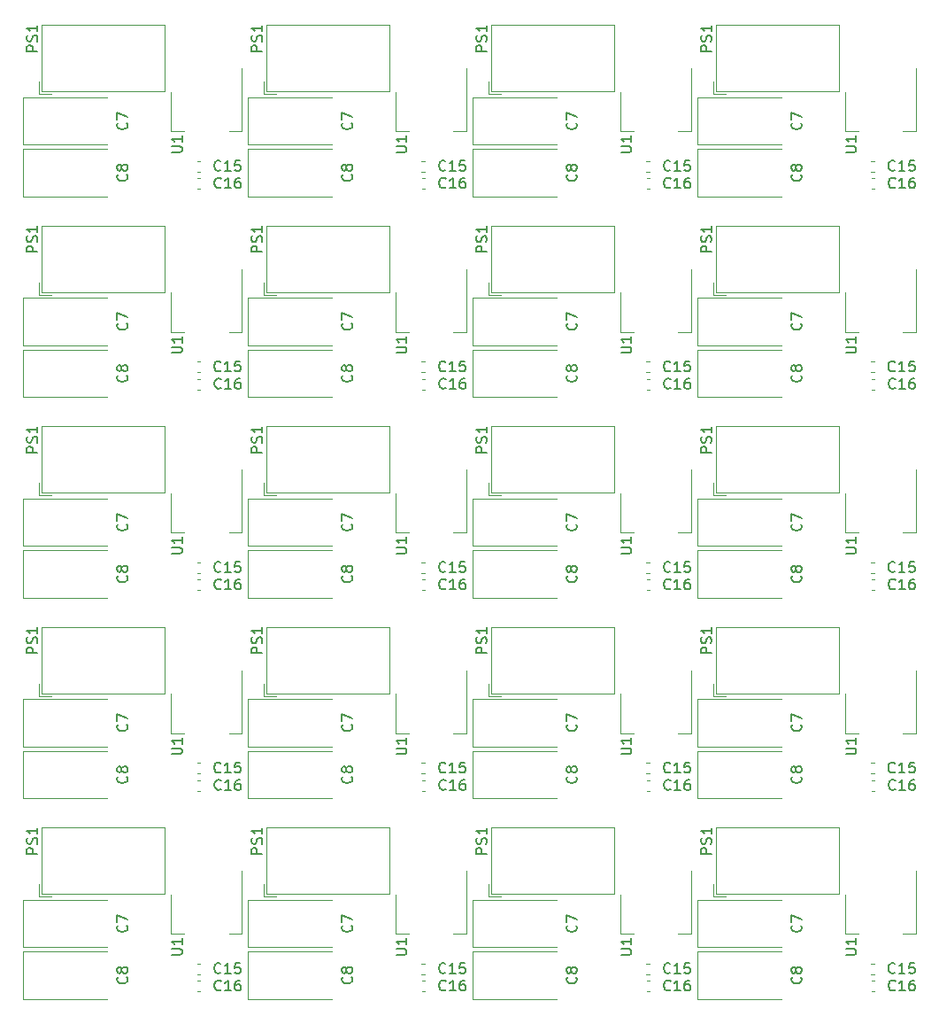
<source format=gbr>
%TF.GenerationSoftware,KiCad,Pcbnew,(5.1.10)-1*%
%TF.CreationDate,2022-01-18T16:22:41+07:00*%
%TF.ProjectId,DC5V_DC5V3V3_v3_pnlz4x5,44433556-5f44-4433-9556-3356335f7633,rev?*%
%TF.SameCoordinates,Original*%
%TF.FileFunction,Legend,Top*%
%TF.FilePolarity,Positive*%
%FSLAX46Y46*%
G04 Gerber Fmt 4.6, Leading zero omitted, Abs format (unit mm)*
G04 Created by KiCad (PCBNEW (5.1.10)-1) date 2022-01-18 16:22:41*
%MOMM*%
%LPD*%
G01*
G04 APERTURE LIST*
%ADD10C,0.120000*%
%ADD11C,0.150000*%
%ADD12R,3.800000X2.000000*%
%ADD13R,1.500000X2.000000*%
%ADD14R,1.700000X1.700000*%
%ADD15O,1.700000X1.700000*%
%ADD16O,1.750000X2.250000*%
%ADD17R,1.750000X2.250000*%
G04 APERTURE END LIST*
D10*
%TO.C,U1*%
X139131000Y-123738000D02*
X139131000Y-129748000D01*
X132311000Y-125988000D02*
X132311000Y-129748000D01*
X139131000Y-129748000D02*
X137871000Y-129748000D01*
X132311000Y-129748000D02*
X133571000Y-129748000D01*
X117631000Y-123738000D02*
X117631000Y-129748000D01*
X110811000Y-125988000D02*
X110811000Y-129748000D01*
X117631000Y-129748000D02*
X116371000Y-129748000D01*
X110811000Y-129748000D02*
X112071000Y-129748000D01*
X96131000Y-123738000D02*
X96131000Y-129748000D01*
X89311000Y-125988000D02*
X89311000Y-129748000D01*
X96131000Y-129748000D02*
X94871000Y-129748000D01*
X89311000Y-129748000D02*
X90571000Y-129748000D01*
X74631000Y-123738000D02*
X74631000Y-129748000D01*
X67811000Y-125988000D02*
X67811000Y-129748000D01*
X74631000Y-129748000D02*
X73371000Y-129748000D01*
X67811000Y-129748000D02*
X69071000Y-129748000D01*
X139131000Y-104561000D02*
X139131000Y-110571000D01*
X132311000Y-106811000D02*
X132311000Y-110571000D01*
X139131000Y-110571000D02*
X137871000Y-110571000D01*
X132311000Y-110571000D02*
X133571000Y-110571000D01*
X117631000Y-104561000D02*
X117631000Y-110571000D01*
X110811000Y-106811000D02*
X110811000Y-110571000D01*
X117631000Y-110571000D02*
X116371000Y-110571000D01*
X110811000Y-110571000D02*
X112071000Y-110571000D01*
X96131000Y-104561000D02*
X96131000Y-110571000D01*
X89311000Y-106811000D02*
X89311000Y-110571000D01*
X96131000Y-110571000D02*
X94871000Y-110571000D01*
X89311000Y-110571000D02*
X90571000Y-110571000D01*
X74631000Y-104561000D02*
X74631000Y-110571000D01*
X67811000Y-106811000D02*
X67811000Y-110571000D01*
X74631000Y-110571000D02*
X73371000Y-110571000D01*
X67811000Y-110571000D02*
X69071000Y-110571000D01*
X139131000Y-85384000D02*
X139131000Y-91394000D01*
X132311000Y-87634000D02*
X132311000Y-91394000D01*
X139131000Y-91394000D02*
X137871000Y-91394000D01*
X132311000Y-91394000D02*
X133571000Y-91394000D01*
X117631000Y-85384000D02*
X117631000Y-91394000D01*
X110811000Y-87634000D02*
X110811000Y-91394000D01*
X117631000Y-91394000D02*
X116371000Y-91394000D01*
X110811000Y-91394000D02*
X112071000Y-91394000D01*
X96131000Y-85384000D02*
X96131000Y-91394000D01*
X89311000Y-87634000D02*
X89311000Y-91394000D01*
X96131000Y-91394000D02*
X94871000Y-91394000D01*
X89311000Y-91394000D02*
X90571000Y-91394000D01*
X74631000Y-85384000D02*
X74631000Y-91394000D01*
X67811000Y-87634000D02*
X67811000Y-91394000D01*
X74631000Y-91394000D02*
X73371000Y-91394000D01*
X67811000Y-91394000D02*
X69071000Y-91394000D01*
X139131000Y-66207000D02*
X139131000Y-72217000D01*
X132311000Y-68457000D02*
X132311000Y-72217000D01*
X139131000Y-72217000D02*
X137871000Y-72217000D01*
X132311000Y-72217000D02*
X133571000Y-72217000D01*
X117631000Y-66207000D02*
X117631000Y-72217000D01*
X110811000Y-68457000D02*
X110811000Y-72217000D01*
X117631000Y-72217000D02*
X116371000Y-72217000D01*
X110811000Y-72217000D02*
X112071000Y-72217000D01*
X96131000Y-66207000D02*
X96131000Y-72217000D01*
X89311000Y-68457000D02*
X89311000Y-72217000D01*
X96131000Y-72217000D02*
X94871000Y-72217000D01*
X89311000Y-72217000D02*
X90571000Y-72217000D01*
X74631000Y-66207000D02*
X74631000Y-72217000D01*
X67811000Y-68457000D02*
X67811000Y-72217000D01*
X74631000Y-72217000D02*
X73371000Y-72217000D01*
X67811000Y-72217000D02*
X69071000Y-72217000D01*
X139131000Y-47030000D02*
X139131000Y-53040000D01*
X132311000Y-49280000D02*
X132311000Y-53040000D01*
X139131000Y-53040000D02*
X137871000Y-53040000D01*
X132311000Y-53040000D02*
X133571000Y-53040000D01*
X117631000Y-47030000D02*
X117631000Y-53040000D01*
X110811000Y-49280000D02*
X110811000Y-53040000D01*
X117631000Y-53040000D02*
X116371000Y-53040000D01*
X110811000Y-53040000D02*
X112071000Y-53040000D01*
X96131000Y-47030000D02*
X96131000Y-53040000D01*
X89311000Y-49280000D02*
X89311000Y-53040000D01*
X96131000Y-53040000D02*
X94871000Y-53040000D01*
X89311000Y-53040000D02*
X90571000Y-53040000D01*
%TO.C,C7*%
X118181500Y-131012000D02*
X126241500Y-131012000D01*
X118181500Y-126492000D02*
X118181500Y-131012000D01*
X126241500Y-126492000D02*
X118181500Y-126492000D01*
X96681500Y-131012000D02*
X104741500Y-131012000D01*
X96681500Y-126492000D02*
X96681500Y-131012000D01*
X104741500Y-126492000D02*
X96681500Y-126492000D01*
X75181500Y-131012000D02*
X83241500Y-131012000D01*
X75181500Y-126492000D02*
X75181500Y-131012000D01*
X83241500Y-126492000D02*
X75181500Y-126492000D01*
X53681500Y-131012000D02*
X61741500Y-131012000D01*
X53681500Y-126492000D02*
X53681500Y-131012000D01*
X61741500Y-126492000D02*
X53681500Y-126492000D01*
X118181500Y-111835000D02*
X126241500Y-111835000D01*
X118181500Y-107315000D02*
X118181500Y-111835000D01*
X126241500Y-107315000D02*
X118181500Y-107315000D01*
X96681500Y-111835000D02*
X104741500Y-111835000D01*
X96681500Y-107315000D02*
X96681500Y-111835000D01*
X104741500Y-107315000D02*
X96681500Y-107315000D01*
X75181500Y-111835000D02*
X83241500Y-111835000D01*
X75181500Y-107315000D02*
X75181500Y-111835000D01*
X83241500Y-107315000D02*
X75181500Y-107315000D01*
X53681500Y-111835000D02*
X61741500Y-111835000D01*
X53681500Y-107315000D02*
X53681500Y-111835000D01*
X61741500Y-107315000D02*
X53681500Y-107315000D01*
X118181500Y-92658000D02*
X126241500Y-92658000D01*
X118181500Y-88138000D02*
X118181500Y-92658000D01*
X126241500Y-88138000D02*
X118181500Y-88138000D01*
X96681500Y-92658000D02*
X104741500Y-92658000D01*
X96681500Y-88138000D02*
X96681500Y-92658000D01*
X104741500Y-88138000D02*
X96681500Y-88138000D01*
X75181500Y-92658000D02*
X83241500Y-92658000D01*
X75181500Y-88138000D02*
X75181500Y-92658000D01*
X83241500Y-88138000D02*
X75181500Y-88138000D01*
X53681500Y-92658000D02*
X61741500Y-92658000D01*
X53681500Y-88138000D02*
X53681500Y-92658000D01*
X61741500Y-88138000D02*
X53681500Y-88138000D01*
X118181500Y-73481000D02*
X126241500Y-73481000D01*
X118181500Y-68961000D02*
X118181500Y-73481000D01*
X126241500Y-68961000D02*
X118181500Y-68961000D01*
X96681500Y-73481000D02*
X104741500Y-73481000D01*
X96681500Y-68961000D02*
X96681500Y-73481000D01*
X104741500Y-68961000D02*
X96681500Y-68961000D01*
X75181500Y-73481000D02*
X83241500Y-73481000D01*
X75181500Y-68961000D02*
X75181500Y-73481000D01*
X83241500Y-68961000D02*
X75181500Y-68961000D01*
X53681500Y-73481000D02*
X61741500Y-73481000D01*
X53681500Y-68961000D02*
X53681500Y-73481000D01*
X61741500Y-68961000D02*
X53681500Y-68961000D01*
X118181500Y-54304000D02*
X126241500Y-54304000D01*
X118181500Y-49784000D02*
X118181500Y-54304000D01*
X126241500Y-49784000D02*
X118181500Y-49784000D01*
X96681500Y-54304000D02*
X104741500Y-54304000D01*
X96681500Y-49784000D02*
X96681500Y-54304000D01*
X104741500Y-49784000D02*
X96681500Y-49784000D01*
X75181500Y-54304000D02*
X83241500Y-54304000D01*
X75181500Y-49784000D02*
X75181500Y-54304000D01*
X83241500Y-49784000D02*
X75181500Y-49784000D01*
%TO.C,C8*%
X118179500Y-135965000D02*
X126239500Y-135965000D01*
X118179500Y-131445000D02*
X118179500Y-135965000D01*
X126239500Y-131445000D02*
X118179500Y-131445000D01*
X96679500Y-135965000D02*
X104739500Y-135965000D01*
X96679500Y-131445000D02*
X96679500Y-135965000D01*
X104739500Y-131445000D02*
X96679500Y-131445000D01*
X75179500Y-135965000D02*
X83239500Y-135965000D01*
X75179500Y-131445000D02*
X75179500Y-135965000D01*
X83239500Y-131445000D02*
X75179500Y-131445000D01*
X53679500Y-135965000D02*
X61739500Y-135965000D01*
X53679500Y-131445000D02*
X53679500Y-135965000D01*
X61739500Y-131445000D02*
X53679500Y-131445000D01*
X118179500Y-116788000D02*
X126239500Y-116788000D01*
X118179500Y-112268000D02*
X118179500Y-116788000D01*
X126239500Y-112268000D02*
X118179500Y-112268000D01*
X96679500Y-116788000D02*
X104739500Y-116788000D01*
X96679500Y-112268000D02*
X96679500Y-116788000D01*
X104739500Y-112268000D02*
X96679500Y-112268000D01*
X75179500Y-116788000D02*
X83239500Y-116788000D01*
X75179500Y-112268000D02*
X75179500Y-116788000D01*
X83239500Y-112268000D02*
X75179500Y-112268000D01*
X53679500Y-116788000D02*
X61739500Y-116788000D01*
X53679500Y-112268000D02*
X53679500Y-116788000D01*
X61739500Y-112268000D02*
X53679500Y-112268000D01*
X118179500Y-97611000D02*
X126239500Y-97611000D01*
X118179500Y-93091000D02*
X118179500Y-97611000D01*
X126239500Y-93091000D02*
X118179500Y-93091000D01*
X96679500Y-97611000D02*
X104739500Y-97611000D01*
X96679500Y-93091000D02*
X96679500Y-97611000D01*
X104739500Y-93091000D02*
X96679500Y-93091000D01*
X75179500Y-97611000D02*
X83239500Y-97611000D01*
X75179500Y-93091000D02*
X75179500Y-97611000D01*
X83239500Y-93091000D02*
X75179500Y-93091000D01*
X53679500Y-97611000D02*
X61739500Y-97611000D01*
X53679500Y-93091000D02*
X53679500Y-97611000D01*
X61739500Y-93091000D02*
X53679500Y-93091000D01*
X118179500Y-78434000D02*
X126239500Y-78434000D01*
X118179500Y-73914000D02*
X118179500Y-78434000D01*
X126239500Y-73914000D02*
X118179500Y-73914000D01*
X96679500Y-78434000D02*
X104739500Y-78434000D01*
X96679500Y-73914000D02*
X96679500Y-78434000D01*
X104739500Y-73914000D02*
X96679500Y-73914000D01*
X75179500Y-78434000D02*
X83239500Y-78434000D01*
X75179500Y-73914000D02*
X75179500Y-78434000D01*
X83239500Y-73914000D02*
X75179500Y-73914000D01*
X53679500Y-78434000D02*
X61739500Y-78434000D01*
X53679500Y-73914000D02*
X53679500Y-78434000D01*
X61739500Y-73914000D02*
X53679500Y-73914000D01*
X118179500Y-59257000D02*
X126239500Y-59257000D01*
X118179500Y-54737000D02*
X118179500Y-59257000D01*
X126239500Y-54737000D02*
X118179500Y-54737000D01*
X96679500Y-59257000D02*
X104739500Y-59257000D01*
X96679500Y-54737000D02*
X96679500Y-59257000D01*
X104739500Y-54737000D02*
X96679500Y-54737000D01*
X75179500Y-59257000D02*
X83239500Y-59257000D01*
X75179500Y-54737000D02*
X75179500Y-59257000D01*
X83239500Y-54737000D02*
X75179500Y-54737000D01*
%TO.C,C15*%
X134819420Y-133580000D02*
X135100580Y-133580000D01*
X134819420Y-132560000D02*
X135100580Y-132560000D01*
X113319420Y-133580000D02*
X113600580Y-133580000D01*
X113319420Y-132560000D02*
X113600580Y-132560000D01*
X91819420Y-133580000D02*
X92100580Y-133580000D01*
X91819420Y-132560000D02*
X92100580Y-132560000D01*
X70319420Y-133580000D02*
X70600580Y-133580000D01*
X70319420Y-132560000D02*
X70600580Y-132560000D01*
X134819420Y-114403000D02*
X135100580Y-114403000D01*
X134819420Y-113383000D02*
X135100580Y-113383000D01*
X113319420Y-114403000D02*
X113600580Y-114403000D01*
X113319420Y-113383000D02*
X113600580Y-113383000D01*
X91819420Y-114403000D02*
X92100580Y-114403000D01*
X91819420Y-113383000D02*
X92100580Y-113383000D01*
X70319420Y-114403000D02*
X70600580Y-114403000D01*
X70319420Y-113383000D02*
X70600580Y-113383000D01*
X134819420Y-95226000D02*
X135100580Y-95226000D01*
X134819420Y-94206000D02*
X135100580Y-94206000D01*
X113319420Y-95226000D02*
X113600580Y-95226000D01*
X113319420Y-94206000D02*
X113600580Y-94206000D01*
X91819420Y-95226000D02*
X92100580Y-95226000D01*
X91819420Y-94206000D02*
X92100580Y-94206000D01*
X70319420Y-95226000D02*
X70600580Y-95226000D01*
X70319420Y-94206000D02*
X70600580Y-94206000D01*
X134819420Y-76049000D02*
X135100580Y-76049000D01*
X134819420Y-75029000D02*
X135100580Y-75029000D01*
X113319420Y-76049000D02*
X113600580Y-76049000D01*
X113319420Y-75029000D02*
X113600580Y-75029000D01*
X91819420Y-76049000D02*
X92100580Y-76049000D01*
X91819420Y-75029000D02*
X92100580Y-75029000D01*
X70319420Y-76049000D02*
X70600580Y-76049000D01*
X70319420Y-75029000D02*
X70600580Y-75029000D01*
X134819420Y-56872000D02*
X135100580Y-56872000D01*
X134819420Y-55852000D02*
X135100580Y-55852000D01*
X113319420Y-56872000D02*
X113600580Y-56872000D01*
X113319420Y-55852000D02*
X113600580Y-55852000D01*
X91819420Y-56872000D02*
X92100580Y-56872000D01*
X91819420Y-55852000D02*
X92100580Y-55852000D01*
%TO.C,C16*%
X134845420Y-135231000D02*
X135126580Y-135231000D01*
X134845420Y-134211000D02*
X135126580Y-134211000D01*
X113345420Y-135231000D02*
X113626580Y-135231000D01*
X113345420Y-134211000D02*
X113626580Y-134211000D01*
X91845420Y-135231000D02*
X92126580Y-135231000D01*
X91845420Y-134211000D02*
X92126580Y-134211000D01*
X70345420Y-135231000D02*
X70626580Y-135231000D01*
X70345420Y-134211000D02*
X70626580Y-134211000D01*
X134845420Y-116054000D02*
X135126580Y-116054000D01*
X134845420Y-115034000D02*
X135126580Y-115034000D01*
X113345420Y-116054000D02*
X113626580Y-116054000D01*
X113345420Y-115034000D02*
X113626580Y-115034000D01*
X91845420Y-116054000D02*
X92126580Y-116054000D01*
X91845420Y-115034000D02*
X92126580Y-115034000D01*
X70345420Y-116054000D02*
X70626580Y-116054000D01*
X70345420Y-115034000D02*
X70626580Y-115034000D01*
X134845420Y-96877000D02*
X135126580Y-96877000D01*
X134845420Y-95857000D02*
X135126580Y-95857000D01*
X113345420Y-96877000D02*
X113626580Y-96877000D01*
X113345420Y-95857000D02*
X113626580Y-95857000D01*
X91845420Y-96877000D02*
X92126580Y-96877000D01*
X91845420Y-95857000D02*
X92126580Y-95857000D01*
X70345420Y-96877000D02*
X70626580Y-96877000D01*
X70345420Y-95857000D02*
X70626580Y-95857000D01*
X134845420Y-77700000D02*
X135126580Y-77700000D01*
X134845420Y-76680000D02*
X135126580Y-76680000D01*
X113345420Y-77700000D02*
X113626580Y-77700000D01*
X113345420Y-76680000D02*
X113626580Y-76680000D01*
X91845420Y-77700000D02*
X92126580Y-77700000D01*
X91845420Y-76680000D02*
X92126580Y-76680000D01*
X70345420Y-77700000D02*
X70626580Y-77700000D01*
X70345420Y-76680000D02*
X70626580Y-76680000D01*
X134845420Y-58523000D02*
X135126580Y-58523000D01*
X134845420Y-57503000D02*
X135126580Y-57503000D01*
X113345420Y-58523000D02*
X113626580Y-58523000D01*
X113345420Y-57503000D02*
X113626580Y-57503000D01*
X91845420Y-58523000D02*
X92126580Y-58523000D01*
X91845420Y-57503000D02*
X92126580Y-57503000D01*
%TO.C,PS1*%
X119946000Y-119598000D02*
X131716000Y-119598000D01*
X119946000Y-119598000D02*
X119946000Y-125938000D01*
X119946000Y-125938000D02*
X131716000Y-125938000D01*
X131716000Y-119598000D02*
X131716000Y-125938000D01*
X119696000Y-124988000D02*
X119696000Y-126188000D01*
X119696000Y-126188000D02*
X120896000Y-126188000D01*
X98446000Y-119598000D02*
X110216000Y-119598000D01*
X98446000Y-119598000D02*
X98446000Y-125938000D01*
X98446000Y-125938000D02*
X110216000Y-125938000D01*
X110216000Y-119598000D02*
X110216000Y-125938000D01*
X98196000Y-124988000D02*
X98196000Y-126188000D01*
X98196000Y-126188000D02*
X99396000Y-126188000D01*
X76946000Y-119598000D02*
X88716000Y-119598000D01*
X76946000Y-119598000D02*
X76946000Y-125938000D01*
X76946000Y-125938000D02*
X88716000Y-125938000D01*
X88716000Y-119598000D02*
X88716000Y-125938000D01*
X76696000Y-124988000D02*
X76696000Y-126188000D01*
X76696000Y-126188000D02*
X77896000Y-126188000D01*
X55446000Y-119598000D02*
X67216000Y-119598000D01*
X55446000Y-119598000D02*
X55446000Y-125938000D01*
X55446000Y-125938000D02*
X67216000Y-125938000D01*
X67216000Y-119598000D02*
X67216000Y-125938000D01*
X55196000Y-124988000D02*
X55196000Y-126188000D01*
X55196000Y-126188000D02*
X56396000Y-126188000D01*
X119946000Y-100421000D02*
X131716000Y-100421000D01*
X119946000Y-100421000D02*
X119946000Y-106761000D01*
X119946000Y-106761000D02*
X131716000Y-106761000D01*
X131716000Y-100421000D02*
X131716000Y-106761000D01*
X119696000Y-105811000D02*
X119696000Y-107011000D01*
X119696000Y-107011000D02*
X120896000Y-107011000D01*
X98446000Y-100421000D02*
X110216000Y-100421000D01*
X98446000Y-100421000D02*
X98446000Y-106761000D01*
X98446000Y-106761000D02*
X110216000Y-106761000D01*
X110216000Y-100421000D02*
X110216000Y-106761000D01*
X98196000Y-105811000D02*
X98196000Y-107011000D01*
X98196000Y-107011000D02*
X99396000Y-107011000D01*
X76946000Y-100421000D02*
X88716000Y-100421000D01*
X76946000Y-100421000D02*
X76946000Y-106761000D01*
X76946000Y-106761000D02*
X88716000Y-106761000D01*
X88716000Y-100421000D02*
X88716000Y-106761000D01*
X76696000Y-105811000D02*
X76696000Y-107011000D01*
X76696000Y-107011000D02*
X77896000Y-107011000D01*
X55446000Y-100421000D02*
X67216000Y-100421000D01*
X55446000Y-100421000D02*
X55446000Y-106761000D01*
X55446000Y-106761000D02*
X67216000Y-106761000D01*
X67216000Y-100421000D02*
X67216000Y-106761000D01*
X55196000Y-105811000D02*
X55196000Y-107011000D01*
X55196000Y-107011000D02*
X56396000Y-107011000D01*
X119946000Y-81244000D02*
X131716000Y-81244000D01*
X119946000Y-81244000D02*
X119946000Y-87584000D01*
X119946000Y-87584000D02*
X131716000Y-87584000D01*
X131716000Y-81244000D02*
X131716000Y-87584000D01*
X119696000Y-86634000D02*
X119696000Y-87834000D01*
X119696000Y-87834000D02*
X120896000Y-87834000D01*
X98446000Y-81244000D02*
X110216000Y-81244000D01*
X98446000Y-81244000D02*
X98446000Y-87584000D01*
X98446000Y-87584000D02*
X110216000Y-87584000D01*
X110216000Y-81244000D02*
X110216000Y-87584000D01*
X98196000Y-86634000D02*
X98196000Y-87834000D01*
X98196000Y-87834000D02*
X99396000Y-87834000D01*
X76946000Y-81244000D02*
X88716000Y-81244000D01*
X76946000Y-81244000D02*
X76946000Y-87584000D01*
X76946000Y-87584000D02*
X88716000Y-87584000D01*
X88716000Y-81244000D02*
X88716000Y-87584000D01*
X76696000Y-86634000D02*
X76696000Y-87834000D01*
X76696000Y-87834000D02*
X77896000Y-87834000D01*
X55446000Y-81244000D02*
X67216000Y-81244000D01*
X55446000Y-81244000D02*
X55446000Y-87584000D01*
X55446000Y-87584000D02*
X67216000Y-87584000D01*
X67216000Y-81244000D02*
X67216000Y-87584000D01*
X55196000Y-86634000D02*
X55196000Y-87834000D01*
X55196000Y-87834000D02*
X56396000Y-87834000D01*
X119946000Y-62067000D02*
X131716000Y-62067000D01*
X119946000Y-62067000D02*
X119946000Y-68407000D01*
X119946000Y-68407000D02*
X131716000Y-68407000D01*
X131716000Y-62067000D02*
X131716000Y-68407000D01*
X119696000Y-67457000D02*
X119696000Y-68657000D01*
X119696000Y-68657000D02*
X120896000Y-68657000D01*
X98446000Y-62067000D02*
X110216000Y-62067000D01*
X98446000Y-62067000D02*
X98446000Y-68407000D01*
X98446000Y-68407000D02*
X110216000Y-68407000D01*
X110216000Y-62067000D02*
X110216000Y-68407000D01*
X98196000Y-67457000D02*
X98196000Y-68657000D01*
X98196000Y-68657000D02*
X99396000Y-68657000D01*
X76946000Y-62067000D02*
X88716000Y-62067000D01*
X76946000Y-62067000D02*
X76946000Y-68407000D01*
X76946000Y-68407000D02*
X88716000Y-68407000D01*
X88716000Y-62067000D02*
X88716000Y-68407000D01*
X76696000Y-67457000D02*
X76696000Y-68657000D01*
X76696000Y-68657000D02*
X77896000Y-68657000D01*
X55446000Y-62067000D02*
X67216000Y-62067000D01*
X55446000Y-62067000D02*
X55446000Y-68407000D01*
X55446000Y-68407000D02*
X67216000Y-68407000D01*
X67216000Y-62067000D02*
X67216000Y-68407000D01*
X55196000Y-67457000D02*
X55196000Y-68657000D01*
X55196000Y-68657000D02*
X56396000Y-68657000D01*
X119946000Y-42890000D02*
X131716000Y-42890000D01*
X119946000Y-42890000D02*
X119946000Y-49230000D01*
X119946000Y-49230000D02*
X131716000Y-49230000D01*
X131716000Y-42890000D02*
X131716000Y-49230000D01*
X119696000Y-48280000D02*
X119696000Y-49480000D01*
X119696000Y-49480000D02*
X120896000Y-49480000D01*
X98446000Y-42890000D02*
X110216000Y-42890000D01*
X98446000Y-42890000D02*
X98446000Y-49230000D01*
X98446000Y-49230000D02*
X110216000Y-49230000D01*
X110216000Y-42890000D02*
X110216000Y-49230000D01*
X98196000Y-48280000D02*
X98196000Y-49480000D01*
X98196000Y-49480000D02*
X99396000Y-49480000D01*
X76946000Y-42890000D02*
X88716000Y-42890000D01*
X76946000Y-42890000D02*
X76946000Y-49230000D01*
X76946000Y-49230000D02*
X88716000Y-49230000D01*
X88716000Y-42890000D02*
X88716000Y-49230000D01*
X76696000Y-48280000D02*
X76696000Y-49480000D01*
X76696000Y-49480000D02*
X77896000Y-49480000D01*
%TO.C,U1*%
X67811000Y-53040000D02*
X69071000Y-53040000D01*
X74631000Y-53040000D02*
X73371000Y-53040000D01*
X67811000Y-49280000D02*
X67811000Y-53040000D01*
X74631000Y-47030000D02*
X74631000Y-53040000D01*
%TO.C,PS1*%
X55196000Y-49480000D02*
X56396000Y-49480000D01*
X55196000Y-48280000D02*
X55196000Y-49480000D01*
X67216000Y-42890000D02*
X67216000Y-49230000D01*
X55446000Y-49230000D02*
X67216000Y-49230000D01*
X55446000Y-42890000D02*
X55446000Y-49230000D01*
X55446000Y-42890000D02*
X67216000Y-42890000D01*
%TO.C,C16*%
X70345420Y-57503000D02*
X70626580Y-57503000D01*
X70345420Y-58523000D02*
X70626580Y-58523000D01*
%TO.C,C15*%
X70319420Y-55852000D02*
X70600580Y-55852000D01*
X70319420Y-56872000D02*
X70600580Y-56872000D01*
%TO.C,C8*%
X61739500Y-54737000D02*
X53679500Y-54737000D01*
X53679500Y-54737000D02*
X53679500Y-59257000D01*
X53679500Y-59257000D02*
X61739500Y-59257000D01*
%TO.C,C7*%
X61741500Y-49784000D02*
X53681500Y-49784000D01*
X53681500Y-49784000D02*
X53681500Y-54304000D01*
X53681500Y-54304000D02*
X61741500Y-54304000D01*
%TO.C,U1*%
D11*
X132379380Y-131749904D02*
X133188904Y-131749904D01*
X133284142Y-131702285D01*
X133331761Y-131654666D01*
X133379380Y-131559428D01*
X133379380Y-131368952D01*
X133331761Y-131273714D01*
X133284142Y-131226095D01*
X133188904Y-131178476D01*
X132379380Y-131178476D01*
X133379380Y-130178476D02*
X133379380Y-130749904D01*
X133379380Y-130464190D02*
X132379380Y-130464190D01*
X132522238Y-130559428D01*
X132617476Y-130654666D01*
X132665095Y-130749904D01*
X110879380Y-131749904D02*
X111688904Y-131749904D01*
X111784142Y-131702285D01*
X111831761Y-131654666D01*
X111879380Y-131559428D01*
X111879380Y-131368952D01*
X111831761Y-131273714D01*
X111784142Y-131226095D01*
X111688904Y-131178476D01*
X110879380Y-131178476D01*
X111879380Y-130178476D02*
X111879380Y-130749904D01*
X111879380Y-130464190D02*
X110879380Y-130464190D01*
X111022238Y-130559428D01*
X111117476Y-130654666D01*
X111165095Y-130749904D01*
X89379380Y-131749904D02*
X90188904Y-131749904D01*
X90284142Y-131702285D01*
X90331761Y-131654666D01*
X90379380Y-131559428D01*
X90379380Y-131368952D01*
X90331761Y-131273714D01*
X90284142Y-131226095D01*
X90188904Y-131178476D01*
X89379380Y-131178476D01*
X90379380Y-130178476D02*
X90379380Y-130749904D01*
X90379380Y-130464190D02*
X89379380Y-130464190D01*
X89522238Y-130559428D01*
X89617476Y-130654666D01*
X89665095Y-130749904D01*
X67879380Y-131749904D02*
X68688904Y-131749904D01*
X68784142Y-131702285D01*
X68831761Y-131654666D01*
X68879380Y-131559428D01*
X68879380Y-131368952D01*
X68831761Y-131273714D01*
X68784142Y-131226095D01*
X68688904Y-131178476D01*
X67879380Y-131178476D01*
X68879380Y-130178476D02*
X68879380Y-130749904D01*
X68879380Y-130464190D02*
X67879380Y-130464190D01*
X68022238Y-130559428D01*
X68117476Y-130654666D01*
X68165095Y-130749904D01*
X132379380Y-112572904D02*
X133188904Y-112572904D01*
X133284142Y-112525285D01*
X133331761Y-112477666D01*
X133379380Y-112382428D01*
X133379380Y-112191952D01*
X133331761Y-112096714D01*
X133284142Y-112049095D01*
X133188904Y-112001476D01*
X132379380Y-112001476D01*
X133379380Y-111001476D02*
X133379380Y-111572904D01*
X133379380Y-111287190D02*
X132379380Y-111287190D01*
X132522238Y-111382428D01*
X132617476Y-111477666D01*
X132665095Y-111572904D01*
X110879380Y-112572904D02*
X111688904Y-112572904D01*
X111784142Y-112525285D01*
X111831761Y-112477666D01*
X111879380Y-112382428D01*
X111879380Y-112191952D01*
X111831761Y-112096714D01*
X111784142Y-112049095D01*
X111688904Y-112001476D01*
X110879380Y-112001476D01*
X111879380Y-111001476D02*
X111879380Y-111572904D01*
X111879380Y-111287190D02*
X110879380Y-111287190D01*
X111022238Y-111382428D01*
X111117476Y-111477666D01*
X111165095Y-111572904D01*
X89379380Y-112572904D02*
X90188904Y-112572904D01*
X90284142Y-112525285D01*
X90331761Y-112477666D01*
X90379380Y-112382428D01*
X90379380Y-112191952D01*
X90331761Y-112096714D01*
X90284142Y-112049095D01*
X90188904Y-112001476D01*
X89379380Y-112001476D01*
X90379380Y-111001476D02*
X90379380Y-111572904D01*
X90379380Y-111287190D02*
X89379380Y-111287190D01*
X89522238Y-111382428D01*
X89617476Y-111477666D01*
X89665095Y-111572904D01*
X67879380Y-112572904D02*
X68688904Y-112572904D01*
X68784142Y-112525285D01*
X68831761Y-112477666D01*
X68879380Y-112382428D01*
X68879380Y-112191952D01*
X68831761Y-112096714D01*
X68784142Y-112049095D01*
X68688904Y-112001476D01*
X67879380Y-112001476D01*
X68879380Y-111001476D02*
X68879380Y-111572904D01*
X68879380Y-111287190D02*
X67879380Y-111287190D01*
X68022238Y-111382428D01*
X68117476Y-111477666D01*
X68165095Y-111572904D01*
X132379380Y-93395904D02*
X133188904Y-93395904D01*
X133284142Y-93348285D01*
X133331761Y-93300666D01*
X133379380Y-93205428D01*
X133379380Y-93014952D01*
X133331761Y-92919714D01*
X133284142Y-92872095D01*
X133188904Y-92824476D01*
X132379380Y-92824476D01*
X133379380Y-91824476D02*
X133379380Y-92395904D01*
X133379380Y-92110190D02*
X132379380Y-92110190D01*
X132522238Y-92205428D01*
X132617476Y-92300666D01*
X132665095Y-92395904D01*
X110879380Y-93395904D02*
X111688904Y-93395904D01*
X111784142Y-93348285D01*
X111831761Y-93300666D01*
X111879380Y-93205428D01*
X111879380Y-93014952D01*
X111831761Y-92919714D01*
X111784142Y-92872095D01*
X111688904Y-92824476D01*
X110879380Y-92824476D01*
X111879380Y-91824476D02*
X111879380Y-92395904D01*
X111879380Y-92110190D02*
X110879380Y-92110190D01*
X111022238Y-92205428D01*
X111117476Y-92300666D01*
X111165095Y-92395904D01*
X89379380Y-93395904D02*
X90188904Y-93395904D01*
X90284142Y-93348285D01*
X90331761Y-93300666D01*
X90379380Y-93205428D01*
X90379380Y-93014952D01*
X90331761Y-92919714D01*
X90284142Y-92872095D01*
X90188904Y-92824476D01*
X89379380Y-92824476D01*
X90379380Y-91824476D02*
X90379380Y-92395904D01*
X90379380Y-92110190D02*
X89379380Y-92110190D01*
X89522238Y-92205428D01*
X89617476Y-92300666D01*
X89665095Y-92395904D01*
X67879380Y-93395904D02*
X68688904Y-93395904D01*
X68784142Y-93348285D01*
X68831761Y-93300666D01*
X68879380Y-93205428D01*
X68879380Y-93014952D01*
X68831761Y-92919714D01*
X68784142Y-92872095D01*
X68688904Y-92824476D01*
X67879380Y-92824476D01*
X68879380Y-91824476D02*
X68879380Y-92395904D01*
X68879380Y-92110190D02*
X67879380Y-92110190D01*
X68022238Y-92205428D01*
X68117476Y-92300666D01*
X68165095Y-92395904D01*
X132379380Y-74218904D02*
X133188904Y-74218904D01*
X133284142Y-74171285D01*
X133331761Y-74123666D01*
X133379380Y-74028428D01*
X133379380Y-73837952D01*
X133331761Y-73742714D01*
X133284142Y-73695095D01*
X133188904Y-73647476D01*
X132379380Y-73647476D01*
X133379380Y-72647476D02*
X133379380Y-73218904D01*
X133379380Y-72933190D02*
X132379380Y-72933190D01*
X132522238Y-73028428D01*
X132617476Y-73123666D01*
X132665095Y-73218904D01*
X110879380Y-74218904D02*
X111688904Y-74218904D01*
X111784142Y-74171285D01*
X111831761Y-74123666D01*
X111879380Y-74028428D01*
X111879380Y-73837952D01*
X111831761Y-73742714D01*
X111784142Y-73695095D01*
X111688904Y-73647476D01*
X110879380Y-73647476D01*
X111879380Y-72647476D02*
X111879380Y-73218904D01*
X111879380Y-72933190D02*
X110879380Y-72933190D01*
X111022238Y-73028428D01*
X111117476Y-73123666D01*
X111165095Y-73218904D01*
X89379380Y-74218904D02*
X90188904Y-74218904D01*
X90284142Y-74171285D01*
X90331761Y-74123666D01*
X90379380Y-74028428D01*
X90379380Y-73837952D01*
X90331761Y-73742714D01*
X90284142Y-73695095D01*
X90188904Y-73647476D01*
X89379380Y-73647476D01*
X90379380Y-72647476D02*
X90379380Y-73218904D01*
X90379380Y-72933190D02*
X89379380Y-72933190D01*
X89522238Y-73028428D01*
X89617476Y-73123666D01*
X89665095Y-73218904D01*
X67879380Y-74218904D02*
X68688904Y-74218904D01*
X68784142Y-74171285D01*
X68831761Y-74123666D01*
X68879380Y-74028428D01*
X68879380Y-73837952D01*
X68831761Y-73742714D01*
X68784142Y-73695095D01*
X68688904Y-73647476D01*
X67879380Y-73647476D01*
X68879380Y-72647476D02*
X68879380Y-73218904D01*
X68879380Y-72933190D02*
X67879380Y-72933190D01*
X68022238Y-73028428D01*
X68117476Y-73123666D01*
X68165095Y-73218904D01*
X132379380Y-55041904D02*
X133188904Y-55041904D01*
X133284142Y-54994285D01*
X133331761Y-54946666D01*
X133379380Y-54851428D01*
X133379380Y-54660952D01*
X133331761Y-54565714D01*
X133284142Y-54518095D01*
X133188904Y-54470476D01*
X132379380Y-54470476D01*
X133379380Y-53470476D02*
X133379380Y-54041904D01*
X133379380Y-53756190D02*
X132379380Y-53756190D01*
X132522238Y-53851428D01*
X132617476Y-53946666D01*
X132665095Y-54041904D01*
X110879380Y-55041904D02*
X111688904Y-55041904D01*
X111784142Y-54994285D01*
X111831761Y-54946666D01*
X111879380Y-54851428D01*
X111879380Y-54660952D01*
X111831761Y-54565714D01*
X111784142Y-54518095D01*
X111688904Y-54470476D01*
X110879380Y-54470476D01*
X111879380Y-53470476D02*
X111879380Y-54041904D01*
X111879380Y-53756190D02*
X110879380Y-53756190D01*
X111022238Y-53851428D01*
X111117476Y-53946666D01*
X111165095Y-54041904D01*
X89379380Y-55041904D02*
X90188904Y-55041904D01*
X90284142Y-54994285D01*
X90331761Y-54946666D01*
X90379380Y-54851428D01*
X90379380Y-54660952D01*
X90331761Y-54565714D01*
X90284142Y-54518095D01*
X90188904Y-54470476D01*
X89379380Y-54470476D01*
X90379380Y-53470476D02*
X90379380Y-54041904D01*
X90379380Y-53756190D02*
X89379380Y-53756190D01*
X89522238Y-53851428D01*
X89617476Y-53946666D01*
X89665095Y-54041904D01*
%TO.C,C7*%
X128091142Y-128918666D02*
X128138761Y-128966285D01*
X128186380Y-129109142D01*
X128186380Y-129204380D01*
X128138761Y-129347238D01*
X128043523Y-129442476D01*
X127948285Y-129490095D01*
X127757809Y-129537714D01*
X127614952Y-129537714D01*
X127424476Y-129490095D01*
X127329238Y-129442476D01*
X127234000Y-129347238D01*
X127186380Y-129204380D01*
X127186380Y-129109142D01*
X127234000Y-128966285D01*
X127281619Y-128918666D01*
X127186380Y-128585333D02*
X127186380Y-127918666D01*
X128186380Y-128347238D01*
X106591142Y-128918666D02*
X106638761Y-128966285D01*
X106686380Y-129109142D01*
X106686380Y-129204380D01*
X106638761Y-129347238D01*
X106543523Y-129442476D01*
X106448285Y-129490095D01*
X106257809Y-129537714D01*
X106114952Y-129537714D01*
X105924476Y-129490095D01*
X105829238Y-129442476D01*
X105734000Y-129347238D01*
X105686380Y-129204380D01*
X105686380Y-129109142D01*
X105734000Y-128966285D01*
X105781619Y-128918666D01*
X105686380Y-128585333D02*
X105686380Y-127918666D01*
X106686380Y-128347238D01*
X85091142Y-128918666D02*
X85138761Y-128966285D01*
X85186380Y-129109142D01*
X85186380Y-129204380D01*
X85138761Y-129347238D01*
X85043523Y-129442476D01*
X84948285Y-129490095D01*
X84757809Y-129537714D01*
X84614952Y-129537714D01*
X84424476Y-129490095D01*
X84329238Y-129442476D01*
X84234000Y-129347238D01*
X84186380Y-129204380D01*
X84186380Y-129109142D01*
X84234000Y-128966285D01*
X84281619Y-128918666D01*
X84186380Y-128585333D02*
X84186380Y-127918666D01*
X85186380Y-128347238D01*
X63591142Y-128918666D02*
X63638761Y-128966285D01*
X63686380Y-129109142D01*
X63686380Y-129204380D01*
X63638761Y-129347238D01*
X63543523Y-129442476D01*
X63448285Y-129490095D01*
X63257809Y-129537714D01*
X63114952Y-129537714D01*
X62924476Y-129490095D01*
X62829238Y-129442476D01*
X62734000Y-129347238D01*
X62686380Y-129204380D01*
X62686380Y-129109142D01*
X62734000Y-128966285D01*
X62781619Y-128918666D01*
X62686380Y-128585333D02*
X62686380Y-127918666D01*
X63686380Y-128347238D01*
X128091142Y-109741666D02*
X128138761Y-109789285D01*
X128186380Y-109932142D01*
X128186380Y-110027380D01*
X128138761Y-110170238D01*
X128043523Y-110265476D01*
X127948285Y-110313095D01*
X127757809Y-110360714D01*
X127614952Y-110360714D01*
X127424476Y-110313095D01*
X127329238Y-110265476D01*
X127234000Y-110170238D01*
X127186380Y-110027380D01*
X127186380Y-109932142D01*
X127234000Y-109789285D01*
X127281619Y-109741666D01*
X127186380Y-109408333D02*
X127186380Y-108741666D01*
X128186380Y-109170238D01*
X106591142Y-109741666D02*
X106638761Y-109789285D01*
X106686380Y-109932142D01*
X106686380Y-110027380D01*
X106638761Y-110170238D01*
X106543523Y-110265476D01*
X106448285Y-110313095D01*
X106257809Y-110360714D01*
X106114952Y-110360714D01*
X105924476Y-110313095D01*
X105829238Y-110265476D01*
X105734000Y-110170238D01*
X105686380Y-110027380D01*
X105686380Y-109932142D01*
X105734000Y-109789285D01*
X105781619Y-109741666D01*
X105686380Y-109408333D02*
X105686380Y-108741666D01*
X106686380Y-109170238D01*
X85091142Y-109741666D02*
X85138761Y-109789285D01*
X85186380Y-109932142D01*
X85186380Y-110027380D01*
X85138761Y-110170238D01*
X85043523Y-110265476D01*
X84948285Y-110313095D01*
X84757809Y-110360714D01*
X84614952Y-110360714D01*
X84424476Y-110313095D01*
X84329238Y-110265476D01*
X84234000Y-110170238D01*
X84186380Y-110027380D01*
X84186380Y-109932142D01*
X84234000Y-109789285D01*
X84281619Y-109741666D01*
X84186380Y-109408333D02*
X84186380Y-108741666D01*
X85186380Y-109170238D01*
X63591142Y-109741666D02*
X63638761Y-109789285D01*
X63686380Y-109932142D01*
X63686380Y-110027380D01*
X63638761Y-110170238D01*
X63543523Y-110265476D01*
X63448285Y-110313095D01*
X63257809Y-110360714D01*
X63114952Y-110360714D01*
X62924476Y-110313095D01*
X62829238Y-110265476D01*
X62734000Y-110170238D01*
X62686380Y-110027380D01*
X62686380Y-109932142D01*
X62734000Y-109789285D01*
X62781619Y-109741666D01*
X62686380Y-109408333D02*
X62686380Y-108741666D01*
X63686380Y-109170238D01*
X128091142Y-90564666D02*
X128138761Y-90612285D01*
X128186380Y-90755142D01*
X128186380Y-90850380D01*
X128138761Y-90993238D01*
X128043523Y-91088476D01*
X127948285Y-91136095D01*
X127757809Y-91183714D01*
X127614952Y-91183714D01*
X127424476Y-91136095D01*
X127329238Y-91088476D01*
X127234000Y-90993238D01*
X127186380Y-90850380D01*
X127186380Y-90755142D01*
X127234000Y-90612285D01*
X127281619Y-90564666D01*
X127186380Y-90231333D02*
X127186380Y-89564666D01*
X128186380Y-89993238D01*
X106591142Y-90564666D02*
X106638761Y-90612285D01*
X106686380Y-90755142D01*
X106686380Y-90850380D01*
X106638761Y-90993238D01*
X106543523Y-91088476D01*
X106448285Y-91136095D01*
X106257809Y-91183714D01*
X106114952Y-91183714D01*
X105924476Y-91136095D01*
X105829238Y-91088476D01*
X105734000Y-90993238D01*
X105686380Y-90850380D01*
X105686380Y-90755142D01*
X105734000Y-90612285D01*
X105781619Y-90564666D01*
X105686380Y-90231333D02*
X105686380Y-89564666D01*
X106686380Y-89993238D01*
X85091142Y-90564666D02*
X85138761Y-90612285D01*
X85186380Y-90755142D01*
X85186380Y-90850380D01*
X85138761Y-90993238D01*
X85043523Y-91088476D01*
X84948285Y-91136095D01*
X84757809Y-91183714D01*
X84614952Y-91183714D01*
X84424476Y-91136095D01*
X84329238Y-91088476D01*
X84234000Y-90993238D01*
X84186380Y-90850380D01*
X84186380Y-90755142D01*
X84234000Y-90612285D01*
X84281619Y-90564666D01*
X84186380Y-90231333D02*
X84186380Y-89564666D01*
X85186380Y-89993238D01*
X63591142Y-90564666D02*
X63638761Y-90612285D01*
X63686380Y-90755142D01*
X63686380Y-90850380D01*
X63638761Y-90993238D01*
X63543523Y-91088476D01*
X63448285Y-91136095D01*
X63257809Y-91183714D01*
X63114952Y-91183714D01*
X62924476Y-91136095D01*
X62829238Y-91088476D01*
X62734000Y-90993238D01*
X62686380Y-90850380D01*
X62686380Y-90755142D01*
X62734000Y-90612285D01*
X62781619Y-90564666D01*
X62686380Y-90231333D02*
X62686380Y-89564666D01*
X63686380Y-89993238D01*
X128091142Y-71387666D02*
X128138761Y-71435285D01*
X128186380Y-71578142D01*
X128186380Y-71673380D01*
X128138761Y-71816238D01*
X128043523Y-71911476D01*
X127948285Y-71959095D01*
X127757809Y-72006714D01*
X127614952Y-72006714D01*
X127424476Y-71959095D01*
X127329238Y-71911476D01*
X127234000Y-71816238D01*
X127186380Y-71673380D01*
X127186380Y-71578142D01*
X127234000Y-71435285D01*
X127281619Y-71387666D01*
X127186380Y-71054333D02*
X127186380Y-70387666D01*
X128186380Y-70816238D01*
X106591142Y-71387666D02*
X106638761Y-71435285D01*
X106686380Y-71578142D01*
X106686380Y-71673380D01*
X106638761Y-71816238D01*
X106543523Y-71911476D01*
X106448285Y-71959095D01*
X106257809Y-72006714D01*
X106114952Y-72006714D01*
X105924476Y-71959095D01*
X105829238Y-71911476D01*
X105734000Y-71816238D01*
X105686380Y-71673380D01*
X105686380Y-71578142D01*
X105734000Y-71435285D01*
X105781619Y-71387666D01*
X105686380Y-71054333D02*
X105686380Y-70387666D01*
X106686380Y-70816238D01*
X85091142Y-71387666D02*
X85138761Y-71435285D01*
X85186380Y-71578142D01*
X85186380Y-71673380D01*
X85138761Y-71816238D01*
X85043523Y-71911476D01*
X84948285Y-71959095D01*
X84757809Y-72006714D01*
X84614952Y-72006714D01*
X84424476Y-71959095D01*
X84329238Y-71911476D01*
X84234000Y-71816238D01*
X84186380Y-71673380D01*
X84186380Y-71578142D01*
X84234000Y-71435285D01*
X84281619Y-71387666D01*
X84186380Y-71054333D02*
X84186380Y-70387666D01*
X85186380Y-70816238D01*
X63591142Y-71387666D02*
X63638761Y-71435285D01*
X63686380Y-71578142D01*
X63686380Y-71673380D01*
X63638761Y-71816238D01*
X63543523Y-71911476D01*
X63448285Y-71959095D01*
X63257809Y-72006714D01*
X63114952Y-72006714D01*
X62924476Y-71959095D01*
X62829238Y-71911476D01*
X62734000Y-71816238D01*
X62686380Y-71673380D01*
X62686380Y-71578142D01*
X62734000Y-71435285D01*
X62781619Y-71387666D01*
X62686380Y-71054333D02*
X62686380Y-70387666D01*
X63686380Y-70816238D01*
X128091142Y-52210666D02*
X128138761Y-52258285D01*
X128186380Y-52401142D01*
X128186380Y-52496380D01*
X128138761Y-52639238D01*
X128043523Y-52734476D01*
X127948285Y-52782095D01*
X127757809Y-52829714D01*
X127614952Y-52829714D01*
X127424476Y-52782095D01*
X127329238Y-52734476D01*
X127234000Y-52639238D01*
X127186380Y-52496380D01*
X127186380Y-52401142D01*
X127234000Y-52258285D01*
X127281619Y-52210666D01*
X127186380Y-51877333D02*
X127186380Y-51210666D01*
X128186380Y-51639238D01*
X106591142Y-52210666D02*
X106638761Y-52258285D01*
X106686380Y-52401142D01*
X106686380Y-52496380D01*
X106638761Y-52639238D01*
X106543523Y-52734476D01*
X106448285Y-52782095D01*
X106257809Y-52829714D01*
X106114952Y-52829714D01*
X105924476Y-52782095D01*
X105829238Y-52734476D01*
X105734000Y-52639238D01*
X105686380Y-52496380D01*
X105686380Y-52401142D01*
X105734000Y-52258285D01*
X105781619Y-52210666D01*
X105686380Y-51877333D02*
X105686380Y-51210666D01*
X106686380Y-51639238D01*
X85091142Y-52210666D02*
X85138761Y-52258285D01*
X85186380Y-52401142D01*
X85186380Y-52496380D01*
X85138761Y-52639238D01*
X85043523Y-52734476D01*
X84948285Y-52782095D01*
X84757809Y-52829714D01*
X84614952Y-52829714D01*
X84424476Y-52782095D01*
X84329238Y-52734476D01*
X84234000Y-52639238D01*
X84186380Y-52496380D01*
X84186380Y-52401142D01*
X84234000Y-52258285D01*
X84281619Y-52210666D01*
X84186380Y-51877333D02*
X84186380Y-51210666D01*
X85186380Y-51639238D01*
%TO.C,C8*%
X128091142Y-133871666D02*
X128138761Y-133919285D01*
X128186380Y-134062142D01*
X128186380Y-134157380D01*
X128138761Y-134300238D01*
X128043523Y-134395476D01*
X127948285Y-134443095D01*
X127757809Y-134490714D01*
X127614952Y-134490714D01*
X127424476Y-134443095D01*
X127329238Y-134395476D01*
X127234000Y-134300238D01*
X127186380Y-134157380D01*
X127186380Y-134062142D01*
X127234000Y-133919285D01*
X127281619Y-133871666D01*
X127614952Y-133300238D02*
X127567333Y-133395476D01*
X127519714Y-133443095D01*
X127424476Y-133490714D01*
X127376857Y-133490714D01*
X127281619Y-133443095D01*
X127234000Y-133395476D01*
X127186380Y-133300238D01*
X127186380Y-133109761D01*
X127234000Y-133014523D01*
X127281619Y-132966904D01*
X127376857Y-132919285D01*
X127424476Y-132919285D01*
X127519714Y-132966904D01*
X127567333Y-133014523D01*
X127614952Y-133109761D01*
X127614952Y-133300238D01*
X127662571Y-133395476D01*
X127710190Y-133443095D01*
X127805428Y-133490714D01*
X127995904Y-133490714D01*
X128091142Y-133443095D01*
X128138761Y-133395476D01*
X128186380Y-133300238D01*
X128186380Y-133109761D01*
X128138761Y-133014523D01*
X128091142Y-132966904D01*
X127995904Y-132919285D01*
X127805428Y-132919285D01*
X127710190Y-132966904D01*
X127662571Y-133014523D01*
X127614952Y-133109761D01*
X106591142Y-133871666D02*
X106638761Y-133919285D01*
X106686380Y-134062142D01*
X106686380Y-134157380D01*
X106638761Y-134300238D01*
X106543523Y-134395476D01*
X106448285Y-134443095D01*
X106257809Y-134490714D01*
X106114952Y-134490714D01*
X105924476Y-134443095D01*
X105829238Y-134395476D01*
X105734000Y-134300238D01*
X105686380Y-134157380D01*
X105686380Y-134062142D01*
X105734000Y-133919285D01*
X105781619Y-133871666D01*
X106114952Y-133300238D02*
X106067333Y-133395476D01*
X106019714Y-133443095D01*
X105924476Y-133490714D01*
X105876857Y-133490714D01*
X105781619Y-133443095D01*
X105734000Y-133395476D01*
X105686380Y-133300238D01*
X105686380Y-133109761D01*
X105734000Y-133014523D01*
X105781619Y-132966904D01*
X105876857Y-132919285D01*
X105924476Y-132919285D01*
X106019714Y-132966904D01*
X106067333Y-133014523D01*
X106114952Y-133109761D01*
X106114952Y-133300238D01*
X106162571Y-133395476D01*
X106210190Y-133443095D01*
X106305428Y-133490714D01*
X106495904Y-133490714D01*
X106591142Y-133443095D01*
X106638761Y-133395476D01*
X106686380Y-133300238D01*
X106686380Y-133109761D01*
X106638761Y-133014523D01*
X106591142Y-132966904D01*
X106495904Y-132919285D01*
X106305428Y-132919285D01*
X106210190Y-132966904D01*
X106162571Y-133014523D01*
X106114952Y-133109761D01*
X85091142Y-133871666D02*
X85138761Y-133919285D01*
X85186380Y-134062142D01*
X85186380Y-134157380D01*
X85138761Y-134300238D01*
X85043523Y-134395476D01*
X84948285Y-134443095D01*
X84757809Y-134490714D01*
X84614952Y-134490714D01*
X84424476Y-134443095D01*
X84329238Y-134395476D01*
X84234000Y-134300238D01*
X84186380Y-134157380D01*
X84186380Y-134062142D01*
X84234000Y-133919285D01*
X84281619Y-133871666D01*
X84614952Y-133300238D02*
X84567333Y-133395476D01*
X84519714Y-133443095D01*
X84424476Y-133490714D01*
X84376857Y-133490714D01*
X84281619Y-133443095D01*
X84234000Y-133395476D01*
X84186380Y-133300238D01*
X84186380Y-133109761D01*
X84234000Y-133014523D01*
X84281619Y-132966904D01*
X84376857Y-132919285D01*
X84424476Y-132919285D01*
X84519714Y-132966904D01*
X84567333Y-133014523D01*
X84614952Y-133109761D01*
X84614952Y-133300238D01*
X84662571Y-133395476D01*
X84710190Y-133443095D01*
X84805428Y-133490714D01*
X84995904Y-133490714D01*
X85091142Y-133443095D01*
X85138761Y-133395476D01*
X85186380Y-133300238D01*
X85186380Y-133109761D01*
X85138761Y-133014523D01*
X85091142Y-132966904D01*
X84995904Y-132919285D01*
X84805428Y-132919285D01*
X84710190Y-132966904D01*
X84662571Y-133014523D01*
X84614952Y-133109761D01*
X63591142Y-133871666D02*
X63638761Y-133919285D01*
X63686380Y-134062142D01*
X63686380Y-134157380D01*
X63638761Y-134300238D01*
X63543523Y-134395476D01*
X63448285Y-134443095D01*
X63257809Y-134490714D01*
X63114952Y-134490714D01*
X62924476Y-134443095D01*
X62829238Y-134395476D01*
X62734000Y-134300238D01*
X62686380Y-134157380D01*
X62686380Y-134062142D01*
X62734000Y-133919285D01*
X62781619Y-133871666D01*
X63114952Y-133300238D02*
X63067333Y-133395476D01*
X63019714Y-133443095D01*
X62924476Y-133490714D01*
X62876857Y-133490714D01*
X62781619Y-133443095D01*
X62734000Y-133395476D01*
X62686380Y-133300238D01*
X62686380Y-133109761D01*
X62734000Y-133014523D01*
X62781619Y-132966904D01*
X62876857Y-132919285D01*
X62924476Y-132919285D01*
X63019714Y-132966904D01*
X63067333Y-133014523D01*
X63114952Y-133109761D01*
X63114952Y-133300238D01*
X63162571Y-133395476D01*
X63210190Y-133443095D01*
X63305428Y-133490714D01*
X63495904Y-133490714D01*
X63591142Y-133443095D01*
X63638761Y-133395476D01*
X63686380Y-133300238D01*
X63686380Y-133109761D01*
X63638761Y-133014523D01*
X63591142Y-132966904D01*
X63495904Y-132919285D01*
X63305428Y-132919285D01*
X63210190Y-132966904D01*
X63162571Y-133014523D01*
X63114952Y-133109761D01*
X128091142Y-114694666D02*
X128138761Y-114742285D01*
X128186380Y-114885142D01*
X128186380Y-114980380D01*
X128138761Y-115123238D01*
X128043523Y-115218476D01*
X127948285Y-115266095D01*
X127757809Y-115313714D01*
X127614952Y-115313714D01*
X127424476Y-115266095D01*
X127329238Y-115218476D01*
X127234000Y-115123238D01*
X127186380Y-114980380D01*
X127186380Y-114885142D01*
X127234000Y-114742285D01*
X127281619Y-114694666D01*
X127614952Y-114123238D02*
X127567333Y-114218476D01*
X127519714Y-114266095D01*
X127424476Y-114313714D01*
X127376857Y-114313714D01*
X127281619Y-114266095D01*
X127234000Y-114218476D01*
X127186380Y-114123238D01*
X127186380Y-113932761D01*
X127234000Y-113837523D01*
X127281619Y-113789904D01*
X127376857Y-113742285D01*
X127424476Y-113742285D01*
X127519714Y-113789904D01*
X127567333Y-113837523D01*
X127614952Y-113932761D01*
X127614952Y-114123238D01*
X127662571Y-114218476D01*
X127710190Y-114266095D01*
X127805428Y-114313714D01*
X127995904Y-114313714D01*
X128091142Y-114266095D01*
X128138761Y-114218476D01*
X128186380Y-114123238D01*
X128186380Y-113932761D01*
X128138761Y-113837523D01*
X128091142Y-113789904D01*
X127995904Y-113742285D01*
X127805428Y-113742285D01*
X127710190Y-113789904D01*
X127662571Y-113837523D01*
X127614952Y-113932761D01*
X106591142Y-114694666D02*
X106638761Y-114742285D01*
X106686380Y-114885142D01*
X106686380Y-114980380D01*
X106638761Y-115123238D01*
X106543523Y-115218476D01*
X106448285Y-115266095D01*
X106257809Y-115313714D01*
X106114952Y-115313714D01*
X105924476Y-115266095D01*
X105829238Y-115218476D01*
X105734000Y-115123238D01*
X105686380Y-114980380D01*
X105686380Y-114885142D01*
X105734000Y-114742285D01*
X105781619Y-114694666D01*
X106114952Y-114123238D02*
X106067333Y-114218476D01*
X106019714Y-114266095D01*
X105924476Y-114313714D01*
X105876857Y-114313714D01*
X105781619Y-114266095D01*
X105734000Y-114218476D01*
X105686380Y-114123238D01*
X105686380Y-113932761D01*
X105734000Y-113837523D01*
X105781619Y-113789904D01*
X105876857Y-113742285D01*
X105924476Y-113742285D01*
X106019714Y-113789904D01*
X106067333Y-113837523D01*
X106114952Y-113932761D01*
X106114952Y-114123238D01*
X106162571Y-114218476D01*
X106210190Y-114266095D01*
X106305428Y-114313714D01*
X106495904Y-114313714D01*
X106591142Y-114266095D01*
X106638761Y-114218476D01*
X106686380Y-114123238D01*
X106686380Y-113932761D01*
X106638761Y-113837523D01*
X106591142Y-113789904D01*
X106495904Y-113742285D01*
X106305428Y-113742285D01*
X106210190Y-113789904D01*
X106162571Y-113837523D01*
X106114952Y-113932761D01*
X85091142Y-114694666D02*
X85138761Y-114742285D01*
X85186380Y-114885142D01*
X85186380Y-114980380D01*
X85138761Y-115123238D01*
X85043523Y-115218476D01*
X84948285Y-115266095D01*
X84757809Y-115313714D01*
X84614952Y-115313714D01*
X84424476Y-115266095D01*
X84329238Y-115218476D01*
X84234000Y-115123238D01*
X84186380Y-114980380D01*
X84186380Y-114885142D01*
X84234000Y-114742285D01*
X84281619Y-114694666D01*
X84614952Y-114123238D02*
X84567333Y-114218476D01*
X84519714Y-114266095D01*
X84424476Y-114313714D01*
X84376857Y-114313714D01*
X84281619Y-114266095D01*
X84234000Y-114218476D01*
X84186380Y-114123238D01*
X84186380Y-113932761D01*
X84234000Y-113837523D01*
X84281619Y-113789904D01*
X84376857Y-113742285D01*
X84424476Y-113742285D01*
X84519714Y-113789904D01*
X84567333Y-113837523D01*
X84614952Y-113932761D01*
X84614952Y-114123238D01*
X84662571Y-114218476D01*
X84710190Y-114266095D01*
X84805428Y-114313714D01*
X84995904Y-114313714D01*
X85091142Y-114266095D01*
X85138761Y-114218476D01*
X85186380Y-114123238D01*
X85186380Y-113932761D01*
X85138761Y-113837523D01*
X85091142Y-113789904D01*
X84995904Y-113742285D01*
X84805428Y-113742285D01*
X84710190Y-113789904D01*
X84662571Y-113837523D01*
X84614952Y-113932761D01*
X63591142Y-114694666D02*
X63638761Y-114742285D01*
X63686380Y-114885142D01*
X63686380Y-114980380D01*
X63638761Y-115123238D01*
X63543523Y-115218476D01*
X63448285Y-115266095D01*
X63257809Y-115313714D01*
X63114952Y-115313714D01*
X62924476Y-115266095D01*
X62829238Y-115218476D01*
X62734000Y-115123238D01*
X62686380Y-114980380D01*
X62686380Y-114885142D01*
X62734000Y-114742285D01*
X62781619Y-114694666D01*
X63114952Y-114123238D02*
X63067333Y-114218476D01*
X63019714Y-114266095D01*
X62924476Y-114313714D01*
X62876857Y-114313714D01*
X62781619Y-114266095D01*
X62734000Y-114218476D01*
X62686380Y-114123238D01*
X62686380Y-113932761D01*
X62734000Y-113837523D01*
X62781619Y-113789904D01*
X62876857Y-113742285D01*
X62924476Y-113742285D01*
X63019714Y-113789904D01*
X63067333Y-113837523D01*
X63114952Y-113932761D01*
X63114952Y-114123238D01*
X63162571Y-114218476D01*
X63210190Y-114266095D01*
X63305428Y-114313714D01*
X63495904Y-114313714D01*
X63591142Y-114266095D01*
X63638761Y-114218476D01*
X63686380Y-114123238D01*
X63686380Y-113932761D01*
X63638761Y-113837523D01*
X63591142Y-113789904D01*
X63495904Y-113742285D01*
X63305428Y-113742285D01*
X63210190Y-113789904D01*
X63162571Y-113837523D01*
X63114952Y-113932761D01*
X128091142Y-95517666D02*
X128138761Y-95565285D01*
X128186380Y-95708142D01*
X128186380Y-95803380D01*
X128138761Y-95946238D01*
X128043523Y-96041476D01*
X127948285Y-96089095D01*
X127757809Y-96136714D01*
X127614952Y-96136714D01*
X127424476Y-96089095D01*
X127329238Y-96041476D01*
X127234000Y-95946238D01*
X127186380Y-95803380D01*
X127186380Y-95708142D01*
X127234000Y-95565285D01*
X127281619Y-95517666D01*
X127614952Y-94946238D02*
X127567333Y-95041476D01*
X127519714Y-95089095D01*
X127424476Y-95136714D01*
X127376857Y-95136714D01*
X127281619Y-95089095D01*
X127234000Y-95041476D01*
X127186380Y-94946238D01*
X127186380Y-94755761D01*
X127234000Y-94660523D01*
X127281619Y-94612904D01*
X127376857Y-94565285D01*
X127424476Y-94565285D01*
X127519714Y-94612904D01*
X127567333Y-94660523D01*
X127614952Y-94755761D01*
X127614952Y-94946238D01*
X127662571Y-95041476D01*
X127710190Y-95089095D01*
X127805428Y-95136714D01*
X127995904Y-95136714D01*
X128091142Y-95089095D01*
X128138761Y-95041476D01*
X128186380Y-94946238D01*
X128186380Y-94755761D01*
X128138761Y-94660523D01*
X128091142Y-94612904D01*
X127995904Y-94565285D01*
X127805428Y-94565285D01*
X127710190Y-94612904D01*
X127662571Y-94660523D01*
X127614952Y-94755761D01*
X106591142Y-95517666D02*
X106638761Y-95565285D01*
X106686380Y-95708142D01*
X106686380Y-95803380D01*
X106638761Y-95946238D01*
X106543523Y-96041476D01*
X106448285Y-96089095D01*
X106257809Y-96136714D01*
X106114952Y-96136714D01*
X105924476Y-96089095D01*
X105829238Y-96041476D01*
X105734000Y-95946238D01*
X105686380Y-95803380D01*
X105686380Y-95708142D01*
X105734000Y-95565285D01*
X105781619Y-95517666D01*
X106114952Y-94946238D02*
X106067333Y-95041476D01*
X106019714Y-95089095D01*
X105924476Y-95136714D01*
X105876857Y-95136714D01*
X105781619Y-95089095D01*
X105734000Y-95041476D01*
X105686380Y-94946238D01*
X105686380Y-94755761D01*
X105734000Y-94660523D01*
X105781619Y-94612904D01*
X105876857Y-94565285D01*
X105924476Y-94565285D01*
X106019714Y-94612904D01*
X106067333Y-94660523D01*
X106114952Y-94755761D01*
X106114952Y-94946238D01*
X106162571Y-95041476D01*
X106210190Y-95089095D01*
X106305428Y-95136714D01*
X106495904Y-95136714D01*
X106591142Y-95089095D01*
X106638761Y-95041476D01*
X106686380Y-94946238D01*
X106686380Y-94755761D01*
X106638761Y-94660523D01*
X106591142Y-94612904D01*
X106495904Y-94565285D01*
X106305428Y-94565285D01*
X106210190Y-94612904D01*
X106162571Y-94660523D01*
X106114952Y-94755761D01*
X85091142Y-95517666D02*
X85138761Y-95565285D01*
X85186380Y-95708142D01*
X85186380Y-95803380D01*
X85138761Y-95946238D01*
X85043523Y-96041476D01*
X84948285Y-96089095D01*
X84757809Y-96136714D01*
X84614952Y-96136714D01*
X84424476Y-96089095D01*
X84329238Y-96041476D01*
X84234000Y-95946238D01*
X84186380Y-95803380D01*
X84186380Y-95708142D01*
X84234000Y-95565285D01*
X84281619Y-95517666D01*
X84614952Y-94946238D02*
X84567333Y-95041476D01*
X84519714Y-95089095D01*
X84424476Y-95136714D01*
X84376857Y-95136714D01*
X84281619Y-95089095D01*
X84234000Y-95041476D01*
X84186380Y-94946238D01*
X84186380Y-94755761D01*
X84234000Y-94660523D01*
X84281619Y-94612904D01*
X84376857Y-94565285D01*
X84424476Y-94565285D01*
X84519714Y-94612904D01*
X84567333Y-94660523D01*
X84614952Y-94755761D01*
X84614952Y-94946238D01*
X84662571Y-95041476D01*
X84710190Y-95089095D01*
X84805428Y-95136714D01*
X84995904Y-95136714D01*
X85091142Y-95089095D01*
X85138761Y-95041476D01*
X85186380Y-94946238D01*
X85186380Y-94755761D01*
X85138761Y-94660523D01*
X85091142Y-94612904D01*
X84995904Y-94565285D01*
X84805428Y-94565285D01*
X84710190Y-94612904D01*
X84662571Y-94660523D01*
X84614952Y-94755761D01*
X63591142Y-95517666D02*
X63638761Y-95565285D01*
X63686380Y-95708142D01*
X63686380Y-95803380D01*
X63638761Y-95946238D01*
X63543523Y-96041476D01*
X63448285Y-96089095D01*
X63257809Y-96136714D01*
X63114952Y-96136714D01*
X62924476Y-96089095D01*
X62829238Y-96041476D01*
X62734000Y-95946238D01*
X62686380Y-95803380D01*
X62686380Y-95708142D01*
X62734000Y-95565285D01*
X62781619Y-95517666D01*
X63114952Y-94946238D02*
X63067333Y-95041476D01*
X63019714Y-95089095D01*
X62924476Y-95136714D01*
X62876857Y-95136714D01*
X62781619Y-95089095D01*
X62734000Y-95041476D01*
X62686380Y-94946238D01*
X62686380Y-94755761D01*
X62734000Y-94660523D01*
X62781619Y-94612904D01*
X62876857Y-94565285D01*
X62924476Y-94565285D01*
X63019714Y-94612904D01*
X63067333Y-94660523D01*
X63114952Y-94755761D01*
X63114952Y-94946238D01*
X63162571Y-95041476D01*
X63210190Y-95089095D01*
X63305428Y-95136714D01*
X63495904Y-95136714D01*
X63591142Y-95089095D01*
X63638761Y-95041476D01*
X63686380Y-94946238D01*
X63686380Y-94755761D01*
X63638761Y-94660523D01*
X63591142Y-94612904D01*
X63495904Y-94565285D01*
X63305428Y-94565285D01*
X63210190Y-94612904D01*
X63162571Y-94660523D01*
X63114952Y-94755761D01*
X128091142Y-76340666D02*
X128138761Y-76388285D01*
X128186380Y-76531142D01*
X128186380Y-76626380D01*
X128138761Y-76769238D01*
X128043523Y-76864476D01*
X127948285Y-76912095D01*
X127757809Y-76959714D01*
X127614952Y-76959714D01*
X127424476Y-76912095D01*
X127329238Y-76864476D01*
X127234000Y-76769238D01*
X127186380Y-76626380D01*
X127186380Y-76531142D01*
X127234000Y-76388285D01*
X127281619Y-76340666D01*
X127614952Y-75769238D02*
X127567333Y-75864476D01*
X127519714Y-75912095D01*
X127424476Y-75959714D01*
X127376857Y-75959714D01*
X127281619Y-75912095D01*
X127234000Y-75864476D01*
X127186380Y-75769238D01*
X127186380Y-75578761D01*
X127234000Y-75483523D01*
X127281619Y-75435904D01*
X127376857Y-75388285D01*
X127424476Y-75388285D01*
X127519714Y-75435904D01*
X127567333Y-75483523D01*
X127614952Y-75578761D01*
X127614952Y-75769238D01*
X127662571Y-75864476D01*
X127710190Y-75912095D01*
X127805428Y-75959714D01*
X127995904Y-75959714D01*
X128091142Y-75912095D01*
X128138761Y-75864476D01*
X128186380Y-75769238D01*
X128186380Y-75578761D01*
X128138761Y-75483523D01*
X128091142Y-75435904D01*
X127995904Y-75388285D01*
X127805428Y-75388285D01*
X127710190Y-75435904D01*
X127662571Y-75483523D01*
X127614952Y-75578761D01*
X106591142Y-76340666D02*
X106638761Y-76388285D01*
X106686380Y-76531142D01*
X106686380Y-76626380D01*
X106638761Y-76769238D01*
X106543523Y-76864476D01*
X106448285Y-76912095D01*
X106257809Y-76959714D01*
X106114952Y-76959714D01*
X105924476Y-76912095D01*
X105829238Y-76864476D01*
X105734000Y-76769238D01*
X105686380Y-76626380D01*
X105686380Y-76531142D01*
X105734000Y-76388285D01*
X105781619Y-76340666D01*
X106114952Y-75769238D02*
X106067333Y-75864476D01*
X106019714Y-75912095D01*
X105924476Y-75959714D01*
X105876857Y-75959714D01*
X105781619Y-75912095D01*
X105734000Y-75864476D01*
X105686380Y-75769238D01*
X105686380Y-75578761D01*
X105734000Y-75483523D01*
X105781619Y-75435904D01*
X105876857Y-75388285D01*
X105924476Y-75388285D01*
X106019714Y-75435904D01*
X106067333Y-75483523D01*
X106114952Y-75578761D01*
X106114952Y-75769238D01*
X106162571Y-75864476D01*
X106210190Y-75912095D01*
X106305428Y-75959714D01*
X106495904Y-75959714D01*
X106591142Y-75912095D01*
X106638761Y-75864476D01*
X106686380Y-75769238D01*
X106686380Y-75578761D01*
X106638761Y-75483523D01*
X106591142Y-75435904D01*
X106495904Y-75388285D01*
X106305428Y-75388285D01*
X106210190Y-75435904D01*
X106162571Y-75483523D01*
X106114952Y-75578761D01*
X85091142Y-76340666D02*
X85138761Y-76388285D01*
X85186380Y-76531142D01*
X85186380Y-76626380D01*
X85138761Y-76769238D01*
X85043523Y-76864476D01*
X84948285Y-76912095D01*
X84757809Y-76959714D01*
X84614952Y-76959714D01*
X84424476Y-76912095D01*
X84329238Y-76864476D01*
X84234000Y-76769238D01*
X84186380Y-76626380D01*
X84186380Y-76531142D01*
X84234000Y-76388285D01*
X84281619Y-76340666D01*
X84614952Y-75769238D02*
X84567333Y-75864476D01*
X84519714Y-75912095D01*
X84424476Y-75959714D01*
X84376857Y-75959714D01*
X84281619Y-75912095D01*
X84234000Y-75864476D01*
X84186380Y-75769238D01*
X84186380Y-75578761D01*
X84234000Y-75483523D01*
X84281619Y-75435904D01*
X84376857Y-75388285D01*
X84424476Y-75388285D01*
X84519714Y-75435904D01*
X84567333Y-75483523D01*
X84614952Y-75578761D01*
X84614952Y-75769238D01*
X84662571Y-75864476D01*
X84710190Y-75912095D01*
X84805428Y-75959714D01*
X84995904Y-75959714D01*
X85091142Y-75912095D01*
X85138761Y-75864476D01*
X85186380Y-75769238D01*
X85186380Y-75578761D01*
X85138761Y-75483523D01*
X85091142Y-75435904D01*
X84995904Y-75388285D01*
X84805428Y-75388285D01*
X84710190Y-75435904D01*
X84662571Y-75483523D01*
X84614952Y-75578761D01*
X63591142Y-76340666D02*
X63638761Y-76388285D01*
X63686380Y-76531142D01*
X63686380Y-76626380D01*
X63638761Y-76769238D01*
X63543523Y-76864476D01*
X63448285Y-76912095D01*
X63257809Y-76959714D01*
X63114952Y-76959714D01*
X62924476Y-76912095D01*
X62829238Y-76864476D01*
X62734000Y-76769238D01*
X62686380Y-76626380D01*
X62686380Y-76531142D01*
X62734000Y-76388285D01*
X62781619Y-76340666D01*
X63114952Y-75769238D02*
X63067333Y-75864476D01*
X63019714Y-75912095D01*
X62924476Y-75959714D01*
X62876857Y-75959714D01*
X62781619Y-75912095D01*
X62734000Y-75864476D01*
X62686380Y-75769238D01*
X62686380Y-75578761D01*
X62734000Y-75483523D01*
X62781619Y-75435904D01*
X62876857Y-75388285D01*
X62924476Y-75388285D01*
X63019714Y-75435904D01*
X63067333Y-75483523D01*
X63114952Y-75578761D01*
X63114952Y-75769238D01*
X63162571Y-75864476D01*
X63210190Y-75912095D01*
X63305428Y-75959714D01*
X63495904Y-75959714D01*
X63591142Y-75912095D01*
X63638761Y-75864476D01*
X63686380Y-75769238D01*
X63686380Y-75578761D01*
X63638761Y-75483523D01*
X63591142Y-75435904D01*
X63495904Y-75388285D01*
X63305428Y-75388285D01*
X63210190Y-75435904D01*
X63162571Y-75483523D01*
X63114952Y-75578761D01*
X128091142Y-57163666D02*
X128138761Y-57211285D01*
X128186380Y-57354142D01*
X128186380Y-57449380D01*
X128138761Y-57592238D01*
X128043523Y-57687476D01*
X127948285Y-57735095D01*
X127757809Y-57782714D01*
X127614952Y-57782714D01*
X127424476Y-57735095D01*
X127329238Y-57687476D01*
X127234000Y-57592238D01*
X127186380Y-57449380D01*
X127186380Y-57354142D01*
X127234000Y-57211285D01*
X127281619Y-57163666D01*
X127614952Y-56592238D02*
X127567333Y-56687476D01*
X127519714Y-56735095D01*
X127424476Y-56782714D01*
X127376857Y-56782714D01*
X127281619Y-56735095D01*
X127234000Y-56687476D01*
X127186380Y-56592238D01*
X127186380Y-56401761D01*
X127234000Y-56306523D01*
X127281619Y-56258904D01*
X127376857Y-56211285D01*
X127424476Y-56211285D01*
X127519714Y-56258904D01*
X127567333Y-56306523D01*
X127614952Y-56401761D01*
X127614952Y-56592238D01*
X127662571Y-56687476D01*
X127710190Y-56735095D01*
X127805428Y-56782714D01*
X127995904Y-56782714D01*
X128091142Y-56735095D01*
X128138761Y-56687476D01*
X128186380Y-56592238D01*
X128186380Y-56401761D01*
X128138761Y-56306523D01*
X128091142Y-56258904D01*
X127995904Y-56211285D01*
X127805428Y-56211285D01*
X127710190Y-56258904D01*
X127662571Y-56306523D01*
X127614952Y-56401761D01*
X106591142Y-57163666D02*
X106638761Y-57211285D01*
X106686380Y-57354142D01*
X106686380Y-57449380D01*
X106638761Y-57592238D01*
X106543523Y-57687476D01*
X106448285Y-57735095D01*
X106257809Y-57782714D01*
X106114952Y-57782714D01*
X105924476Y-57735095D01*
X105829238Y-57687476D01*
X105734000Y-57592238D01*
X105686380Y-57449380D01*
X105686380Y-57354142D01*
X105734000Y-57211285D01*
X105781619Y-57163666D01*
X106114952Y-56592238D02*
X106067333Y-56687476D01*
X106019714Y-56735095D01*
X105924476Y-56782714D01*
X105876857Y-56782714D01*
X105781619Y-56735095D01*
X105734000Y-56687476D01*
X105686380Y-56592238D01*
X105686380Y-56401761D01*
X105734000Y-56306523D01*
X105781619Y-56258904D01*
X105876857Y-56211285D01*
X105924476Y-56211285D01*
X106019714Y-56258904D01*
X106067333Y-56306523D01*
X106114952Y-56401761D01*
X106114952Y-56592238D01*
X106162571Y-56687476D01*
X106210190Y-56735095D01*
X106305428Y-56782714D01*
X106495904Y-56782714D01*
X106591142Y-56735095D01*
X106638761Y-56687476D01*
X106686380Y-56592238D01*
X106686380Y-56401761D01*
X106638761Y-56306523D01*
X106591142Y-56258904D01*
X106495904Y-56211285D01*
X106305428Y-56211285D01*
X106210190Y-56258904D01*
X106162571Y-56306523D01*
X106114952Y-56401761D01*
X85091142Y-57163666D02*
X85138761Y-57211285D01*
X85186380Y-57354142D01*
X85186380Y-57449380D01*
X85138761Y-57592238D01*
X85043523Y-57687476D01*
X84948285Y-57735095D01*
X84757809Y-57782714D01*
X84614952Y-57782714D01*
X84424476Y-57735095D01*
X84329238Y-57687476D01*
X84234000Y-57592238D01*
X84186380Y-57449380D01*
X84186380Y-57354142D01*
X84234000Y-57211285D01*
X84281619Y-57163666D01*
X84614952Y-56592238D02*
X84567333Y-56687476D01*
X84519714Y-56735095D01*
X84424476Y-56782714D01*
X84376857Y-56782714D01*
X84281619Y-56735095D01*
X84234000Y-56687476D01*
X84186380Y-56592238D01*
X84186380Y-56401761D01*
X84234000Y-56306523D01*
X84281619Y-56258904D01*
X84376857Y-56211285D01*
X84424476Y-56211285D01*
X84519714Y-56258904D01*
X84567333Y-56306523D01*
X84614952Y-56401761D01*
X84614952Y-56592238D01*
X84662571Y-56687476D01*
X84710190Y-56735095D01*
X84805428Y-56782714D01*
X84995904Y-56782714D01*
X85091142Y-56735095D01*
X85138761Y-56687476D01*
X85186380Y-56592238D01*
X85186380Y-56401761D01*
X85138761Y-56306523D01*
X85091142Y-56258904D01*
X84995904Y-56211285D01*
X84805428Y-56211285D01*
X84710190Y-56258904D01*
X84662571Y-56306523D01*
X84614952Y-56401761D01*
%TO.C,C15*%
X137098142Y-133427142D02*
X137050523Y-133474761D01*
X136907666Y-133522380D01*
X136812428Y-133522380D01*
X136669571Y-133474761D01*
X136574333Y-133379523D01*
X136526714Y-133284285D01*
X136479095Y-133093809D01*
X136479095Y-132950952D01*
X136526714Y-132760476D01*
X136574333Y-132665238D01*
X136669571Y-132570000D01*
X136812428Y-132522380D01*
X136907666Y-132522380D01*
X137050523Y-132570000D01*
X137098142Y-132617619D01*
X138050523Y-133522380D02*
X137479095Y-133522380D01*
X137764809Y-133522380D02*
X137764809Y-132522380D01*
X137669571Y-132665238D01*
X137574333Y-132760476D01*
X137479095Y-132808095D01*
X138955285Y-132522380D02*
X138479095Y-132522380D01*
X138431476Y-132998571D01*
X138479095Y-132950952D01*
X138574333Y-132903333D01*
X138812428Y-132903333D01*
X138907666Y-132950952D01*
X138955285Y-132998571D01*
X139002904Y-133093809D01*
X139002904Y-133331904D01*
X138955285Y-133427142D01*
X138907666Y-133474761D01*
X138812428Y-133522380D01*
X138574333Y-133522380D01*
X138479095Y-133474761D01*
X138431476Y-133427142D01*
X115598142Y-133427142D02*
X115550523Y-133474761D01*
X115407666Y-133522380D01*
X115312428Y-133522380D01*
X115169571Y-133474761D01*
X115074333Y-133379523D01*
X115026714Y-133284285D01*
X114979095Y-133093809D01*
X114979095Y-132950952D01*
X115026714Y-132760476D01*
X115074333Y-132665238D01*
X115169571Y-132570000D01*
X115312428Y-132522380D01*
X115407666Y-132522380D01*
X115550523Y-132570000D01*
X115598142Y-132617619D01*
X116550523Y-133522380D02*
X115979095Y-133522380D01*
X116264809Y-133522380D02*
X116264809Y-132522380D01*
X116169571Y-132665238D01*
X116074333Y-132760476D01*
X115979095Y-132808095D01*
X117455285Y-132522380D02*
X116979095Y-132522380D01*
X116931476Y-132998571D01*
X116979095Y-132950952D01*
X117074333Y-132903333D01*
X117312428Y-132903333D01*
X117407666Y-132950952D01*
X117455285Y-132998571D01*
X117502904Y-133093809D01*
X117502904Y-133331904D01*
X117455285Y-133427142D01*
X117407666Y-133474761D01*
X117312428Y-133522380D01*
X117074333Y-133522380D01*
X116979095Y-133474761D01*
X116931476Y-133427142D01*
X94098142Y-133427142D02*
X94050523Y-133474761D01*
X93907666Y-133522380D01*
X93812428Y-133522380D01*
X93669571Y-133474761D01*
X93574333Y-133379523D01*
X93526714Y-133284285D01*
X93479095Y-133093809D01*
X93479095Y-132950952D01*
X93526714Y-132760476D01*
X93574333Y-132665238D01*
X93669571Y-132570000D01*
X93812428Y-132522380D01*
X93907666Y-132522380D01*
X94050523Y-132570000D01*
X94098142Y-132617619D01*
X95050523Y-133522380D02*
X94479095Y-133522380D01*
X94764809Y-133522380D02*
X94764809Y-132522380D01*
X94669571Y-132665238D01*
X94574333Y-132760476D01*
X94479095Y-132808095D01*
X95955285Y-132522380D02*
X95479095Y-132522380D01*
X95431476Y-132998571D01*
X95479095Y-132950952D01*
X95574333Y-132903333D01*
X95812428Y-132903333D01*
X95907666Y-132950952D01*
X95955285Y-132998571D01*
X96002904Y-133093809D01*
X96002904Y-133331904D01*
X95955285Y-133427142D01*
X95907666Y-133474761D01*
X95812428Y-133522380D01*
X95574333Y-133522380D01*
X95479095Y-133474761D01*
X95431476Y-133427142D01*
X72598142Y-133427142D02*
X72550523Y-133474761D01*
X72407666Y-133522380D01*
X72312428Y-133522380D01*
X72169571Y-133474761D01*
X72074333Y-133379523D01*
X72026714Y-133284285D01*
X71979095Y-133093809D01*
X71979095Y-132950952D01*
X72026714Y-132760476D01*
X72074333Y-132665238D01*
X72169571Y-132570000D01*
X72312428Y-132522380D01*
X72407666Y-132522380D01*
X72550523Y-132570000D01*
X72598142Y-132617619D01*
X73550523Y-133522380D02*
X72979095Y-133522380D01*
X73264809Y-133522380D02*
X73264809Y-132522380D01*
X73169571Y-132665238D01*
X73074333Y-132760476D01*
X72979095Y-132808095D01*
X74455285Y-132522380D02*
X73979095Y-132522380D01*
X73931476Y-132998571D01*
X73979095Y-132950952D01*
X74074333Y-132903333D01*
X74312428Y-132903333D01*
X74407666Y-132950952D01*
X74455285Y-132998571D01*
X74502904Y-133093809D01*
X74502904Y-133331904D01*
X74455285Y-133427142D01*
X74407666Y-133474761D01*
X74312428Y-133522380D01*
X74074333Y-133522380D01*
X73979095Y-133474761D01*
X73931476Y-133427142D01*
X137098142Y-114250142D02*
X137050523Y-114297761D01*
X136907666Y-114345380D01*
X136812428Y-114345380D01*
X136669571Y-114297761D01*
X136574333Y-114202523D01*
X136526714Y-114107285D01*
X136479095Y-113916809D01*
X136479095Y-113773952D01*
X136526714Y-113583476D01*
X136574333Y-113488238D01*
X136669571Y-113393000D01*
X136812428Y-113345380D01*
X136907666Y-113345380D01*
X137050523Y-113393000D01*
X137098142Y-113440619D01*
X138050523Y-114345380D02*
X137479095Y-114345380D01*
X137764809Y-114345380D02*
X137764809Y-113345380D01*
X137669571Y-113488238D01*
X137574333Y-113583476D01*
X137479095Y-113631095D01*
X138955285Y-113345380D02*
X138479095Y-113345380D01*
X138431476Y-113821571D01*
X138479095Y-113773952D01*
X138574333Y-113726333D01*
X138812428Y-113726333D01*
X138907666Y-113773952D01*
X138955285Y-113821571D01*
X139002904Y-113916809D01*
X139002904Y-114154904D01*
X138955285Y-114250142D01*
X138907666Y-114297761D01*
X138812428Y-114345380D01*
X138574333Y-114345380D01*
X138479095Y-114297761D01*
X138431476Y-114250142D01*
X115598142Y-114250142D02*
X115550523Y-114297761D01*
X115407666Y-114345380D01*
X115312428Y-114345380D01*
X115169571Y-114297761D01*
X115074333Y-114202523D01*
X115026714Y-114107285D01*
X114979095Y-113916809D01*
X114979095Y-113773952D01*
X115026714Y-113583476D01*
X115074333Y-113488238D01*
X115169571Y-113393000D01*
X115312428Y-113345380D01*
X115407666Y-113345380D01*
X115550523Y-113393000D01*
X115598142Y-113440619D01*
X116550523Y-114345380D02*
X115979095Y-114345380D01*
X116264809Y-114345380D02*
X116264809Y-113345380D01*
X116169571Y-113488238D01*
X116074333Y-113583476D01*
X115979095Y-113631095D01*
X117455285Y-113345380D02*
X116979095Y-113345380D01*
X116931476Y-113821571D01*
X116979095Y-113773952D01*
X117074333Y-113726333D01*
X117312428Y-113726333D01*
X117407666Y-113773952D01*
X117455285Y-113821571D01*
X117502904Y-113916809D01*
X117502904Y-114154904D01*
X117455285Y-114250142D01*
X117407666Y-114297761D01*
X117312428Y-114345380D01*
X117074333Y-114345380D01*
X116979095Y-114297761D01*
X116931476Y-114250142D01*
X94098142Y-114250142D02*
X94050523Y-114297761D01*
X93907666Y-114345380D01*
X93812428Y-114345380D01*
X93669571Y-114297761D01*
X93574333Y-114202523D01*
X93526714Y-114107285D01*
X93479095Y-113916809D01*
X93479095Y-113773952D01*
X93526714Y-113583476D01*
X93574333Y-113488238D01*
X93669571Y-113393000D01*
X93812428Y-113345380D01*
X93907666Y-113345380D01*
X94050523Y-113393000D01*
X94098142Y-113440619D01*
X95050523Y-114345380D02*
X94479095Y-114345380D01*
X94764809Y-114345380D02*
X94764809Y-113345380D01*
X94669571Y-113488238D01*
X94574333Y-113583476D01*
X94479095Y-113631095D01*
X95955285Y-113345380D02*
X95479095Y-113345380D01*
X95431476Y-113821571D01*
X95479095Y-113773952D01*
X95574333Y-113726333D01*
X95812428Y-113726333D01*
X95907666Y-113773952D01*
X95955285Y-113821571D01*
X96002904Y-113916809D01*
X96002904Y-114154904D01*
X95955285Y-114250142D01*
X95907666Y-114297761D01*
X95812428Y-114345380D01*
X95574333Y-114345380D01*
X95479095Y-114297761D01*
X95431476Y-114250142D01*
X72598142Y-114250142D02*
X72550523Y-114297761D01*
X72407666Y-114345380D01*
X72312428Y-114345380D01*
X72169571Y-114297761D01*
X72074333Y-114202523D01*
X72026714Y-114107285D01*
X71979095Y-113916809D01*
X71979095Y-113773952D01*
X72026714Y-113583476D01*
X72074333Y-113488238D01*
X72169571Y-113393000D01*
X72312428Y-113345380D01*
X72407666Y-113345380D01*
X72550523Y-113393000D01*
X72598142Y-113440619D01*
X73550523Y-114345380D02*
X72979095Y-114345380D01*
X73264809Y-114345380D02*
X73264809Y-113345380D01*
X73169571Y-113488238D01*
X73074333Y-113583476D01*
X72979095Y-113631095D01*
X74455285Y-113345380D02*
X73979095Y-113345380D01*
X73931476Y-113821571D01*
X73979095Y-113773952D01*
X74074333Y-113726333D01*
X74312428Y-113726333D01*
X74407666Y-113773952D01*
X74455285Y-113821571D01*
X74502904Y-113916809D01*
X74502904Y-114154904D01*
X74455285Y-114250142D01*
X74407666Y-114297761D01*
X74312428Y-114345380D01*
X74074333Y-114345380D01*
X73979095Y-114297761D01*
X73931476Y-114250142D01*
X137098142Y-95073142D02*
X137050523Y-95120761D01*
X136907666Y-95168380D01*
X136812428Y-95168380D01*
X136669571Y-95120761D01*
X136574333Y-95025523D01*
X136526714Y-94930285D01*
X136479095Y-94739809D01*
X136479095Y-94596952D01*
X136526714Y-94406476D01*
X136574333Y-94311238D01*
X136669571Y-94216000D01*
X136812428Y-94168380D01*
X136907666Y-94168380D01*
X137050523Y-94216000D01*
X137098142Y-94263619D01*
X138050523Y-95168380D02*
X137479095Y-95168380D01*
X137764809Y-95168380D02*
X137764809Y-94168380D01*
X137669571Y-94311238D01*
X137574333Y-94406476D01*
X137479095Y-94454095D01*
X138955285Y-94168380D02*
X138479095Y-94168380D01*
X138431476Y-94644571D01*
X138479095Y-94596952D01*
X138574333Y-94549333D01*
X138812428Y-94549333D01*
X138907666Y-94596952D01*
X138955285Y-94644571D01*
X139002904Y-94739809D01*
X139002904Y-94977904D01*
X138955285Y-95073142D01*
X138907666Y-95120761D01*
X138812428Y-95168380D01*
X138574333Y-95168380D01*
X138479095Y-95120761D01*
X138431476Y-95073142D01*
X115598142Y-95073142D02*
X115550523Y-95120761D01*
X115407666Y-95168380D01*
X115312428Y-95168380D01*
X115169571Y-95120761D01*
X115074333Y-95025523D01*
X115026714Y-94930285D01*
X114979095Y-94739809D01*
X114979095Y-94596952D01*
X115026714Y-94406476D01*
X115074333Y-94311238D01*
X115169571Y-94216000D01*
X115312428Y-94168380D01*
X115407666Y-94168380D01*
X115550523Y-94216000D01*
X115598142Y-94263619D01*
X116550523Y-95168380D02*
X115979095Y-95168380D01*
X116264809Y-95168380D02*
X116264809Y-94168380D01*
X116169571Y-94311238D01*
X116074333Y-94406476D01*
X115979095Y-94454095D01*
X117455285Y-94168380D02*
X116979095Y-94168380D01*
X116931476Y-94644571D01*
X116979095Y-94596952D01*
X117074333Y-94549333D01*
X117312428Y-94549333D01*
X117407666Y-94596952D01*
X117455285Y-94644571D01*
X117502904Y-94739809D01*
X117502904Y-94977904D01*
X117455285Y-95073142D01*
X117407666Y-95120761D01*
X117312428Y-95168380D01*
X117074333Y-95168380D01*
X116979095Y-95120761D01*
X116931476Y-95073142D01*
X94098142Y-95073142D02*
X94050523Y-95120761D01*
X93907666Y-95168380D01*
X93812428Y-95168380D01*
X93669571Y-95120761D01*
X93574333Y-95025523D01*
X93526714Y-94930285D01*
X93479095Y-94739809D01*
X93479095Y-94596952D01*
X93526714Y-94406476D01*
X93574333Y-94311238D01*
X93669571Y-94216000D01*
X93812428Y-94168380D01*
X93907666Y-94168380D01*
X94050523Y-94216000D01*
X94098142Y-94263619D01*
X95050523Y-95168380D02*
X94479095Y-95168380D01*
X94764809Y-95168380D02*
X94764809Y-94168380D01*
X94669571Y-94311238D01*
X94574333Y-94406476D01*
X94479095Y-94454095D01*
X95955285Y-94168380D02*
X95479095Y-94168380D01*
X95431476Y-94644571D01*
X95479095Y-94596952D01*
X95574333Y-94549333D01*
X95812428Y-94549333D01*
X95907666Y-94596952D01*
X95955285Y-94644571D01*
X96002904Y-94739809D01*
X96002904Y-94977904D01*
X95955285Y-95073142D01*
X95907666Y-95120761D01*
X95812428Y-95168380D01*
X95574333Y-95168380D01*
X95479095Y-95120761D01*
X95431476Y-95073142D01*
X72598142Y-95073142D02*
X72550523Y-95120761D01*
X72407666Y-95168380D01*
X72312428Y-95168380D01*
X72169571Y-95120761D01*
X72074333Y-95025523D01*
X72026714Y-94930285D01*
X71979095Y-94739809D01*
X71979095Y-94596952D01*
X72026714Y-94406476D01*
X72074333Y-94311238D01*
X72169571Y-94216000D01*
X72312428Y-94168380D01*
X72407666Y-94168380D01*
X72550523Y-94216000D01*
X72598142Y-94263619D01*
X73550523Y-95168380D02*
X72979095Y-95168380D01*
X73264809Y-95168380D02*
X73264809Y-94168380D01*
X73169571Y-94311238D01*
X73074333Y-94406476D01*
X72979095Y-94454095D01*
X74455285Y-94168380D02*
X73979095Y-94168380D01*
X73931476Y-94644571D01*
X73979095Y-94596952D01*
X74074333Y-94549333D01*
X74312428Y-94549333D01*
X74407666Y-94596952D01*
X74455285Y-94644571D01*
X74502904Y-94739809D01*
X74502904Y-94977904D01*
X74455285Y-95073142D01*
X74407666Y-95120761D01*
X74312428Y-95168380D01*
X74074333Y-95168380D01*
X73979095Y-95120761D01*
X73931476Y-95073142D01*
X137098142Y-75896142D02*
X137050523Y-75943761D01*
X136907666Y-75991380D01*
X136812428Y-75991380D01*
X136669571Y-75943761D01*
X136574333Y-75848523D01*
X136526714Y-75753285D01*
X136479095Y-75562809D01*
X136479095Y-75419952D01*
X136526714Y-75229476D01*
X136574333Y-75134238D01*
X136669571Y-75039000D01*
X136812428Y-74991380D01*
X136907666Y-74991380D01*
X137050523Y-75039000D01*
X137098142Y-75086619D01*
X138050523Y-75991380D02*
X137479095Y-75991380D01*
X137764809Y-75991380D02*
X137764809Y-74991380D01*
X137669571Y-75134238D01*
X137574333Y-75229476D01*
X137479095Y-75277095D01*
X138955285Y-74991380D02*
X138479095Y-74991380D01*
X138431476Y-75467571D01*
X138479095Y-75419952D01*
X138574333Y-75372333D01*
X138812428Y-75372333D01*
X138907666Y-75419952D01*
X138955285Y-75467571D01*
X139002904Y-75562809D01*
X139002904Y-75800904D01*
X138955285Y-75896142D01*
X138907666Y-75943761D01*
X138812428Y-75991380D01*
X138574333Y-75991380D01*
X138479095Y-75943761D01*
X138431476Y-75896142D01*
X115598142Y-75896142D02*
X115550523Y-75943761D01*
X115407666Y-75991380D01*
X115312428Y-75991380D01*
X115169571Y-75943761D01*
X115074333Y-75848523D01*
X115026714Y-75753285D01*
X114979095Y-75562809D01*
X114979095Y-75419952D01*
X115026714Y-75229476D01*
X115074333Y-75134238D01*
X115169571Y-75039000D01*
X115312428Y-74991380D01*
X115407666Y-74991380D01*
X115550523Y-75039000D01*
X115598142Y-75086619D01*
X116550523Y-75991380D02*
X115979095Y-75991380D01*
X116264809Y-75991380D02*
X116264809Y-74991380D01*
X116169571Y-75134238D01*
X116074333Y-75229476D01*
X115979095Y-75277095D01*
X117455285Y-74991380D02*
X116979095Y-74991380D01*
X116931476Y-75467571D01*
X116979095Y-75419952D01*
X117074333Y-75372333D01*
X117312428Y-75372333D01*
X117407666Y-75419952D01*
X117455285Y-75467571D01*
X117502904Y-75562809D01*
X117502904Y-75800904D01*
X117455285Y-75896142D01*
X117407666Y-75943761D01*
X117312428Y-75991380D01*
X117074333Y-75991380D01*
X116979095Y-75943761D01*
X116931476Y-75896142D01*
X94098142Y-75896142D02*
X94050523Y-75943761D01*
X93907666Y-75991380D01*
X93812428Y-75991380D01*
X93669571Y-75943761D01*
X93574333Y-75848523D01*
X93526714Y-75753285D01*
X93479095Y-75562809D01*
X93479095Y-75419952D01*
X93526714Y-75229476D01*
X93574333Y-75134238D01*
X93669571Y-75039000D01*
X93812428Y-74991380D01*
X93907666Y-74991380D01*
X94050523Y-75039000D01*
X94098142Y-75086619D01*
X95050523Y-75991380D02*
X94479095Y-75991380D01*
X94764809Y-75991380D02*
X94764809Y-74991380D01*
X94669571Y-75134238D01*
X94574333Y-75229476D01*
X94479095Y-75277095D01*
X95955285Y-74991380D02*
X95479095Y-74991380D01*
X95431476Y-75467571D01*
X95479095Y-75419952D01*
X95574333Y-75372333D01*
X95812428Y-75372333D01*
X95907666Y-75419952D01*
X95955285Y-75467571D01*
X96002904Y-75562809D01*
X96002904Y-75800904D01*
X95955285Y-75896142D01*
X95907666Y-75943761D01*
X95812428Y-75991380D01*
X95574333Y-75991380D01*
X95479095Y-75943761D01*
X95431476Y-75896142D01*
X72598142Y-75896142D02*
X72550523Y-75943761D01*
X72407666Y-75991380D01*
X72312428Y-75991380D01*
X72169571Y-75943761D01*
X72074333Y-75848523D01*
X72026714Y-75753285D01*
X71979095Y-75562809D01*
X71979095Y-75419952D01*
X72026714Y-75229476D01*
X72074333Y-75134238D01*
X72169571Y-75039000D01*
X72312428Y-74991380D01*
X72407666Y-74991380D01*
X72550523Y-75039000D01*
X72598142Y-75086619D01*
X73550523Y-75991380D02*
X72979095Y-75991380D01*
X73264809Y-75991380D02*
X73264809Y-74991380D01*
X73169571Y-75134238D01*
X73074333Y-75229476D01*
X72979095Y-75277095D01*
X74455285Y-74991380D02*
X73979095Y-74991380D01*
X73931476Y-75467571D01*
X73979095Y-75419952D01*
X74074333Y-75372333D01*
X74312428Y-75372333D01*
X74407666Y-75419952D01*
X74455285Y-75467571D01*
X74502904Y-75562809D01*
X74502904Y-75800904D01*
X74455285Y-75896142D01*
X74407666Y-75943761D01*
X74312428Y-75991380D01*
X74074333Y-75991380D01*
X73979095Y-75943761D01*
X73931476Y-75896142D01*
X137098142Y-56719142D02*
X137050523Y-56766761D01*
X136907666Y-56814380D01*
X136812428Y-56814380D01*
X136669571Y-56766761D01*
X136574333Y-56671523D01*
X136526714Y-56576285D01*
X136479095Y-56385809D01*
X136479095Y-56242952D01*
X136526714Y-56052476D01*
X136574333Y-55957238D01*
X136669571Y-55862000D01*
X136812428Y-55814380D01*
X136907666Y-55814380D01*
X137050523Y-55862000D01*
X137098142Y-55909619D01*
X138050523Y-56814380D02*
X137479095Y-56814380D01*
X137764809Y-56814380D02*
X137764809Y-55814380D01*
X137669571Y-55957238D01*
X137574333Y-56052476D01*
X137479095Y-56100095D01*
X138955285Y-55814380D02*
X138479095Y-55814380D01*
X138431476Y-56290571D01*
X138479095Y-56242952D01*
X138574333Y-56195333D01*
X138812428Y-56195333D01*
X138907666Y-56242952D01*
X138955285Y-56290571D01*
X139002904Y-56385809D01*
X139002904Y-56623904D01*
X138955285Y-56719142D01*
X138907666Y-56766761D01*
X138812428Y-56814380D01*
X138574333Y-56814380D01*
X138479095Y-56766761D01*
X138431476Y-56719142D01*
X115598142Y-56719142D02*
X115550523Y-56766761D01*
X115407666Y-56814380D01*
X115312428Y-56814380D01*
X115169571Y-56766761D01*
X115074333Y-56671523D01*
X115026714Y-56576285D01*
X114979095Y-56385809D01*
X114979095Y-56242952D01*
X115026714Y-56052476D01*
X115074333Y-55957238D01*
X115169571Y-55862000D01*
X115312428Y-55814380D01*
X115407666Y-55814380D01*
X115550523Y-55862000D01*
X115598142Y-55909619D01*
X116550523Y-56814380D02*
X115979095Y-56814380D01*
X116264809Y-56814380D02*
X116264809Y-55814380D01*
X116169571Y-55957238D01*
X116074333Y-56052476D01*
X115979095Y-56100095D01*
X117455285Y-55814380D02*
X116979095Y-55814380D01*
X116931476Y-56290571D01*
X116979095Y-56242952D01*
X117074333Y-56195333D01*
X117312428Y-56195333D01*
X117407666Y-56242952D01*
X117455285Y-56290571D01*
X117502904Y-56385809D01*
X117502904Y-56623904D01*
X117455285Y-56719142D01*
X117407666Y-56766761D01*
X117312428Y-56814380D01*
X117074333Y-56814380D01*
X116979095Y-56766761D01*
X116931476Y-56719142D01*
X94098142Y-56719142D02*
X94050523Y-56766761D01*
X93907666Y-56814380D01*
X93812428Y-56814380D01*
X93669571Y-56766761D01*
X93574333Y-56671523D01*
X93526714Y-56576285D01*
X93479095Y-56385809D01*
X93479095Y-56242952D01*
X93526714Y-56052476D01*
X93574333Y-55957238D01*
X93669571Y-55862000D01*
X93812428Y-55814380D01*
X93907666Y-55814380D01*
X94050523Y-55862000D01*
X94098142Y-55909619D01*
X95050523Y-56814380D02*
X94479095Y-56814380D01*
X94764809Y-56814380D02*
X94764809Y-55814380D01*
X94669571Y-55957238D01*
X94574333Y-56052476D01*
X94479095Y-56100095D01*
X95955285Y-55814380D02*
X95479095Y-55814380D01*
X95431476Y-56290571D01*
X95479095Y-56242952D01*
X95574333Y-56195333D01*
X95812428Y-56195333D01*
X95907666Y-56242952D01*
X95955285Y-56290571D01*
X96002904Y-56385809D01*
X96002904Y-56623904D01*
X95955285Y-56719142D01*
X95907666Y-56766761D01*
X95812428Y-56814380D01*
X95574333Y-56814380D01*
X95479095Y-56766761D01*
X95431476Y-56719142D01*
%TO.C,C16*%
X137124142Y-135078142D02*
X137076523Y-135125761D01*
X136933666Y-135173380D01*
X136838428Y-135173380D01*
X136695571Y-135125761D01*
X136600333Y-135030523D01*
X136552714Y-134935285D01*
X136505095Y-134744809D01*
X136505095Y-134601952D01*
X136552714Y-134411476D01*
X136600333Y-134316238D01*
X136695571Y-134221000D01*
X136838428Y-134173380D01*
X136933666Y-134173380D01*
X137076523Y-134221000D01*
X137124142Y-134268619D01*
X138076523Y-135173380D02*
X137505095Y-135173380D01*
X137790809Y-135173380D02*
X137790809Y-134173380D01*
X137695571Y-134316238D01*
X137600333Y-134411476D01*
X137505095Y-134459095D01*
X138933666Y-134173380D02*
X138743190Y-134173380D01*
X138647952Y-134221000D01*
X138600333Y-134268619D01*
X138505095Y-134411476D01*
X138457476Y-134601952D01*
X138457476Y-134982904D01*
X138505095Y-135078142D01*
X138552714Y-135125761D01*
X138647952Y-135173380D01*
X138838428Y-135173380D01*
X138933666Y-135125761D01*
X138981285Y-135078142D01*
X139028904Y-134982904D01*
X139028904Y-134744809D01*
X138981285Y-134649571D01*
X138933666Y-134601952D01*
X138838428Y-134554333D01*
X138647952Y-134554333D01*
X138552714Y-134601952D01*
X138505095Y-134649571D01*
X138457476Y-134744809D01*
X115624142Y-135078142D02*
X115576523Y-135125761D01*
X115433666Y-135173380D01*
X115338428Y-135173380D01*
X115195571Y-135125761D01*
X115100333Y-135030523D01*
X115052714Y-134935285D01*
X115005095Y-134744809D01*
X115005095Y-134601952D01*
X115052714Y-134411476D01*
X115100333Y-134316238D01*
X115195571Y-134221000D01*
X115338428Y-134173380D01*
X115433666Y-134173380D01*
X115576523Y-134221000D01*
X115624142Y-134268619D01*
X116576523Y-135173380D02*
X116005095Y-135173380D01*
X116290809Y-135173380D02*
X116290809Y-134173380D01*
X116195571Y-134316238D01*
X116100333Y-134411476D01*
X116005095Y-134459095D01*
X117433666Y-134173380D02*
X117243190Y-134173380D01*
X117147952Y-134221000D01*
X117100333Y-134268619D01*
X117005095Y-134411476D01*
X116957476Y-134601952D01*
X116957476Y-134982904D01*
X117005095Y-135078142D01*
X117052714Y-135125761D01*
X117147952Y-135173380D01*
X117338428Y-135173380D01*
X117433666Y-135125761D01*
X117481285Y-135078142D01*
X117528904Y-134982904D01*
X117528904Y-134744809D01*
X117481285Y-134649571D01*
X117433666Y-134601952D01*
X117338428Y-134554333D01*
X117147952Y-134554333D01*
X117052714Y-134601952D01*
X117005095Y-134649571D01*
X116957476Y-134744809D01*
X94124142Y-135078142D02*
X94076523Y-135125761D01*
X93933666Y-135173380D01*
X93838428Y-135173380D01*
X93695571Y-135125761D01*
X93600333Y-135030523D01*
X93552714Y-134935285D01*
X93505095Y-134744809D01*
X93505095Y-134601952D01*
X93552714Y-134411476D01*
X93600333Y-134316238D01*
X93695571Y-134221000D01*
X93838428Y-134173380D01*
X93933666Y-134173380D01*
X94076523Y-134221000D01*
X94124142Y-134268619D01*
X95076523Y-135173380D02*
X94505095Y-135173380D01*
X94790809Y-135173380D02*
X94790809Y-134173380D01*
X94695571Y-134316238D01*
X94600333Y-134411476D01*
X94505095Y-134459095D01*
X95933666Y-134173380D02*
X95743190Y-134173380D01*
X95647952Y-134221000D01*
X95600333Y-134268619D01*
X95505095Y-134411476D01*
X95457476Y-134601952D01*
X95457476Y-134982904D01*
X95505095Y-135078142D01*
X95552714Y-135125761D01*
X95647952Y-135173380D01*
X95838428Y-135173380D01*
X95933666Y-135125761D01*
X95981285Y-135078142D01*
X96028904Y-134982904D01*
X96028904Y-134744809D01*
X95981285Y-134649571D01*
X95933666Y-134601952D01*
X95838428Y-134554333D01*
X95647952Y-134554333D01*
X95552714Y-134601952D01*
X95505095Y-134649571D01*
X95457476Y-134744809D01*
X72624142Y-135078142D02*
X72576523Y-135125761D01*
X72433666Y-135173380D01*
X72338428Y-135173380D01*
X72195571Y-135125761D01*
X72100333Y-135030523D01*
X72052714Y-134935285D01*
X72005095Y-134744809D01*
X72005095Y-134601952D01*
X72052714Y-134411476D01*
X72100333Y-134316238D01*
X72195571Y-134221000D01*
X72338428Y-134173380D01*
X72433666Y-134173380D01*
X72576523Y-134221000D01*
X72624142Y-134268619D01*
X73576523Y-135173380D02*
X73005095Y-135173380D01*
X73290809Y-135173380D02*
X73290809Y-134173380D01*
X73195571Y-134316238D01*
X73100333Y-134411476D01*
X73005095Y-134459095D01*
X74433666Y-134173380D02*
X74243190Y-134173380D01*
X74147952Y-134221000D01*
X74100333Y-134268619D01*
X74005095Y-134411476D01*
X73957476Y-134601952D01*
X73957476Y-134982904D01*
X74005095Y-135078142D01*
X74052714Y-135125761D01*
X74147952Y-135173380D01*
X74338428Y-135173380D01*
X74433666Y-135125761D01*
X74481285Y-135078142D01*
X74528904Y-134982904D01*
X74528904Y-134744809D01*
X74481285Y-134649571D01*
X74433666Y-134601952D01*
X74338428Y-134554333D01*
X74147952Y-134554333D01*
X74052714Y-134601952D01*
X74005095Y-134649571D01*
X73957476Y-134744809D01*
X137124142Y-115901142D02*
X137076523Y-115948761D01*
X136933666Y-115996380D01*
X136838428Y-115996380D01*
X136695571Y-115948761D01*
X136600333Y-115853523D01*
X136552714Y-115758285D01*
X136505095Y-115567809D01*
X136505095Y-115424952D01*
X136552714Y-115234476D01*
X136600333Y-115139238D01*
X136695571Y-115044000D01*
X136838428Y-114996380D01*
X136933666Y-114996380D01*
X137076523Y-115044000D01*
X137124142Y-115091619D01*
X138076523Y-115996380D02*
X137505095Y-115996380D01*
X137790809Y-115996380D02*
X137790809Y-114996380D01*
X137695571Y-115139238D01*
X137600333Y-115234476D01*
X137505095Y-115282095D01*
X138933666Y-114996380D02*
X138743190Y-114996380D01*
X138647952Y-115044000D01*
X138600333Y-115091619D01*
X138505095Y-115234476D01*
X138457476Y-115424952D01*
X138457476Y-115805904D01*
X138505095Y-115901142D01*
X138552714Y-115948761D01*
X138647952Y-115996380D01*
X138838428Y-115996380D01*
X138933666Y-115948761D01*
X138981285Y-115901142D01*
X139028904Y-115805904D01*
X139028904Y-115567809D01*
X138981285Y-115472571D01*
X138933666Y-115424952D01*
X138838428Y-115377333D01*
X138647952Y-115377333D01*
X138552714Y-115424952D01*
X138505095Y-115472571D01*
X138457476Y-115567809D01*
X115624142Y-115901142D02*
X115576523Y-115948761D01*
X115433666Y-115996380D01*
X115338428Y-115996380D01*
X115195571Y-115948761D01*
X115100333Y-115853523D01*
X115052714Y-115758285D01*
X115005095Y-115567809D01*
X115005095Y-115424952D01*
X115052714Y-115234476D01*
X115100333Y-115139238D01*
X115195571Y-115044000D01*
X115338428Y-114996380D01*
X115433666Y-114996380D01*
X115576523Y-115044000D01*
X115624142Y-115091619D01*
X116576523Y-115996380D02*
X116005095Y-115996380D01*
X116290809Y-115996380D02*
X116290809Y-114996380D01*
X116195571Y-115139238D01*
X116100333Y-115234476D01*
X116005095Y-115282095D01*
X117433666Y-114996380D02*
X117243190Y-114996380D01*
X117147952Y-115044000D01*
X117100333Y-115091619D01*
X117005095Y-115234476D01*
X116957476Y-115424952D01*
X116957476Y-115805904D01*
X117005095Y-115901142D01*
X117052714Y-115948761D01*
X117147952Y-115996380D01*
X117338428Y-115996380D01*
X117433666Y-115948761D01*
X117481285Y-115901142D01*
X117528904Y-115805904D01*
X117528904Y-115567809D01*
X117481285Y-115472571D01*
X117433666Y-115424952D01*
X117338428Y-115377333D01*
X117147952Y-115377333D01*
X117052714Y-115424952D01*
X117005095Y-115472571D01*
X116957476Y-115567809D01*
X94124142Y-115901142D02*
X94076523Y-115948761D01*
X93933666Y-115996380D01*
X93838428Y-115996380D01*
X93695571Y-115948761D01*
X93600333Y-115853523D01*
X93552714Y-115758285D01*
X93505095Y-115567809D01*
X93505095Y-115424952D01*
X93552714Y-115234476D01*
X93600333Y-115139238D01*
X93695571Y-115044000D01*
X93838428Y-114996380D01*
X93933666Y-114996380D01*
X94076523Y-115044000D01*
X94124142Y-115091619D01*
X95076523Y-115996380D02*
X94505095Y-115996380D01*
X94790809Y-115996380D02*
X94790809Y-114996380D01*
X94695571Y-115139238D01*
X94600333Y-115234476D01*
X94505095Y-115282095D01*
X95933666Y-114996380D02*
X95743190Y-114996380D01*
X95647952Y-115044000D01*
X95600333Y-115091619D01*
X95505095Y-115234476D01*
X95457476Y-115424952D01*
X95457476Y-115805904D01*
X95505095Y-115901142D01*
X95552714Y-115948761D01*
X95647952Y-115996380D01*
X95838428Y-115996380D01*
X95933666Y-115948761D01*
X95981285Y-115901142D01*
X96028904Y-115805904D01*
X96028904Y-115567809D01*
X95981285Y-115472571D01*
X95933666Y-115424952D01*
X95838428Y-115377333D01*
X95647952Y-115377333D01*
X95552714Y-115424952D01*
X95505095Y-115472571D01*
X95457476Y-115567809D01*
X72624142Y-115901142D02*
X72576523Y-115948761D01*
X72433666Y-115996380D01*
X72338428Y-115996380D01*
X72195571Y-115948761D01*
X72100333Y-115853523D01*
X72052714Y-115758285D01*
X72005095Y-115567809D01*
X72005095Y-115424952D01*
X72052714Y-115234476D01*
X72100333Y-115139238D01*
X72195571Y-115044000D01*
X72338428Y-114996380D01*
X72433666Y-114996380D01*
X72576523Y-115044000D01*
X72624142Y-115091619D01*
X73576523Y-115996380D02*
X73005095Y-115996380D01*
X73290809Y-115996380D02*
X73290809Y-114996380D01*
X73195571Y-115139238D01*
X73100333Y-115234476D01*
X73005095Y-115282095D01*
X74433666Y-114996380D02*
X74243190Y-114996380D01*
X74147952Y-115044000D01*
X74100333Y-115091619D01*
X74005095Y-115234476D01*
X73957476Y-115424952D01*
X73957476Y-115805904D01*
X74005095Y-115901142D01*
X74052714Y-115948761D01*
X74147952Y-115996380D01*
X74338428Y-115996380D01*
X74433666Y-115948761D01*
X74481285Y-115901142D01*
X74528904Y-115805904D01*
X74528904Y-115567809D01*
X74481285Y-115472571D01*
X74433666Y-115424952D01*
X74338428Y-115377333D01*
X74147952Y-115377333D01*
X74052714Y-115424952D01*
X74005095Y-115472571D01*
X73957476Y-115567809D01*
X137124142Y-96724142D02*
X137076523Y-96771761D01*
X136933666Y-96819380D01*
X136838428Y-96819380D01*
X136695571Y-96771761D01*
X136600333Y-96676523D01*
X136552714Y-96581285D01*
X136505095Y-96390809D01*
X136505095Y-96247952D01*
X136552714Y-96057476D01*
X136600333Y-95962238D01*
X136695571Y-95867000D01*
X136838428Y-95819380D01*
X136933666Y-95819380D01*
X137076523Y-95867000D01*
X137124142Y-95914619D01*
X138076523Y-96819380D02*
X137505095Y-96819380D01*
X137790809Y-96819380D02*
X137790809Y-95819380D01*
X137695571Y-95962238D01*
X137600333Y-96057476D01*
X137505095Y-96105095D01*
X138933666Y-95819380D02*
X138743190Y-95819380D01*
X138647952Y-95867000D01*
X138600333Y-95914619D01*
X138505095Y-96057476D01*
X138457476Y-96247952D01*
X138457476Y-96628904D01*
X138505095Y-96724142D01*
X138552714Y-96771761D01*
X138647952Y-96819380D01*
X138838428Y-96819380D01*
X138933666Y-96771761D01*
X138981285Y-96724142D01*
X139028904Y-96628904D01*
X139028904Y-96390809D01*
X138981285Y-96295571D01*
X138933666Y-96247952D01*
X138838428Y-96200333D01*
X138647952Y-96200333D01*
X138552714Y-96247952D01*
X138505095Y-96295571D01*
X138457476Y-96390809D01*
X115624142Y-96724142D02*
X115576523Y-96771761D01*
X115433666Y-96819380D01*
X115338428Y-96819380D01*
X115195571Y-96771761D01*
X115100333Y-96676523D01*
X115052714Y-96581285D01*
X115005095Y-96390809D01*
X115005095Y-96247952D01*
X115052714Y-96057476D01*
X115100333Y-95962238D01*
X115195571Y-95867000D01*
X115338428Y-95819380D01*
X115433666Y-95819380D01*
X115576523Y-95867000D01*
X115624142Y-95914619D01*
X116576523Y-96819380D02*
X116005095Y-96819380D01*
X116290809Y-96819380D02*
X116290809Y-95819380D01*
X116195571Y-95962238D01*
X116100333Y-96057476D01*
X116005095Y-96105095D01*
X117433666Y-95819380D02*
X117243190Y-95819380D01*
X117147952Y-95867000D01*
X117100333Y-95914619D01*
X117005095Y-96057476D01*
X116957476Y-96247952D01*
X116957476Y-96628904D01*
X117005095Y-96724142D01*
X117052714Y-96771761D01*
X117147952Y-96819380D01*
X117338428Y-96819380D01*
X117433666Y-96771761D01*
X117481285Y-96724142D01*
X117528904Y-96628904D01*
X117528904Y-96390809D01*
X117481285Y-96295571D01*
X117433666Y-96247952D01*
X117338428Y-96200333D01*
X117147952Y-96200333D01*
X117052714Y-96247952D01*
X117005095Y-96295571D01*
X116957476Y-96390809D01*
X94124142Y-96724142D02*
X94076523Y-96771761D01*
X93933666Y-96819380D01*
X93838428Y-96819380D01*
X93695571Y-96771761D01*
X93600333Y-96676523D01*
X93552714Y-96581285D01*
X93505095Y-96390809D01*
X93505095Y-96247952D01*
X93552714Y-96057476D01*
X93600333Y-95962238D01*
X93695571Y-95867000D01*
X93838428Y-95819380D01*
X93933666Y-95819380D01*
X94076523Y-95867000D01*
X94124142Y-95914619D01*
X95076523Y-96819380D02*
X94505095Y-96819380D01*
X94790809Y-96819380D02*
X94790809Y-95819380D01*
X94695571Y-95962238D01*
X94600333Y-96057476D01*
X94505095Y-96105095D01*
X95933666Y-95819380D02*
X95743190Y-95819380D01*
X95647952Y-95867000D01*
X95600333Y-95914619D01*
X95505095Y-96057476D01*
X95457476Y-96247952D01*
X95457476Y-96628904D01*
X95505095Y-96724142D01*
X95552714Y-96771761D01*
X95647952Y-96819380D01*
X95838428Y-96819380D01*
X95933666Y-96771761D01*
X95981285Y-96724142D01*
X96028904Y-96628904D01*
X96028904Y-96390809D01*
X95981285Y-96295571D01*
X95933666Y-96247952D01*
X95838428Y-96200333D01*
X95647952Y-96200333D01*
X95552714Y-96247952D01*
X95505095Y-96295571D01*
X95457476Y-96390809D01*
X72624142Y-96724142D02*
X72576523Y-96771761D01*
X72433666Y-96819380D01*
X72338428Y-96819380D01*
X72195571Y-96771761D01*
X72100333Y-96676523D01*
X72052714Y-96581285D01*
X72005095Y-96390809D01*
X72005095Y-96247952D01*
X72052714Y-96057476D01*
X72100333Y-95962238D01*
X72195571Y-95867000D01*
X72338428Y-95819380D01*
X72433666Y-95819380D01*
X72576523Y-95867000D01*
X72624142Y-95914619D01*
X73576523Y-96819380D02*
X73005095Y-96819380D01*
X73290809Y-96819380D02*
X73290809Y-95819380D01*
X73195571Y-95962238D01*
X73100333Y-96057476D01*
X73005095Y-96105095D01*
X74433666Y-95819380D02*
X74243190Y-95819380D01*
X74147952Y-95867000D01*
X74100333Y-95914619D01*
X74005095Y-96057476D01*
X73957476Y-96247952D01*
X73957476Y-96628904D01*
X74005095Y-96724142D01*
X74052714Y-96771761D01*
X74147952Y-96819380D01*
X74338428Y-96819380D01*
X74433666Y-96771761D01*
X74481285Y-96724142D01*
X74528904Y-96628904D01*
X74528904Y-96390809D01*
X74481285Y-96295571D01*
X74433666Y-96247952D01*
X74338428Y-96200333D01*
X74147952Y-96200333D01*
X74052714Y-96247952D01*
X74005095Y-96295571D01*
X73957476Y-96390809D01*
X137124142Y-77547142D02*
X137076523Y-77594761D01*
X136933666Y-77642380D01*
X136838428Y-77642380D01*
X136695571Y-77594761D01*
X136600333Y-77499523D01*
X136552714Y-77404285D01*
X136505095Y-77213809D01*
X136505095Y-77070952D01*
X136552714Y-76880476D01*
X136600333Y-76785238D01*
X136695571Y-76690000D01*
X136838428Y-76642380D01*
X136933666Y-76642380D01*
X137076523Y-76690000D01*
X137124142Y-76737619D01*
X138076523Y-77642380D02*
X137505095Y-77642380D01*
X137790809Y-77642380D02*
X137790809Y-76642380D01*
X137695571Y-76785238D01*
X137600333Y-76880476D01*
X137505095Y-76928095D01*
X138933666Y-76642380D02*
X138743190Y-76642380D01*
X138647952Y-76690000D01*
X138600333Y-76737619D01*
X138505095Y-76880476D01*
X138457476Y-77070952D01*
X138457476Y-77451904D01*
X138505095Y-77547142D01*
X138552714Y-77594761D01*
X138647952Y-77642380D01*
X138838428Y-77642380D01*
X138933666Y-77594761D01*
X138981285Y-77547142D01*
X139028904Y-77451904D01*
X139028904Y-77213809D01*
X138981285Y-77118571D01*
X138933666Y-77070952D01*
X138838428Y-77023333D01*
X138647952Y-77023333D01*
X138552714Y-77070952D01*
X138505095Y-77118571D01*
X138457476Y-77213809D01*
X115624142Y-77547142D02*
X115576523Y-77594761D01*
X115433666Y-77642380D01*
X115338428Y-77642380D01*
X115195571Y-77594761D01*
X115100333Y-77499523D01*
X115052714Y-77404285D01*
X115005095Y-77213809D01*
X115005095Y-77070952D01*
X115052714Y-76880476D01*
X115100333Y-76785238D01*
X115195571Y-76690000D01*
X115338428Y-76642380D01*
X115433666Y-76642380D01*
X115576523Y-76690000D01*
X115624142Y-76737619D01*
X116576523Y-77642380D02*
X116005095Y-77642380D01*
X116290809Y-77642380D02*
X116290809Y-76642380D01*
X116195571Y-76785238D01*
X116100333Y-76880476D01*
X116005095Y-76928095D01*
X117433666Y-76642380D02*
X117243190Y-76642380D01*
X117147952Y-76690000D01*
X117100333Y-76737619D01*
X117005095Y-76880476D01*
X116957476Y-77070952D01*
X116957476Y-77451904D01*
X117005095Y-77547142D01*
X117052714Y-77594761D01*
X117147952Y-77642380D01*
X117338428Y-77642380D01*
X117433666Y-77594761D01*
X117481285Y-77547142D01*
X117528904Y-77451904D01*
X117528904Y-77213809D01*
X117481285Y-77118571D01*
X117433666Y-77070952D01*
X117338428Y-77023333D01*
X117147952Y-77023333D01*
X117052714Y-77070952D01*
X117005095Y-77118571D01*
X116957476Y-77213809D01*
X94124142Y-77547142D02*
X94076523Y-77594761D01*
X93933666Y-77642380D01*
X93838428Y-77642380D01*
X93695571Y-77594761D01*
X93600333Y-77499523D01*
X93552714Y-77404285D01*
X93505095Y-77213809D01*
X93505095Y-77070952D01*
X93552714Y-76880476D01*
X93600333Y-76785238D01*
X93695571Y-76690000D01*
X93838428Y-76642380D01*
X93933666Y-76642380D01*
X94076523Y-76690000D01*
X94124142Y-76737619D01*
X95076523Y-77642380D02*
X94505095Y-77642380D01*
X94790809Y-77642380D02*
X94790809Y-76642380D01*
X94695571Y-76785238D01*
X94600333Y-76880476D01*
X94505095Y-76928095D01*
X95933666Y-76642380D02*
X95743190Y-76642380D01*
X95647952Y-76690000D01*
X95600333Y-76737619D01*
X95505095Y-76880476D01*
X95457476Y-77070952D01*
X95457476Y-77451904D01*
X95505095Y-77547142D01*
X95552714Y-77594761D01*
X95647952Y-77642380D01*
X95838428Y-77642380D01*
X95933666Y-77594761D01*
X95981285Y-77547142D01*
X96028904Y-77451904D01*
X96028904Y-77213809D01*
X95981285Y-77118571D01*
X95933666Y-77070952D01*
X95838428Y-77023333D01*
X95647952Y-77023333D01*
X95552714Y-77070952D01*
X95505095Y-77118571D01*
X95457476Y-77213809D01*
X72624142Y-77547142D02*
X72576523Y-77594761D01*
X72433666Y-77642380D01*
X72338428Y-77642380D01*
X72195571Y-77594761D01*
X72100333Y-77499523D01*
X72052714Y-77404285D01*
X72005095Y-77213809D01*
X72005095Y-77070952D01*
X72052714Y-76880476D01*
X72100333Y-76785238D01*
X72195571Y-76690000D01*
X72338428Y-76642380D01*
X72433666Y-76642380D01*
X72576523Y-76690000D01*
X72624142Y-76737619D01*
X73576523Y-77642380D02*
X73005095Y-77642380D01*
X73290809Y-77642380D02*
X73290809Y-76642380D01*
X73195571Y-76785238D01*
X73100333Y-76880476D01*
X73005095Y-76928095D01*
X74433666Y-76642380D02*
X74243190Y-76642380D01*
X74147952Y-76690000D01*
X74100333Y-76737619D01*
X74005095Y-76880476D01*
X73957476Y-77070952D01*
X73957476Y-77451904D01*
X74005095Y-77547142D01*
X74052714Y-77594761D01*
X74147952Y-77642380D01*
X74338428Y-77642380D01*
X74433666Y-77594761D01*
X74481285Y-77547142D01*
X74528904Y-77451904D01*
X74528904Y-77213809D01*
X74481285Y-77118571D01*
X74433666Y-77070952D01*
X74338428Y-77023333D01*
X74147952Y-77023333D01*
X74052714Y-77070952D01*
X74005095Y-77118571D01*
X73957476Y-77213809D01*
X137124142Y-58370142D02*
X137076523Y-58417761D01*
X136933666Y-58465380D01*
X136838428Y-58465380D01*
X136695571Y-58417761D01*
X136600333Y-58322523D01*
X136552714Y-58227285D01*
X136505095Y-58036809D01*
X136505095Y-57893952D01*
X136552714Y-57703476D01*
X136600333Y-57608238D01*
X136695571Y-57513000D01*
X136838428Y-57465380D01*
X136933666Y-57465380D01*
X137076523Y-57513000D01*
X137124142Y-57560619D01*
X138076523Y-58465380D02*
X137505095Y-58465380D01*
X137790809Y-58465380D02*
X137790809Y-57465380D01*
X137695571Y-57608238D01*
X137600333Y-57703476D01*
X137505095Y-57751095D01*
X138933666Y-57465380D02*
X138743190Y-57465380D01*
X138647952Y-57513000D01*
X138600333Y-57560619D01*
X138505095Y-57703476D01*
X138457476Y-57893952D01*
X138457476Y-58274904D01*
X138505095Y-58370142D01*
X138552714Y-58417761D01*
X138647952Y-58465380D01*
X138838428Y-58465380D01*
X138933666Y-58417761D01*
X138981285Y-58370142D01*
X139028904Y-58274904D01*
X139028904Y-58036809D01*
X138981285Y-57941571D01*
X138933666Y-57893952D01*
X138838428Y-57846333D01*
X138647952Y-57846333D01*
X138552714Y-57893952D01*
X138505095Y-57941571D01*
X138457476Y-58036809D01*
X115624142Y-58370142D02*
X115576523Y-58417761D01*
X115433666Y-58465380D01*
X115338428Y-58465380D01*
X115195571Y-58417761D01*
X115100333Y-58322523D01*
X115052714Y-58227285D01*
X115005095Y-58036809D01*
X115005095Y-57893952D01*
X115052714Y-57703476D01*
X115100333Y-57608238D01*
X115195571Y-57513000D01*
X115338428Y-57465380D01*
X115433666Y-57465380D01*
X115576523Y-57513000D01*
X115624142Y-57560619D01*
X116576523Y-58465380D02*
X116005095Y-58465380D01*
X116290809Y-58465380D02*
X116290809Y-57465380D01*
X116195571Y-57608238D01*
X116100333Y-57703476D01*
X116005095Y-57751095D01*
X117433666Y-57465380D02*
X117243190Y-57465380D01*
X117147952Y-57513000D01*
X117100333Y-57560619D01*
X117005095Y-57703476D01*
X116957476Y-57893952D01*
X116957476Y-58274904D01*
X117005095Y-58370142D01*
X117052714Y-58417761D01*
X117147952Y-58465380D01*
X117338428Y-58465380D01*
X117433666Y-58417761D01*
X117481285Y-58370142D01*
X117528904Y-58274904D01*
X117528904Y-58036809D01*
X117481285Y-57941571D01*
X117433666Y-57893952D01*
X117338428Y-57846333D01*
X117147952Y-57846333D01*
X117052714Y-57893952D01*
X117005095Y-57941571D01*
X116957476Y-58036809D01*
X94124142Y-58370142D02*
X94076523Y-58417761D01*
X93933666Y-58465380D01*
X93838428Y-58465380D01*
X93695571Y-58417761D01*
X93600333Y-58322523D01*
X93552714Y-58227285D01*
X93505095Y-58036809D01*
X93505095Y-57893952D01*
X93552714Y-57703476D01*
X93600333Y-57608238D01*
X93695571Y-57513000D01*
X93838428Y-57465380D01*
X93933666Y-57465380D01*
X94076523Y-57513000D01*
X94124142Y-57560619D01*
X95076523Y-58465380D02*
X94505095Y-58465380D01*
X94790809Y-58465380D02*
X94790809Y-57465380D01*
X94695571Y-57608238D01*
X94600333Y-57703476D01*
X94505095Y-57751095D01*
X95933666Y-57465380D02*
X95743190Y-57465380D01*
X95647952Y-57513000D01*
X95600333Y-57560619D01*
X95505095Y-57703476D01*
X95457476Y-57893952D01*
X95457476Y-58274904D01*
X95505095Y-58370142D01*
X95552714Y-58417761D01*
X95647952Y-58465380D01*
X95838428Y-58465380D01*
X95933666Y-58417761D01*
X95981285Y-58370142D01*
X96028904Y-58274904D01*
X96028904Y-58036809D01*
X95981285Y-57941571D01*
X95933666Y-57893952D01*
X95838428Y-57846333D01*
X95647952Y-57846333D01*
X95552714Y-57893952D01*
X95505095Y-57941571D01*
X95457476Y-58036809D01*
%TO.C,PS1*%
X119550380Y-122092285D02*
X118550380Y-122092285D01*
X118550380Y-121711333D01*
X118598000Y-121616095D01*
X118645619Y-121568476D01*
X118740857Y-121520857D01*
X118883714Y-121520857D01*
X118978952Y-121568476D01*
X119026571Y-121616095D01*
X119074190Y-121711333D01*
X119074190Y-122092285D01*
X119502761Y-121139904D02*
X119550380Y-120997047D01*
X119550380Y-120758952D01*
X119502761Y-120663714D01*
X119455142Y-120616095D01*
X119359904Y-120568476D01*
X119264666Y-120568476D01*
X119169428Y-120616095D01*
X119121809Y-120663714D01*
X119074190Y-120758952D01*
X119026571Y-120949428D01*
X118978952Y-121044666D01*
X118931333Y-121092285D01*
X118836095Y-121139904D01*
X118740857Y-121139904D01*
X118645619Y-121092285D01*
X118598000Y-121044666D01*
X118550380Y-120949428D01*
X118550380Y-120711333D01*
X118598000Y-120568476D01*
X119550380Y-119616095D02*
X119550380Y-120187523D01*
X119550380Y-119901809D02*
X118550380Y-119901809D01*
X118693238Y-119997047D01*
X118788476Y-120092285D01*
X118836095Y-120187523D01*
X98050380Y-122092285D02*
X97050380Y-122092285D01*
X97050380Y-121711333D01*
X97098000Y-121616095D01*
X97145619Y-121568476D01*
X97240857Y-121520857D01*
X97383714Y-121520857D01*
X97478952Y-121568476D01*
X97526571Y-121616095D01*
X97574190Y-121711333D01*
X97574190Y-122092285D01*
X98002761Y-121139904D02*
X98050380Y-120997047D01*
X98050380Y-120758952D01*
X98002761Y-120663714D01*
X97955142Y-120616095D01*
X97859904Y-120568476D01*
X97764666Y-120568476D01*
X97669428Y-120616095D01*
X97621809Y-120663714D01*
X97574190Y-120758952D01*
X97526571Y-120949428D01*
X97478952Y-121044666D01*
X97431333Y-121092285D01*
X97336095Y-121139904D01*
X97240857Y-121139904D01*
X97145619Y-121092285D01*
X97098000Y-121044666D01*
X97050380Y-120949428D01*
X97050380Y-120711333D01*
X97098000Y-120568476D01*
X98050380Y-119616095D02*
X98050380Y-120187523D01*
X98050380Y-119901809D02*
X97050380Y-119901809D01*
X97193238Y-119997047D01*
X97288476Y-120092285D01*
X97336095Y-120187523D01*
X76550380Y-122092285D02*
X75550380Y-122092285D01*
X75550380Y-121711333D01*
X75598000Y-121616095D01*
X75645619Y-121568476D01*
X75740857Y-121520857D01*
X75883714Y-121520857D01*
X75978952Y-121568476D01*
X76026571Y-121616095D01*
X76074190Y-121711333D01*
X76074190Y-122092285D01*
X76502761Y-121139904D02*
X76550380Y-120997047D01*
X76550380Y-120758952D01*
X76502761Y-120663714D01*
X76455142Y-120616095D01*
X76359904Y-120568476D01*
X76264666Y-120568476D01*
X76169428Y-120616095D01*
X76121809Y-120663714D01*
X76074190Y-120758952D01*
X76026571Y-120949428D01*
X75978952Y-121044666D01*
X75931333Y-121092285D01*
X75836095Y-121139904D01*
X75740857Y-121139904D01*
X75645619Y-121092285D01*
X75598000Y-121044666D01*
X75550380Y-120949428D01*
X75550380Y-120711333D01*
X75598000Y-120568476D01*
X76550380Y-119616095D02*
X76550380Y-120187523D01*
X76550380Y-119901809D02*
X75550380Y-119901809D01*
X75693238Y-119997047D01*
X75788476Y-120092285D01*
X75836095Y-120187523D01*
X55050380Y-122092285D02*
X54050380Y-122092285D01*
X54050380Y-121711333D01*
X54098000Y-121616095D01*
X54145619Y-121568476D01*
X54240857Y-121520857D01*
X54383714Y-121520857D01*
X54478952Y-121568476D01*
X54526571Y-121616095D01*
X54574190Y-121711333D01*
X54574190Y-122092285D01*
X55002761Y-121139904D02*
X55050380Y-120997047D01*
X55050380Y-120758952D01*
X55002761Y-120663714D01*
X54955142Y-120616095D01*
X54859904Y-120568476D01*
X54764666Y-120568476D01*
X54669428Y-120616095D01*
X54621809Y-120663714D01*
X54574190Y-120758952D01*
X54526571Y-120949428D01*
X54478952Y-121044666D01*
X54431333Y-121092285D01*
X54336095Y-121139904D01*
X54240857Y-121139904D01*
X54145619Y-121092285D01*
X54098000Y-121044666D01*
X54050380Y-120949428D01*
X54050380Y-120711333D01*
X54098000Y-120568476D01*
X55050380Y-119616095D02*
X55050380Y-120187523D01*
X55050380Y-119901809D02*
X54050380Y-119901809D01*
X54193238Y-119997047D01*
X54288476Y-120092285D01*
X54336095Y-120187523D01*
X119550380Y-102915285D02*
X118550380Y-102915285D01*
X118550380Y-102534333D01*
X118598000Y-102439095D01*
X118645619Y-102391476D01*
X118740857Y-102343857D01*
X118883714Y-102343857D01*
X118978952Y-102391476D01*
X119026571Y-102439095D01*
X119074190Y-102534333D01*
X119074190Y-102915285D01*
X119502761Y-101962904D02*
X119550380Y-101820047D01*
X119550380Y-101581952D01*
X119502761Y-101486714D01*
X119455142Y-101439095D01*
X119359904Y-101391476D01*
X119264666Y-101391476D01*
X119169428Y-101439095D01*
X119121809Y-101486714D01*
X119074190Y-101581952D01*
X119026571Y-101772428D01*
X118978952Y-101867666D01*
X118931333Y-101915285D01*
X118836095Y-101962904D01*
X118740857Y-101962904D01*
X118645619Y-101915285D01*
X118598000Y-101867666D01*
X118550380Y-101772428D01*
X118550380Y-101534333D01*
X118598000Y-101391476D01*
X119550380Y-100439095D02*
X119550380Y-101010523D01*
X119550380Y-100724809D02*
X118550380Y-100724809D01*
X118693238Y-100820047D01*
X118788476Y-100915285D01*
X118836095Y-101010523D01*
X98050380Y-102915285D02*
X97050380Y-102915285D01*
X97050380Y-102534333D01*
X97098000Y-102439095D01*
X97145619Y-102391476D01*
X97240857Y-102343857D01*
X97383714Y-102343857D01*
X97478952Y-102391476D01*
X97526571Y-102439095D01*
X97574190Y-102534333D01*
X97574190Y-102915285D01*
X98002761Y-101962904D02*
X98050380Y-101820047D01*
X98050380Y-101581952D01*
X98002761Y-101486714D01*
X97955142Y-101439095D01*
X97859904Y-101391476D01*
X97764666Y-101391476D01*
X97669428Y-101439095D01*
X97621809Y-101486714D01*
X97574190Y-101581952D01*
X97526571Y-101772428D01*
X97478952Y-101867666D01*
X97431333Y-101915285D01*
X97336095Y-101962904D01*
X97240857Y-101962904D01*
X97145619Y-101915285D01*
X97098000Y-101867666D01*
X97050380Y-101772428D01*
X97050380Y-101534333D01*
X97098000Y-101391476D01*
X98050380Y-100439095D02*
X98050380Y-101010523D01*
X98050380Y-100724809D02*
X97050380Y-100724809D01*
X97193238Y-100820047D01*
X97288476Y-100915285D01*
X97336095Y-101010523D01*
X76550380Y-102915285D02*
X75550380Y-102915285D01*
X75550380Y-102534333D01*
X75598000Y-102439095D01*
X75645619Y-102391476D01*
X75740857Y-102343857D01*
X75883714Y-102343857D01*
X75978952Y-102391476D01*
X76026571Y-102439095D01*
X76074190Y-102534333D01*
X76074190Y-102915285D01*
X76502761Y-101962904D02*
X76550380Y-101820047D01*
X76550380Y-101581952D01*
X76502761Y-101486714D01*
X76455142Y-101439095D01*
X76359904Y-101391476D01*
X76264666Y-101391476D01*
X76169428Y-101439095D01*
X76121809Y-101486714D01*
X76074190Y-101581952D01*
X76026571Y-101772428D01*
X75978952Y-101867666D01*
X75931333Y-101915285D01*
X75836095Y-101962904D01*
X75740857Y-101962904D01*
X75645619Y-101915285D01*
X75598000Y-101867666D01*
X75550380Y-101772428D01*
X75550380Y-101534333D01*
X75598000Y-101391476D01*
X76550380Y-100439095D02*
X76550380Y-101010523D01*
X76550380Y-100724809D02*
X75550380Y-100724809D01*
X75693238Y-100820047D01*
X75788476Y-100915285D01*
X75836095Y-101010523D01*
X55050380Y-102915285D02*
X54050380Y-102915285D01*
X54050380Y-102534333D01*
X54098000Y-102439095D01*
X54145619Y-102391476D01*
X54240857Y-102343857D01*
X54383714Y-102343857D01*
X54478952Y-102391476D01*
X54526571Y-102439095D01*
X54574190Y-102534333D01*
X54574190Y-102915285D01*
X55002761Y-101962904D02*
X55050380Y-101820047D01*
X55050380Y-101581952D01*
X55002761Y-101486714D01*
X54955142Y-101439095D01*
X54859904Y-101391476D01*
X54764666Y-101391476D01*
X54669428Y-101439095D01*
X54621809Y-101486714D01*
X54574190Y-101581952D01*
X54526571Y-101772428D01*
X54478952Y-101867666D01*
X54431333Y-101915285D01*
X54336095Y-101962904D01*
X54240857Y-101962904D01*
X54145619Y-101915285D01*
X54098000Y-101867666D01*
X54050380Y-101772428D01*
X54050380Y-101534333D01*
X54098000Y-101391476D01*
X55050380Y-100439095D02*
X55050380Y-101010523D01*
X55050380Y-100724809D02*
X54050380Y-100724809D01*
X54193238Y-100820047D01*
X54288476Y-100915285D01*
X54336095Y-101010523D01*
X119550380Y-83738285D02*
X118550380Y-83738285D01*
X118550380Y-83357333D01*
X118598000Y-83262095D01*
X118645619Y-83214476D01*
X118740857Y-83166857D01*
X118883714Y-83166857D01*
X118978952Y-83214476D01*
X119026571Y-83262095D01*
X119074190Y-83357333D01*
X119074190Y-83738285D01*
X119502761Y-82785904D02*
X119550380Y-82643047D01*
X119550380Y-82404952D01*
X119502761Y-82309714D01*
X119455142Y-82262095D01*
X119359904Y-82214476D01*
X119264666Y-82214476D01*
X119169428Y-82262095D01*
X119121809Y-82309714D01*
X119074190Y-82404952D01*
X119026571Y-82595428D01*
X118978952Y-82690666D01*
X118931333Y-82738285D01*
X118836095Y-82785904D01*
X118740857Y-82785904D01*
X118645619Y-82738285D01*
X118598000Y-82690666D01*
X118550380Y-82595428D01*
X118550380Y-82357333D01*
X118598000Y-82214476D01*
X119550380Y-81262095D02*
X119550380Y-81833523D01*
X119550380Y-81547809D02*
X118550380Y-81547809D01*
X118693238Y-81643047D01*
X118788476Y-81738285D01*
X118836095Y-81833523D01*
X98050380Y-83738285D02*
X97050380Y-83738285D01*
X97050380Y-83357333D01*
X97098000Y-83262095D01*
X97145619Y-83214476D01*
X97240857Y-83166857D01*
X97383714Y-83166857D01*
X97478952Y-83214476D01*
X97526571Y-83262095D01*
X97574190Y-83357333D01*
X97574190Y-83738285D01*
X98002761Y-82785904D02*
X98050380Y-82643047D01*
X98050380Y-82404952D01*
X98002761Y-82309714D01*
X97955142Y-82262095D01*
X97859904Y-82214476D01*
X97764666Y-82214476D01*
X97669428Y-82262095D01*
X97621809Y-82309714D01*
X97574190Y-82404952D01*
X97526571Y-82595428D01*
X97478952Y-82690666D01*
X97431333Y-82738285D01*
X97336095Y-82785904D01*
X97240857Y-82785904D01*
X97145619Y-82738285D01*
X97098000Y-82690666D01*
X97050380Y-82595428D01*
X97050380Y-82357333D01*
X97098000Y-82214476D01*
X98050380Y-81262095D02*
X98050380Y-81833523D01*
X98050380Y-81547809D02*
X97050380Y-81547809D01*
X97193238Y-81643047D01*
X97288476Y-81738285D01*
X97336095Y-81833523D01*
X76550380Y-83738285D02*
X75550380Y-83738285D01*
X75550380Y-83357333D01*
X75598000Y-83262095D01*
X75645619Y-83214476D01*
X75740857Y-83166857D01*
X75883714Y-83166857D01*
X75978952Y-83214476D01*
X76026571Y-83262095D01*
X76074190Y-83357333D01*
X76074190Y-83738285D01*
X76502761Y-82785904D02*
X76550380Y-82643047D01*
X76550380Y-82404952D01*
X76502761Y-82309714D01*
X76455142Y-82262095D01*
X76359904Y-82214476D01*
X76264666Y-82214476D01*
X76169428Y-82262095D01*
X76121809Y-82309714D01*
X76074190Y-82404952D01*
X76026571Y-82595428D01*
X75978952Y-82690666D01*
X75931333Y-82738285D01*
X75836095Y-82785904D01*
X75740857Y-82785904D01*
X75645619Y-82738285D01*
X75598000Y-82690666D01*
X75550380Y-82595428D01*
X75550380Y-82357333D01*
X75598000Y-82214476D01*
X76550380Y-81262095D02*
X76550380Y-81833523D01*
X76550380Y-81547809D02*
X75550380Y-81547809D01*
X75693238Y-81643047D01*
X75788476Y-81738285D01*
X75836095Y-81833523D01*
X55050380Y-83738285D02*
X54050380Y-83738285D01*
X54050380Y-83357333D01*
X54098000Y-83262095D01*
X54145619Y-83214476D01*
X54240857Y-83166857D01*
X54383714Y-83166857D01*
X54478952Y-83214476D01*
X54526571Y-83262095D01*
X54574190Y-83357333D01*
X54574190Y-83738285D01*
X55002761Y-82785904D02*
X55050380Y-82643047D01*
X55050380Y-82404952D01*
X55002761Y-82309714D01*
X54955142Y-82262095D01*
X54859904Y-82214476D01*
X54764666Y-82214476D01*
X54669428Y-82262095D01*
X54621809Y-82309714D01*
X54574190Y-82404952D01*
X54526571Y-82595428D01*
X54478952Y-82690666D01*
X54431333Y-82738285D01*
X54336095Y-82785904D01*
X54240857Y-82785904D01*
X54145619Y-82738285D01*
X54098000Y-82690666D01*
X54050380Y-82595428D01*
X54050380Y-82357333D01*
X54098000Y-82214476D01*
X55050380Y-81262095D02*
X55050380Y-81833523D01*
X55050380Y-81547809D02*
X54050380Y-81547809D01*
X54193238Y-81643047D01*
X54288476Y-81738285D01*
X54336095Y-81833523D01*
X119550380Y-64561285D02*
X118550380Y-64561285D01*
X118550380Y-64180333D01*
X118598000Y-64085095D01*
X118645619Y-64037476D01*
X118740857Y-63989857D01*
X118883714Y-63989857D01*
X118978952Y-64037476D01*
X119026571Y-64085095D01*
X119074190Y-64180333D01*
X119074190Y-64561285D01*
X119502761Y-63608904D02*
X119550380Y-63466047D01*
X119550380Y-63227952D01*
X119502761Y-63132714D01*
X119455142Y-63085095D01*
X119359904Y-63037476D01*
X119264666Y-63037476D01*
X119169428Y-63085095D01*
X119121809Y-63132714D01*
X119074190Y-63227952D01*
X119026571Y-63418428D01*
X118978952Y-63513666D01*
X118931333Y-63561285D01*
X118836095Y-63608904D01*
X118740857Y-63608904D01*
X118645619Y-63561285D01*
X118598000Y-63513666D01*
X118550380Y-63418428D01*
X118550380Y-63180333D01*
X118598000Y-63037476D01*
X119550380Y-62085095D02*
X119550380Y-62656523D01*
X119550380Y-62370809D02*
X118550380Y-62370809D01*
X118693238Y-62466047D01*
X118788476Y-62561285D01*
X118836095Y-62656523D01*
X98050380Y-64561285D02*
X97050380Y-64561285D01*
X97050380Y-64180333D01*
X97098000Y-64085095D01*
X97145619Y-64037476D01*
X97240857Y-63989857D01*
X97383714Y-63989857D01*
X97478952Y-64037476D01*
X97526571Y-64085095D01*
X97574190Y-64180333D01*
X97574190Y-64561285D01*
X98002761Y-63608904D02*
X98050380Y-63466047D01*
X98050380Y-63227952D01*
X98002761Y-63132714D01*
X97955142Y-63085095D01*
X97859904Y-63037476D01*
X97764666Y-63037476D01*
X97669428Y-63085095D01*
X97621809Y-63132714D01*
X97574190Y-63227952D01*
X97526571Y-63418428D01*
X97478952Y-63513666D01*
X97431333Y-63561285D01*
X97336095Y-63608904D01*
X97240857Y-63608904D01*
X97145619Y-63561285D01*
X97098000Y-63513666D01*
X97050380Y-63418428D01*
X97050380Y-63180333D01*
X97098000Y-63037476D01*
X98050380Y-62085095D02*
X98050380Y-62656523D01*
X98050380Y-62370809D02*
X97050380Y-62370809D01*
X97193238Y-62466047D01*
X97288476Y-62561285D01*
X97336095Y-62656523D01*
X76550380Y-64561285D02*
X75550380Y-64561285D01*
X75550380Y-64180333D01*
X75598000Y-64085095D01*
X75645619Y-64037476D01*
X75740857Y-63989857D01*
X75883714Y-63989857D01*
X75978952Y-64037476D01*
X76026571Y-64085095D01*
X76074190Y-64180333D01*
X76074190Y-64561285D01*
X76502761Y-63608904D02*
X76550380Y-63466047D01*
X76550380Y-63227952D01*
X76502761Y-63132714D01*
X76455142Y-63085095D01*
X76359904Y-63037476D01*
X76264666Y-63037476D01*
X76169428Y-63085095D01*
X76121809Y-63132714D01*
X76074190Y-63227952D01*
X76026571Y-63418428D01*
X75978952Y-63513666D01*
X75931333Y-63561285D01*
X75836095Y-63608904D01*
X75740857Y-63608904D01*
X75645619Y-63561285D01*
X75598000Y-63513666D01*
X75550380Y-63418428D01*
X75550380Y-63180333D01*
X75598000Y-63037476D01*
X76550380Y-62085095D02*
X76550380Y-62656523D01*
X76550380Y-62370809D02*
X75550380Y-62370809D01*
X75693238Y-62466047D01*
X75788476Y-62561285D01*
X75836095Y-62656523D01*
X55050380Y-64561285D02*
X54050380Y-64561285D01*
X54050380Y-64180333D01*
X54098000Y-64085095D01*
X54145619Y-64037476D01*
X54240857Y-63989857D01*
X54383714Y-63989857D01*
X54478952Y-64037476D01*
X54526571Y-64085095D01*
X54574190Y-64180333D01*
X54574190Y-64561285D01*
X55002761Y-63608904D02*
X55050380Y-63466047D01*
X55050380Y-63227952D01*
X55002761Y-63132714D01*
X54955142Y-63085095D01*
X54859904Y-63037476D01*
X54764666Y-63037476D01*
X54669428Y-63085095D01*
X54621809Y-63132714D01*
X54574190Y-63227952D01*
X54526571Y-63418428D01*
X54478952Y-63513666D01*
X54431333Y-63561285D01*
X54336095Y-63608904D01*
X54240857Y-63608904D01*
X54145619Y-63561285D01*
X54098000Y-63513666D01*
X54050380Y-63418428D01*
X54050380Y-63180333D01*
X54098000Y-63037476D01*
X55050380Y-62085095D02*
X55050380Y-62656523D01*
X55050380Y-62370809D02*
X54050380Y-62370809D01*
X54193238Y-62466047D01*
X54288476Y-62561285D01*
X54336095Y-62656523D01*
X119550380Y-45384285D02*
X118550380Y-45384285D01*
X118550380Y-45003333D01*
X118598000Y-44908095D01*
X118645619Y-44860476D01*
X118740857Y-44812857D01*
X118883714Y-44812857D01*
X118978952Y-44860476D01*
X119026571Y-44908095D01*
X119074190Y-45003333D01*
X119074190Y-45384285D01*
X119502761Y-44431904D02*
X119550380Y-44289047D01*
X119550380Y-44050952D01*
X119502761Y-43955714D01*
X119455142Y-43908095D01*
X119359904Y-43860476D01*
X119264666Y-43860476D01*
X119169428Y-43908095D01*
X119121809Y-43955714D01*
X119074190Y-44050952D01*
X119026571Y-44241428D01*
X118978952Y-44336666D01*
X118931333Y-44384285D01*
X118836095Y-44431904D01*
X118740857Y-44431904D01*
X118645619Y-44384285D01*
X118598000Y-44336666D01*
X118550380Y-44241428D01*
X118550380Y-44003333D01*
X118598000Y-43860476D01*
X119550380Y-42908095D02*
X119550380Y-43479523D01*
X119550380Y-43193809D02*
X118550380Y-43193809D01*
X118693238Y-43289047D01*
X118788476Y-43384285D01*
X118836095Y-43479523D01*
X98050380Y-45384285D02*
X97050380Y-45384285D01*
X97050380Y-45003333D01*
X97098000Y-44908095D01*
X97145619Y-44860476D01*
X97240857Y-44812857D01*
X97383714Y-44812857D01*
X97478952Y-44860476D01*
X97526571Y-44908095D01*
X97574190Y-45003333D01*
X97574190Y-45384285D01*
X98002761Y-44431904D02*
X98050380Y-44289047D01*
X98050380Y-44050952D01*
X98002761Y-43955714D01*
X97955142Y-43908095D01*
X97859904Y-43860476D01*
X97764666Y-43860476D01*
X97669428Y-43908095D01*
X97621809Y-43955714D01*
X97574190Y-44050952D01*
X97526571Y-44241428D01*
X97478952Y-44336666D01*
X97431333Y-44384285D01*
X97336095Y-44431904D01*
X97240857Y-44431904D01*
X97145619Y-44384285D01*
X97098000Y-44336666D01*
X97050380Y-44241428D01*
X97050380Y-44003333D01*
X97098000Y-43860476D01*
X98050380Y-42908095D02*
X98050380Y-43479523D01*
X98050380Y-43193809D02*
X97050380Y-43193809D01*
X97193238Y-43289047D01*
X97288476Y-43384285D01*
X97336095Y-43479523D01*
X76550380Y-45384285D02*
X75550380Y-45384285D01*
X75550380Y-45003333D01*
X75598000Y-44908095D01*
X75645619Y-44860476D01*
X75740857Y-44812857D01*
X75883714Y-44812857D01*
X75978952Y-44860476D01*
X76026571Y-44908095D01*
X76074190Y-45003333D01*
X76074190Y-45384285D01*
X76502761Y-44431904D02*
X76550380Y-44289047D01*
X76550380Y-44050952D01*
X76502761Y-43955714D01*
X76455142Y-43908095D01*
X76359904Y-43860476D01*
X76264666Y-43860476D01*
X76169428Y-43908095D01*
X76121809Y-43955714D01*
X76074190Y-44050952D01*
X76026571Y-44241428D01*
X75978952Y-44336666D01*
X75931333Y-44384285D01*
X75836095Y-44431904D01*
X75740857Y-44431904D01*
X75645619Y-44384285D01*
X75598000Y-44336666D01*
X75550380Y-44241428D01*
X75550380Y-44003333D01*
X75598000Y-43860476D01*
X76550380Y-42908095D02*
X76550380Y-43479523D01*
X76550380Y-43193809D02*
X75550380Y-43193809D01*
X75693238Y-43289047D01*
X75788476Y-43384285D01*
X75836095Y-43479523D01*
%TO.C,U1*%
X67879380Y-55041904D02*
X68688904Y-55041904D01*
X68784142Y-54994285D01*
X68831761Y-54946666D01*
X68879380Y-54851428D01*
X68879380Y-54660952D01*
X68831761Y-54565714D01*
X68784142Y-54518095D01*
X68688904Y-54470476D01*
X67879380Y-54470476D01*
X68879380Y-53470476D02*
X68879380Y-54041904D01*
X68879380Y-53756190D02*
X67879380Y-53756190D01*
X68022238Y-53851428D01*
X68117476Y-53946666D01*
X68165095Y-54041904D01*
%TO.C,PS1*%
X55050380Y-45384285D02*
X54050380Y-45384285D01*
X54050380Y-45003333D01*
X54098000Y-44908095D01*
X54145619Y-44860476D01*
X54240857Y-44812857D01*
X54383714Y-44812857D01*
X54478952Y-44860476D01*
X54526571Y-44908095D01*
X54574190Y-45003333D01*
X54574190Y-45384285D01*
X55002761Y-44431904D02*
X55050380Y-44289047D01*
X55050380Y-44050952D01*
X55002761Y-43955714D01*
X54955142Y-43908095D01*
X54859904Y-43860476D01*
X54764666Y-43860476D01*
X54669428Y-43908095D01*
X54621809Y-43955714D01*
X54574190Y-44050952D01*
X54526571Y-44241428D01*
X54478952Y-44336666D01*
X54431333Y-44384285D01*
X54336095Y-44431904D01*
X54240857Y-44431904D01*
X54145619Y-44384285D01*
X54098000Y-44336666D01*
X54050380Y-44241428D01*
X54050380Y-44003333D01*
X54098000Y-43860476D01*
X55050380Y-42908095D02*
X55050380Y-43479523D01*
X55050380Y-43193809D02*
X54050380Y-43193809D01*
X54193238Y-43289047D01*
X54288476Y-43384285D01*
X54336095Y-43479523D01*
%TO.C,C16*%
X72624142Y-58370142D02*
X72576523Y-58417761D01*
X72433666Y-58465380D01*
X72338428Y-58465380D01*
X72195571Y-58417761D01*
X72100333Y-58322523D01*
X72052714Y-58227285D01*
X72005095Y-58036809D01*
X72005095Y-57893952D01*
X72052714Y-57703476D01*
X72100333Y-57608238D01*
X72195571Y-57513000D01*
X72338428Y-57465380D01*
X72433666Y-57465380D01*
X72576523Y-57513000D01*
X72624142Y-57560619D01*
X73576523Y-58465380D02*
X73005095Y-58465380D01*
X73290809Y-58465380D02*
X73290809Y-57465380D01*
X73195571Y-57608238D01*
X73100333Y-57703476D01*
X73005095Y-57751095D01*
X74433666Y-57465380D02*
X74243190Y-57465380D01*
X74147952Y-57513000D01*
X74100333Y-57560619D01*
X74005095Y-57703476D01*
X73957476Y-57893952D01*
X73957476Y-58274904D01*
X74005095Y-58370142D01*
X74052714Y-58417761D01*
X74147952Y-58465380D01*
X74338428Y-58465380D01*
X74433666Y-58417761D01*
X74481285Y-58370142D01*
X74528904Y-58274904D01*
X74528904Y-58036809D01*
X74481285Y-57941571D01*
X74433666Y-57893952D01*
X74338428Y-57846333D01*
X74147952Y-57846333D01*
X74052714Y-57893952D01*
X74005095Y-57941571D01*
X73957476Y-58036809D01*
%TO.C,C15*%
X72598142Y-56719142D02*
X72550523Y-56766761D01*
X72407666Y-56814380D01*
X72312428Y-56814380D01*
X72169571Y-56766761D01*
X72074333Y-56671523D01*
X72026714Y-56576285D01*
X71979095Y-56385809D01*
X71979095Y-56242952D01*
X72026714Y-56052476D01*
X72074333Y-55957238D01*
X72169571Y-55862000D01*
X72312428Y-55814380D01*
X72407666Y-55814380D01*
X72550523Y-55862000D01*
X72598142Y-55909619D01*
X73550523Y-56814380D02*
X72979095Y-56814380D01*
X73264809Y-56814380D02*
X73264809Y-55814380D01*
X73169571Y-55957238D01*
X73074333Y-56052476D01*
X72979095Y-56100095D01*
X74455285Y-55814380D02*
X73979095Y-55814380D01*
X73931476Y-56290571D01*
X73979095Y-56242952D01*
X74074333Y-56195333D01*
X74312428Y-56195333D01*
X74407666Y-56242952D01*
X74455285Y-56290571D01*
X74502904Y-56385809D01*
X74502904Y-56623904D01*
X74455285Y-56719142D01*
X74407666Y-56766761D01*
X74312428Y-56814380D01*
X74074333Y-56814380D01*
X73979095Y-56766761D01*
X73931476Y-56719142D01*
%TO.C,C8*%
X63591142Y-57163666D02*
X63638761Y-57211285D01*
X63686380Y-57354142D01*
X63686380Y-57449380D01*
X63638761Y-57592238D01*
X63543523Y-57687476D01*
X63448285Y-57735095D01*
X63257809Y-57782714D01*
X63114952Y-57782714D01*
X62924476Y-57735095D01*
X62829238Y-57687476D01*
X62734000Y-57592238D01*
X62686380Y-57449380D01*
X62686380Y-57354142D01*
X62734000Y-57211285D01*
X62781619Y-57163666D01*
X63114952Y-56592238D02*
X63067333Y-56687476D01*
X63019714Y-56735095D01*
X62924476Y-56782714D01*
X62876857Y-56782714D01*
X62781619Y-56735095D01*
X62734000Y-56687476D01*
X62686380Y-56592238D01*
X62686380Y-56401761D01*
X62734000Y-56306523D01*
X62781619Y-56258904D01*
X62876857Y-56211285D01*
X62924476Y-56211285D01*
X63019714Y-56258904D01*
X63067333Y-56306523D01*
X63114952Y-56401761D01*
X63114952Y-56592238D01*
X63162571Y-56687476D01*
X63210190Y-56735095D01*
X63305428Y-56782714D01*
X63495904Y-56782714D01*
X63591142Y-56735095D01*
X63638761Y-56687476D01*
X63686380Y-56592238D01*
X63686380Y-56401761D01*
X63638761Y-56306523D01*
X63591142Y-56258904D01*
X63495904Y-56211285D01*
X63305428Y-56211285D01*
X63210190Y-56258904D01*
X63162571Y-56306523D01*
X63114952Y-56401761D01*
%TO.C,C7*%
X63591142Y-52210666D02*
X63638761Y-52258285D01*
X63686380Y-52401142D01*
X63686380Y-52496380D01*
X63638761Y-52639238D01*
X63543523Y-52734476D01*
X63448285Y-52782095D01*
X63257809Y-52829714D01*
X63114952Y-52829714D01*
X62924476Y-52782095D01*
X62829238Y-52734476D01*
X62734000Y-52639238D01*
X62686380Y-52496380D01*
X62686380Y-52401142D01*
X62734000Y-52258285D01*
X62781619Y-52210666D01*
X62686380Y-51877333D02*
X62686380Y-51210666D01*
X63686380Y-51639238D01*
%TD*%
%LPC*%
D12*
%TO.C,U1*%
X135721000Y-130988000D03*
D13*
X135721000Y-124688000D03*
X133421000Y-124688000D03*
X138021000Y-124688000D03*
%TD*%
D12*
%TO.C,U1*%
X114221000Y-130988000D03*
D13*
X114221000Y-124688000D03*
X111921000Y-124688000D03*
X116521000Y-124688000D03*
%TD*%
D12*
%TO.C,U1*%
X92721000Y-130988000D03*
D13*
X92721000Y-124688000D03*
X90421000Y-124688000D03*
X95021000Y-124688000D03*
%TD*%
D12*
%TO.C,U1*%
X71221000Y-130988000D03*
D13*
X71221000Y-124688000D03*
X68921000Y-124688000D03*
X73521000Y-124688000D03*
%TD*%
D12*
%TO.C,U1*%
X135721000Y-111811000D03*
D13*
X135721000Y-105511000D03*
X133421000Y-105511000D03*
X138021000Y-105511000D03*
%TD*%
D12*
%TO.C,U1*%
X114221000Y-111811000D03*
D13*
X114221000Y-105511000D03*
X111921000Y-105511000D03*
X116521000Y-105511000D03*
%TD*%
D12*
%TO.C,U1*%
X92721000Y-111811000D03*
D13*
X92721000Y-105511000D03*
X90421000Y-105511000D03*
X95021000Y-105511000D03*
%TD*%
D12*
%TO.C,U1*%
X71221000Y-111811000D03*
D13*
X71221000Y-105511000D03*
X68921000Y-105511000D03*
X73521000Y-105511000D03*
%TD*%
D12*
%TO.C,U1*%
X135721000Y-92634000D03*
D13*
X135721000Y-86334000D03*
X133421000Y-86334000D03*
X138021000Y-86334000D03*
%TD*%
D12*
%TO.C,U1*%
X114221000Y-92634000D03*
D13*
X114221000Y-86334000D03*
X111921000Y-86334000D03*
X116521000Y-86334000D03*
%TD*%
D12*
%TO.C,U1*%
X92721000Y-92634000D03*
D13*
X92721000Y-86334000D03*
X90421000Y-86334000D03*
X95021000Y-86334000D03*
%TD*%
D12*
%TO.C,U1*%
X71221000Y-92634000D03*
D13*
X71221000Y-86334000D03*
X68921000Y-86334000D03*
X73521000Y-86334000D03*
%TD*%
D12*
%TO.C,U1*%
X135721000Y-73457000D03*
D13*
X135721000Y-67157000D03*
X133421000Y-67157000D03*
X138021000Y-67157000D03*
%TD*%
D12*
%TO.C,U1*%
X114221000Y-73457000D03*
D13*
X114221000Y-67157000D03*
X111921000Y-67157000D03*
X116521000Y-67157000D03*
%TD*%
D12*
%TO.C,U1*%
X92721000Y-73457000D03*
D13*
X92721000Y-67157000D03*
X90421000Y-67157000D03*
X95021000Y-67157000D03*
%TD*%
D12*
%TO.C,U1*%
X71221000Y-73457000D03*
D13*
X71221000Y-67157000D03*
X68921000Y-67157000D03*
X73521000Y-67157000D03*
%TD*%
D12*
%TO.C,U1*%
X135721000Y-54280000D03*
D13*
X135721000Y-47980000D03*
X133421000Y-47980000D03*
X138021000Y-47980000D03*
%TD*%
D12*
%TO.C,U1*%
X114221000Y-54280000D03*
D13*
X114221000Y-47980000D03*
X111921000Y-47980000D03*
X116521000Y-47980000D03*
%TD*%
D12*
%TO.C,U1*%
X92721000Y-54280000D03*
D13*
X92721000Y-47980000D03*
X90421000Y-47980000D03*
X95021000Y-47980000D03*
%TD*%
D14*
%TO.C,J1*%
X119352000Y-137134000D03*
D15*
X121892000Y-137134000D03*
X124432000Y-137134000D03*
X126972000Y-137134000D03*
%TD*%
D14*
%TO.C,J1*%
X97852000Y-137134000D03*
D15*
X100392000Y-137134000D03*
X102932000Y-137134000D03*
X105472000Y-137134000D03*
%TD*%
D14*
%TO.C,J1*%
X76352000Y-137134000D03*
D15*
X78892000Y-137134000D03*
X81432000Y-137134000D03*
X83972000Y-137134000D03*
%TD*%
D14*
%TO.C,J1*%
X54852000Y-137134000D03*
D15*
X57392000Y-137134000D03*
X59932000Y-137134000D03*
X62472000Y-137134000D03*
%TD*%
D14*
%TO.C,J1*%
X119352000Y-117957000D03*
D15*
X121892000Y-117957000D03*
X124432000Y-117957000D03*
X126972000Y-117957000D03*
%TD*%
D14*
%TO.C,J1*%
X97852000Y-117957000D03*
D15*
X100392000Y-117957000D03*
X102932000Y-117957000D03*
X105472000Y-117957000D03*
%TD*%
D14*
%TO.C,J1*%
X76352000Y-117957000D03*
D15*
X78892000Y-117957000D03*
X81432000Y-117957000D03*
X83972000Y-117957000D03*
%TD*%
D14*
%TO.C,J1*%
X54852000Y-117957000D03*
D15*
X57392000Y-117957000D03*
X59932000Y-117957000D03*
X62472000Y-117957000D03*
%TD*%
D14*
%TO.C,J1*%
X119352000Y-98780000D03*
D15*
X121892000Y-98780000D03*
X124432000Y-98780000D03*
X126972000Y-98780000D03*
%TD*%
D14*
%TO.C,J1*%
X97852000Y-98780000D03*
D15*
X100392000Y-98780000D03*
X102932000Y-98780000D03*
X105472000Y-98780000D03*
%TD*%
D14*
%TO.C,J1*%
X76352000Y-98780000D03*
D15*
X78892000Y-98780000D03*
X81432000Y-98780000D03*
X83972000Y-98780000D03*
%TD*%
D14*
%TO.C,J1*%
X54852000Y-98780000D03*
D15*
X57392000Y-98780000D03*
X59932000Y-98780000D03*
X62472000Y-98780000D03*
%TD*%
D14*
%TO.C,J1*%
X119352000Y-79603000D03*
D15*
X121892000Y-79603000D03*
X124432000Y-79603000D03*
X126972000Y-79603000D03*
%TD*%
D14*
%TO.C,J1*%
X97852000Y-79603000D03*
D15*
X100392000Y-79603000D03*
X102932000Y-79603000D03*
X105472000Y-79603000D03*
%TD*%
D14*
%TO.C,J1*%
X76352000Y-79603000D03*
D15*
X78892000Y-79603000D03*
X81432000Y-79603000D03*
X83972000Y-79603000D03*
%TD*%
D14*
%TO.C,J1*%
X54852000Y-79603000D03*
D15*
X57392000Y-79603000D03*
X59932000Y-79603000D03*
X62472000Y-79603000D03*
%TD*%
D14*
%TO.C,J1*%
X119352000Y-60426000D03*
D15*
X121892000Y-60426000D03*
X124432000Y-60426000D03*
X126972000Y-60426000D03*
%TD*%
D14*
%TO.C,J1*%
X97852000Y-60426000D03*
D15*
X100392000Y-60426000D03*
X102932000Y-60426000D03*
X105472000Y-60426000D03*
%TD*%
D14*
%TO.C,J1*%
X76352000Y-60426000D03*
D15*
X78892000Y-60426000D03*
X81432000Y-60426000D03*
X83972000Y-60426000D03*
%TD*%
D14*
%TO.C,J2*%
X132052000Y-137134000D03*
D15*
X134592000Y-137134000D03*
X137132000Y-137134000D03*
%TD*%
D14*
%TO.C,J2*%
X110552000Y-137134000D03*
D15*
X113092000Y-137134000D03*
X115632000Y-137134000D03*
%TD*%
D14*
%TO.C,J2*%
X89052000Y-137134000D03*
D15*
X91592000Y-137134000D03*
X94132000Y-137134000D03*
%TD*%
D14*
%TO.C,J2*%
X67552000Y-137134000D03*
D15*
X70092000Y-137134000D03*
X72632000Y-137134000D03*
%TD*%
D14*
%TO.C,J2*%
X132052000Y-117957000D03*
D15*
X134592000Y-117957000D03*
X137132000Y-117957000D03*
%TD*%
D14*
%TO.C,J2*%
X110552000Y-117957000D03*
D15*
X113092000Y-117957000D03*
X115632000Y-117957000D03*
%TD*%
D14*
%TO.C,J2*%
X89052000Y-117957000D03*
D15*
X91592000Y-117957000D03*
X94132000Y-117957000D03*
%TD*%
D14*
%TO.C,J2*%
X67552000Y-117957000D03*
D15*
X70092000Y-117957000D03*
X72632000Y-117957000D03*
%TD*%
D14*
%TO.C,J2*%
X132052000Y-98780000D03*
D15*
X134592000Y-98780000D03*
X137132000Y-98780000D03*
%TD*%
D14*
%TO.C,J2*%
X110552000Y-98780000D03*
D15*
X113092000Y-98780000D03*
X115632000Y-98780000D03*
%TD*%
D14*
%TO.C,J2*%
X89052000Y-98780000D03*
D15*
X91592000Y-98780000D03*
X94132000Y-98780000D03*
%TD*%
D14*
%TO.C,J2*%
X67552000Y-98780000D03*
D15*
X70092000Y-98780000D03*
X72632000Y-98780000D03*
%TD*%
D14*
%TO.C,J2*%
X132052000Y-79603000D03*
D15*
X134592000Y-79603000D03*
X137132000Y-79603000D03*
%TD*%
D14*
%TO.C,J2*%
X110552000Y-79603000D03*
D15*
X113092000Y-79603000D03*
X115632000Y-79603000D03*
%TD*%
D14*
%TO.C,J2*%
X89052000Y-79603000D03*
D15*
X91592000Y-79603000D03*
X94132000Y-79603000D03*
%TD*%
D14*
%TO.C,J2*%
X67552000Y-79603000D03*
D15*
X70092000Y-79603000D03*
X72632000Y-79603000D03*
%TD*%
D14*
%TO.C,J2*%
X132052000Y-60426000D03*
D15*
X134592000Y-60426000D03*
X137132000Y-60426000D03*
%TD*%
D14*
%TO.C,J2*%
X110552000Y-60426000D03*
D15*
X113092000Y-60426000D03*
X115632000Y-60426000D03*
%TD*%
D14*
%TO.C,J2*%
X89052000Y-60426000D03*
D15*
X91592000Y-60426000D03*
X94132000Y-60426000D03*
%TD*%
%TO.C,C7*%
G36*
G01*
X118441500Y-129777000D02*
X118441500Y-127727000D01*
G75*
G02*
X118691500Y-127477000I250000J0D01*
G01*
X120266500Y-127477000D01*
G75*
G02*
X120516500Y-127727000I0J-250000D01*
G01*
X120516500Y-129777000D01*
G75*
G02*
X120266500Y-130027000I-250000J0D01*
G01*
X118691500Y-130027000D01*
G75*
G02*
X118441500Y-129777000I0J250000D01*
G01*
G37*
G36*
G01*
X124666500Y-129777000D02*
X124666500Y-127727000D01*
G75*
G02*
X124916500Y-127477000I250000J0D01*
G01*
X126491500Y-127477000D01*
G75*
G02*
X126741500Y-127727000I0J-250000D01*
G01*
X126741500Y-129777000D01*
G75*
G02*
X126491500Y-130027000I-250000J0D01*
G01*
X124916500Y-130027000D01*
G75*
G02*
X124666500Y-129777000I0J250000D01*
G01*
G37*
%TD*%
%TO.C,C7*%
G36*
G01*
X96941500Y-129777000D02*
X96941500Y-127727000D01*
G75*
G02*
X97191500Y-127477000I250000J0D01*
G01*
X98766500Y-127477000D01*
G75*
G02*
X99016500Y-127727000I0J-250000D01*
G01*
X99016500Y-129777000D01*
G75*
G02*
X98766500Y-130027000I-250000J0D01*
G01*
X97191500Y-130027000D01*
G75*
G02*
X96941500Y-129777000I0J250000D01*
G01*
G37*
G36*
G01*
X103166500Y-129777000D02*
X103166500Y-127727000D01*
G75*
G02*
X103416500Y-127477000I250000J0D01*
G01*
X104991500Y-127477000D01*
G75*
G02*
X105241500Y-127727000I0J-250000D01*
G01*
X105241500Y-129777000D01*
G75*
G02*
X104991500Y-130027000I-250000J0D01*
G01*
X103416500Y-130027000D01*
G75*
G02*
X103166500Y-129777000I0J250000D01*
G01*
G37*
%TD*%
%TO.C,C7*%
G36*
G01*
X75441500Y-129777000D02*
X75441500Y-127727000D01*
G75*
G02*
X75691500Y-127477000I250000J0D01*
G01*
X77266500Y-127477000D01*
G75*
G02*
X77516500Y-127727000I0J-250000D01*
G01*
X77516500Y-129777000D01*
G75*
G02*
X77266500Y-130027000I-250000J0D01*
G01*
X75691500Y-130027000D01*
G75*
G02*
X75441500Y-129777000I0J250000D01*
G01*
G37*
G36*
G01*
X81666500Y-129777000D02*
X81666500Y-127727000D01*
G75*
G02*
X81916500Y-127477000I250000J0D01*
G01*
X83491500Y-127477000D01*
G75*
G02*
X83741500Y-127727000I0J-250000D01*
G01*
X83741500Y-129777000D01*
G75*
G02*
X83491500Y-130027000I-250000J0D01*
G01*
X81916500Y-130027000D01*
G75*
G02*
X81666500Y-129777000I0J250000D01*
G01*
G37*
%TD*%
%TO.C,C7*%
G36*
G01*
X53941500Y-129777000D02*
X53941500Y-127727000D01*
G75*
G02*
X54191500Y-127477000I250000J0D01*
G01*
X55766500Y-127477000D01*
G75*
G02*
X56016500Y-127727000I0J-250000D01*
G01*
X56016500Y-129777000D01*
G75*
G02*
X55766500Y-130027000I-250000J0D01*
G01*
X54191500Y-130027000D01*
G75*
G02*
X53941500Y-129777000I0J250000D01*
G01*
G37*
G36*
G01*
X60166500Y-129777000D02*
X60166500Y-127727000D01*
G75*
G02*
X60416500Y-127477000I250000J0D01*
G01*
X61991500Y-127477000D01*
G75*
G02*
X62241500Y-127727000I0J-250000D01*
G01*
X62241500Y-129777000D01*
G75*
G02*
X61991500Y-130027000I-250000J0D01*
G01*
X60416500Y-130027000D01*
G75*
G02*
X60166500Y-129777000I0J250000D01*
G01*
G37*
%TD*%
%TO.C,C7*%
G36*
G01*
X118441500Y-110600000D02*
X118441500Y-108550000D01*
G75*
G02*
X118691500Y-108300000I250000J0D01*
G01*
X120266500Y-108300000D01*
G75*
G02*
X120516500Y-108550000I0J-250000D01*
G01*
X120516500Y-110600000D01*
G75*
G02*
X120266500Y-110850000I-250000J0D01*
G01*
X118691500Y-110850000D01*
G75*
G02*
X118441500Y-110600000I0J250000D01*
G01*
G37*
G36*
G01*
X124666500Y-110600000D02*
X124666500Y-108550000D01*
G75*
G02*
X124916500Y-108300000I250000J0D01*
G01*
X126491500Y-108300000D01*
G75*
G02*
X126741500Y-108550000I0J-250000D01*
G01*
X126741500Y-110600000D01*
G75*
G02*
X126491500Y-110850000I-250000J0D01*
G01*
X124916500Y-110850000D01*
G75*
G02*
X124666500Y-110600000I0J250000D01*
G01*
G37*
%TD*%
%TO.C,C7*%
G36*
G01*
X96941500Y-110600000D02*
X96941500Y-108550000D01*
G75*
G02*
X97191500Y-108300000I250000J0D01*
G01*
X98766500Y-108300000D01*
G75*
G02*
X99016500Y-108550000I0J-250000D01*
G01*
X99016500Y-110600000D01*
G75*
G02*
X98766500Y-110850000I-250000J0D01*
G01*
X97191500Y-110850000D01*
G75*
G02*
X96941500Y-110600000I0J250000D01*
G01*
G37*
G36*
G01*
X103166500Y-110600000D02*
X103166500Y-108550000D01*
G75*
G02*
X103416500Y-108300000I250000J0D01*
G01*
X104991500Y-108300000D01*
G75*
G02*
X105241500Y-108550000I0J-250000D01*
G01*
X105241500Y-110600000D01*
G75*
G02*
X104991500Y-110850000I-250000J0D01*
G01*
X103416500Y-110850000D01*
G75*
G02*
X103166500Y-110600000I0J250000D01*
G01*
G37*
%TD*%
%TO.C,C7*%
G36*
G01*
X75441500Y-110600000D02*
X75441500Y-108550000D01*
G75*
G02*
X75691500Y-108300000I250000J0D01*
G01*
X77266500Y-108300000D01*
G75*
G02*
X77516500Y-108550000I0J-250000D01*
G01*
X77516500Y-110600000D01*
G75*
G02*
X77266500Y-110850000I-250000J0D01*
G01*
X75691500Y-110850000D01*
G75*
G02*
X75441500Y-110600000I0J250000D01*
G01*
G37*
G36*
G01*
X81666500Y-110600000D02*
X81666500Y-108550000D01*
G75*
G02*
X81916500Y-108300000I250000J0D01*
G01*
X83491500Y-108300000D01*
G75*
G02*
X83741500Y-108550000I0J-250000D01*
G01*
X83741500Y-110600000D01*
G75*
G02*
X83491500Y-110850000I-250000J0D01*
G01*
X81916500Y-110850000D01*
G75*
G02*
X81666500Y-110600000I0J250000D01*
G01*
G37*
%TD*%
%TO.C,C7*%
G36*
G01*
X53941500Y-110600000D02*
X53941500Y-108550000D01*
G75*
G02*
X54191500Y-108300000I250000J0D01*
G01*
X55766500Y-108300000D01*
G75*
G02*
X56016500Y-108550000I0J-250000D01*
G01*
X56016500Y-110600000D01*
G75*
G02*
X55766500Y-110850000I-250000J0D01*
G01*
X54191500Y-110850000D01*
G75*
G02*
X53941500Y-110600000I0J250000D01*
G01*
G37*
G36*
G01*
X60166500Y-110600000D02*
X60166500Y-108550000D01*
G75*
G02*
X60416500Y-108300000I250000J0D01*
G01*
X61991500Y-108300000D01*
G75*
G02*
X62241500Y-108550000I0J-250000D01*
G01*
X62241500Y-110600000D01*
G75*
G02*
X61991500Y-110850000I-250000J0D01*
G01*
X60416500Y-110850000D01*
G75*
G02*
X60166500Y-110600000I0J250000D01*
G01*
G37*
%TD*%
%TO.C,C7*%
G36*
G01*
X118441500Y-91423000D02*
X118441500Y-89373000D01*
G75*
G02*
X118691500Y-89123000I250000J0D01*
G01*
X120266500Y-89123000D01*
G75*
G02*
X120516500Y-89373000I0J-250000D01*
G01*
X120516500Y-91423000D01*
G75*
G02*
X120266500Y-91673000I-250000J0D01*
G01*
X118691500Y-91673000D01*
G75*
G02*
X118441500Y-91423000I0J250000D01*
G01*
G37*
G36*
G01*
X124666500Y-91423000D02*
X124666500Y-89373000D01*
G75*
G02*
X124916500Y-89123000I250000J0D01*
G01*
X126491500Y-89123000D01*
G75*
G02*
X126741500Y-89373000I0J-250000D01*
G01*
X126741500Y-91423000D01*
G75*
G02*
X126491500Y-91673000I-250000J0D01*
G01*
X124916500Y-91673000D01*
G75*
G02*
X124666500Y-91423000I0J250000D01*
G01*
G37*
%TD*%
%TO.C,C7*%
G36*
G01*
X96941500Y-91423000D02*
X96941500Y-89373000D01*
G75*
G02*
X97191500Y-89123000I250000J0D01*
G01*
X98766500Y-89123000D01*
G75*
G02*
X99016500Y-89373000I0J-250000D01*
G01*
X99016500Y-91423000D01*
G75*
G02*
X98766500Y-91673000I-250000J0D01*
G01*
X97191500Y-91673000D01*
G75*
G02*
X96941500Y-91423000I0J250000D01*
G01*
G37*
G36*
G01*
X103166500Y-91423000D02*
X103166500Y-89373000D01*
G75*
G02*
X103416500Y-89123000I250000J0D01*
G01*
X104991500Y-89123000D01*
G75*
G02*
X105241500Y-89373000I0J-250000D01*
G01*
X105241500Y-91423000D01*
G75*
G02*
X104991500Y-91673000I-250000J0D01*
G01*
X103416500Y-91673000D01*
G75*
G02*
X103166500Y-91423000I0J250000D01*
G01*
G37*
%TD*%
%TO.C,C7*%
G36*
G01*
X75441500Y-91423000D02*
X75441500Y-89373000D01*
G75*
G02*
X75691500Y-89123000I250000J0D01*
G01*
X77266500Y-89123000D01*
G75*
G02*
X77516500Y-89373000I0J-250000D01*
G01*
X77516500Y-91423000D01*
G75*
G02*
X77266500Y-91673000I-250000J0D01*
G01*
X75691500Y-91673000D01*
G75*
G02*
X75441500Y-91423000I0J250000D01*
G01*
G37*
G36*
G01*
X81666500Y-91423000D02*
X81666500Y-89373000D01*
G75*
G02*
X81916500Y-89123000I250000J0D01*
G01*
X83491500Y-89123000D01*
G75*
G02*
X83741500Y-89373000I0J-250000D01*
G01*
X83741500Y-91423000D01*
G75*
G02*
X83491500Y-91673000I-250000J0D01*
G01*
X81916500Y-91673000D01*
G75*
G02*
X81666500Y-91423000I0J250000D01*
G01*
G37*
%TD*%
%TO.C,C7*%
G36*
G01*
X53941500Y-91423000D02*
X53941500Y-89373000D01*
G75*
G02*
X54191500Y-89123000I250000J0D01*
G01*
X55766500Y-89123000D01*
G75*
G02*
X56016500Y-89373000I0J-250000D01*
G01*
X56016500Y-91423000D01*
G75*
G02*
X55766500Y-91673000I-250000J0D01*
G01*
X54191500Y-91673000D01*
G75*
G02*
X53941500Y-91423000I0J250000D01*
G01*
G37*
G36*
G01*
X60166500Y-91423000D02*
X60166500Y-89373000D01*
G75*
G02*
X60416500Y-89123000I250000J0D01*
G01*
X61991500Y-89123000D01*
G75*
G02*
X62241500Y-89373000I0J-250000D01*
G01*
X62241500Y-91423000D01*
G75*
G02*
X61991500Y-91673000I-250000J0D01*
G01*
X60416500Y-91673000D01*
G75*
G02*
X60166500Y-91423000I0J250000D01*
G01*
G37*
%TD*%
%TO.C,C7*%
G36*
G01*
X118441500Y-72246000D02*
X118441500Y-70196000D01*
G75*
G02*
X118691500Y-69946000I250000J0D01*
G01*
X120266500Y-69946000D01*
G75*
G02*
X120516500Y-70196000I0J-250000D01*
G01*
X120516500Y-72246000D01*
G75*
G02*
X120266500Y-72496000I-250000J0D01*
G01*
X118691500Y-72496000D01*
G75*
G02*
X118441500Y-72246000I0J250000D01*
G01*
G37*
G36*
G01*
X124666500Y-72246000D02*
X124666500Y-70196000D01*
G75*
G02*
X124916500Y-69946000I250000J0D01*
G01*
X126491500Y-69946000D01*
G75*
G02*
X126741500Y-70196000I0J-250000D01*
G01*
X126741500Y-72246000D01*
G75*
G02*
X126491500Y-72496000I-250000J0D01*
G01*
X124916500Y-72496000D01*
G75*
G02*
X124666500Y-72246000I0J250000D01*
G01*
G37*
%TD*%
%TO.C,C7*%
G36*
G01*
X96941500Y-72246000D02*
X96941500Y-70196000D01*
G75*
G02*
X97191500Y-69946000I250000J0D01*
G01*
X98766500Y-69946000D01*
G75*
G02*
X99016500Y-70196000I0J-250000D01*
G01*
X99016500Y-72246000D01*
G75*
G02*
X98766500Y-72496000I-250000J0D01*
G01*
X97191500Y-72496000D01*
G75*
G02*
X96941500Y-72246000I0J250000D01*
G01*
G37*
G36*
G01*
X103166500Y-72246000D02*
X103166500Y-70196000D01*
G75*
G02*
X103416500Y-69946000I250000J0D01*
G01*
X104991500Y-69946000D01*
G75*
G02*
X105241500Y-70196000I0J-250000D01*
G01*
X105241500Y-72246000D01*
G75*
G02*
X104991500Y-72496000I-250000J0D01*
G01*
X103416500Y-72496000D01*
G75*
G02*
X103166500Y-72246000I0J250000D01*
G01*
G37*
%TD*%
%TO.C,C7*%
G36*
G01*
X75441500Y-72246000D02*
X75441500Y-70196000D01*
G75*
G02*
X75691500Y-69946000I250000J0D01*
G01*
X77266500Y-69946000D01*
G75*
G02*
X77516500Y-70196000I0J-250000D01*
G01*
X77516500Y-72246000D01*
G75*
G02*
X77266500Y-72496000I-250000J0D01*
G01*
X75691500Y-72496000D01*
G75*
G02*
X75441500Y-72246000I0J250000D01*
G01*
G37*
G36*
G01*
X81666500Y-72246000D02*
X81666500Y-70196000D01*
G75*
G02*
X81916500Y-69946000I250000J0D01*
G01*
X83491500Y-69946000D01*
G75*
G02*
X83741500Y-70196000I0J-250000D01*
G01*
X83741500Y-72246000D01*
G75*
G02*
X83491500Y-72496000I-250000J0D01*
G01*
X81916500Y-72496000D01*
G75*
G02*
X81666500Y-72246000I0J250000D01*
G01*
G37*
%TD*%
%TO.C,C7*%
G36*
G01*
X53941500Y-72246000D02*
X53941500Y-70196000D01*
G75*
G02*
X54191500Y-69946000I250000J0D01*
G01*
X55766500Y-69946000D01*
G75*
G02*
X56016500Y-70196000I0J-250000D01*
G01*
X56016500Y-72246000D01*
G75*
G02*
X55766500Y-72496000I-250000J0D01*
G01*
X54191500Y-72496000D01*
G75*
G02*
X53941500Y-72246000I0J250000D01*
G01*
G37*
G36*
G01*
X60166500Y-72246000D02*
X60166500Y-70196000D01*
G75*
G02*
X60416500Y-69946000I250000J0D01*
G01*
X61991500Y-69946000D01*
G75*
G02*
X62241500Y-70196000I0J-250000D01*
G01*
X62241500Y-72246000D01*
G75*
G02*
X61991500Y-72496000I-250000J0D01*
G01*
X60416500Y-72496000D01*
G75*
G02*
X60166500Y-72246000I0J250000D01*
G01*
G37*
%TD*%
%TO.C,C7*%
G36*
G01*
X118441500Y-53069000D02*
X118441500Y-51019000D01*
G75*
G02*
X118691500Y-50769000I250000J0D01*
G01*
X120266500Y-50769000D01*
G75*
G02*
X120516500Y-51019000I0J-250000D01*
G01*
X120516500Y-53069000D01*
G75*
G02*
X120266500Y-53319000I-250000J0D01*
G01*
X118691500Y-53319000D01*
G75*
G02*
X118441500Y-53069000I0J250000D01*
G01*
G37*
G36*
G01*
X124666500Y-53069000D02*
X124666500Y-51019000D01*
G75*
G02*
X124916500Y-50769000I250000J0D01*
G01*
X126491500Y-50769000D01*
G75*
G02*
X126741500Y-51019000I0J-250000D01*
G01*
X126741500Y-53069000D01*
G75*
G02*
X126491500Y-53319000I-250000J0D01*
G01*
X124916500Y-53319000D01*
G75*
G02*
X124666500Y-53069000I0J250000D01*
G01*
G37*
%TD*%
%TO.C,C7*%
G36*
G01*
X96941500Y-53069000D02*
X96941500Y-51019000D01*
G75*
G02*
X97191500Y-50769000I250000J0D01*
G01*
X98766500Y-50769000D01*
G75*
G02*
X99016500Y-51019000I0J-250000D01*
G01*
X99016500Y-53069000D01*
G75*
G02*
X98766500Y-53319000I-250000J0D01*
G01*
X97191500Y-53319000D01*
G75*
G02*
X96941500Y-53069000I0J250000D01*
G01*
G37*
G36*
G01*
X103166500Y-53069000D02*
X103166500Y-51019000D01*
G75*
G02*
X103416500Y-50769000I250000J0D01*
G01*
X104991500Y-50769000D01*
G75*
G02*
X105241500Y-51019000I0J-250000D01*
G01*
X105241500Y-53069000D01*
G75*
G02*
X104991500Y-53319000I-250000J0D01*
G01*
X103416500Y-53319000D01*
G75*
G02*
X103166500Y-53069000I0J250000D01*
G01*
G37*
%TD*%
%TO.C,C7*%
G36*
G01*
X75441500Y-53069000D02*
X75441500Y-51019000D01*
G75*
G02*
X75691500Y-50769000I250000J0D01*
G01*
X77266500Y-50769000D01*
G75*
G02*
X77516500Y-51019000I0J-250000D01*
G01*
X77516500Y-53069000D01*
G75*
G02*
X77266500Y-53319000I-250000J0D01*
G01*
X75691500Y-53319000D01*
G75*
G02*
X75441500Y-53069000I0J250000D01*
G01*
G37*
G36*
G01*
X81666500Y-53069000D02*
X81666500Y-51019000D01*
G75*
G02*
X81916500Y-50769000I250000J0D01*
G01*
X83491500Y-50769000D01*
G75*
G02*
X83741500Y-51019000I0J-250000D01*
G01*
X83741500Y-53069000D01*
G75*
G02*
X83491500Y-53319000I-250000J0D01*
G01*
X81916500Y-53319000D01*
G75*
G02*
X81666500Y-53069000I0J250000D01*
G01*
G37*
%TD*%
%TO.C,C8*%
G36*
G01*
X118439500Y-134730000D02*
X118439500Y-132680000D01*
G75*
G02*
X118689500Y-132430000I250000J0D01*
G01*
X120264500Y-132430000D01*
G75*
G02*
X120514500Y-132680000I0J-250000D01*
G01*
X120514500Y-134730000D01*
G75*
G02*
X120264500Y-134980000I-250000J0D01*
G01*
X118689500Y-134980000D01*
G75*
G02*
X118439500Y-134730000I0J250000D01*
G01*
G37*
G36*
G01*
X124664500Y-134730000D02*
X124664500Y-132680000D01*
G75*
G02*
X124914500Y-132430000I250000J0D01*
G01*
X126489500Y-132430000D01*
G75*
G02*
X126739500Y-132680000I0J-250000D01*
G01*
X126739500Y-134730000D01*
G75*
G02*
X126489500Y-134980000I-250000J0D01*
G01*
X124914500Y-134980000D01*
G75*
G02*
X124664500Y-134730000I0J250000D01*
G01*
G37*
%TD*%
%TO.C,C8*%
G36*
G01*
X96939500Y-134730000D02*
X96939500Y-132680000D01*
G75*
G02*
X97189500Y-132430000I250000J0D01*
G01*
X98764500Y-132430000D01*
G75*
G02*
X99014500Y-132680000I0J-250000D01*
G01*
X99014500Y-134730000D01*
G75*
G02*
X98764500Y-134980000I-250000J0D01*
G01*
X97189500Y-134980000D01*
G75*
G02*
X96939500Y-134730000I0J250000D01*
G01*
G37*
G36*
G01*
X103164500Y-134730000D02*
X103164500Y-132680000D01*
G75*
G02*
X103414500Y-132430000I250000J0D01*
G01*
X104989500Y-132430000D01*
G75*
G02*
X105239500Y-132680000I0J-250000D01*
G01*
X105239500Y-134730000D01*
G75*
G02*
X104989500Y-134980000I-250000J0D01*
G01*
X103414500Y-134980000D01*
G75*
G02*
X103164500Y-134730000I0J250000D01*
G01*
G37*
%TD*%
%TO.C,C8*%
G36*
G01*
X75439500Y-134730000D02*
X75439500Y-132680000D01*
G75*
G02*
X75689500Y-132430000I250000J0D01*
G01*
X77264500Y-132430000D01*
G75*
G02*
X77514500Y-132680000I0J-250000D01*
G01*
X77514500Y-134730000D01*
G75*
G02*
X77264500Y-134980000I-250000J0D01*
G01*
X75689500Y-134980000D01*
G75*
G02*
X75439500Y-134730000I0J250000D01*
G01*
G37*
G36*
G01*
X81664500Y-134730000D02*
X81664500Y-132680000D01*
G75*
G02*
X81914500Y-132430000I250000J0D01*
G01*
X83489500Y-132430000D01*
G75*
G02*
X83739500Y-132680000I0J-250000D01*
G01*
X83739500Y-134730000D01*
G75*
G02*
X83489500Y-134980000I-250000J0D01*
G01*
X81914500Y-134980000D01*
G75*
G02*
X81664500Y-134730000I0J250000D01*
G01*
G37*
%TD*%
%TO.C,C8*%
G36*
G01*
X53939500Y-134730000D02*
X53939500Y-132680000D01*
G75*
G02*
X54189500Y-132430000I250000J0D01*
G01*
X55764500Y-132430000D01*
G75*
G02*
X56014500Y-132680000I0J-250000D01*
G01*
X56014500Y-134730000D01*
G75*
G02*
X55764500Y-134980000I-250000J0D01*
G01*
X54189500Y-134980000D01*
G75*
G02*
X53939500Y-134730000I0J250000D01*
G01*
G37*
G36*
G01*
X60164500Y-134730000D02*
X60164500Y-132680000D01*
G75*
G02*
X60414500Y-132430000I250000J0D01*
G01*
X61989500Y-132430000D01*
G75*
G02*
X62239500Y-132680000I0J-250000D01*
G01*
X62239500Y-134730000D01*
G75*
G02*
X61989500Y-134980000I-250000J0D01*
G01*
X60414500Y-134980000D01*
G75*
G02*
X60164500Y-134730000I0J250000D01*
G01*
G37*
%TD*%
%TO.C,C8*%
G36*
G01*
X118439500Y-115553000D02*
X118439500Y-113503000D01*
G75*
G02*
X118689500Y-113253000I250000J0D01*
G01*
X120264500Y-113253000D01*
G75*
G02*
X120514500Y-113503000I0J-250000D01*
G01*
X120514500Y-115553000D01*
G75*
G02*
X120264500Y-115803000I-250000J0D01*
G01*
X118689500Y-115803000D01*
G75*
G02*
X118439500Y-115553000I0J250000D01*
G01*
G37*
G36*
G01*
X124664500Y-115553000D02*
X124664500Y-113503000D01*
G75*
G02*
X124914500Y-113253000I250000J0D01*
G01*
X126489500Y-113253000D01*
G75*
G02*
X126739500Y-113503000I0J-250000D01*
G01*
X126739500Y-115553000D01*
G75*
G02*
X126489500Y-115803000I-250000J0D01*
G01*
X124914500Y-115803000D01*
G75*
G02*
X124664500Y-115553000I0J250000D01*
G01*
G37*
%TD*%
%TO.C,C8*%
G36*
G01*
X96939500Y-115553000D02*
X96939500Y-113503000D01*
G75*
G02*
X97189500Y-113253000I250000J0D01*
G01*
X98764500Y-113253000D01*
G75*
G02*
X99014500Y-113503000I0J-250000D01*
G01*
X99014500Y-115553000D01*
G75*
G02*
X98764500Y-115803000I-250000J0D01*
G01*
X97189500Y-115803000D01*
G75*
G02*
X96939500Y-115553000I0J250000D01*
G01*
G37*
G36*
G01*
X103164500Y-115553000D02*
X103164500Y-113503000D01*
G75*
G02*
X103414500Y-113253000I250000J0D01*
G01*
X104989500Y-113253000D01*
G75*
G02*
X105239500Y-113503000I0J-250000D01*
G01*
X105239500Y-115553000D01*
G75*
G02*
X104989500Y-115803000I-250000J0D01*
G01*
X103414500Y-115803000D01*
G75*
G02*
X103164500Y-115553000I0J250000D01*
G01*
G37*
%TD*%
%TO.C,C8*%
G36*
G01*
X75439500Y-115553000D02*
X75439500Y-113503000D01*
G75*
G02*
X75689500Y-113253000I250000J0D01*
G01*
X77264500Y-113253000D01*
G75*
G02*
X77514500Y-113503000I0J-250000D01*
G01*
X77514500Y-115553000D01*
G75*
G02*
X77264500Y-115803000I-250000J0D01*
G01*
X75689500Y-115803000D01*
G75*
G02*
X75439500Y-115553000I0J250000D01*
G01*
G37*
G36*
G01*
X81664500Y-115553000D02*
X81664500Y-113503000D01*
G75*
G02*
X81914500Y-113253000I250000J0D01*
G01*
X83489500Y-113253000D01*
G75*
G02*
X83739500Y-113503000I0J-250000D01*
G01*
X83739500Y-115553000D01*
G75*
G02*
X83489500Y-115803000I-250000J0D01*
G01*
X81914500Y-115803000D01*
G75*
G02*
X81664500Y-115553000I0J250000D01*
G01*
G37*
%TD*%
%TO.C,C8*%
G36*
G01*
X53939500Y-115553000D02*
X53939500Y-113503000D01*
G75*
G02*
X54189500Y-113253000I250000J0D01*
G01*
X55764500Y-113253000D01*
G75*
G02*
X56014500Y-113503000I0J-250000D01*
G01*
X56014500Y-115553000D01*
G75*
G02*
X55764500Y-115803000I-250000J0D01*
G01*
X54189500Y-115803000D01*
G75*
G02*
X53939500Y-115553000I0J250000D01*
G01*
G37*
G36*
G01*
X60164500Y-115553000D02*
X60164500Y-113503000D01*
G75*
G02*
X60414500Y-113253000I250000J0D01*
G01*
X61989500Y-113253000D01*
G75*
G02*
X62239500Y-113503000I0J-250000D01*
G01*
X62239500Y-115553000D01*
G75*
G02*
X61989500Y-115803000I-250000J0D01*
G01*
X60414500Y-115803000D01*
G75*
G02*
X60164500Y-115553000I0J250000D01*
G01*
G37*
%TD*%
%TO.C,C8*%
G36*
G01*
X118439500Y-96376000D02*
X118439500Y-94326000D01*
G75*
G02*
X118689500Y-94076000I250000J0D01*
G01*
X120264500Y-94076000D01*
G75*
G02*
X120514500Y-94326000I0J-250000D01*
G01*
X120514500Y-96376000D01*
G75*
G02*
X120264500Y-96626000I-250000J0D01*
G01*
X118689500Y-96626000D01*
G75*
G02*
X118439500Y-96376000I0J250000D01*
G01*
G37*
G36*
G01*
X124664500Y-96376000D02*
X124664500Y-94326000D01*
G75*
G02*
X124914500Y-94076000I250000J0D01*
G01*
X126489500Y-94076000D01*
G75*
G02*
X126739500Y-94326000I0J-250000D01*
G01*
X126739500Y-96376000D01*
G75*
G02*
X126489500Y-96626000I-250000J0D01*
G01*
X124914500Y-96626000D01*
G75*
G02*
X124664500Y-96376000I0J250000D01*
G01*
G37*
%TD*%
%TO.C,C8*%
G36*
G01*
X96939500Y-96376000D02*
X96939500Y-94326000D01*
G75*
G02*
X97189500Y-94076000I250000J0D01*
G01*
X98764500Y-94076000D01*
G75*
G02*
X99014500Y-94326000I0J-250000D01*
G01*
X99014500Y-96376000D01*
G75*
G02*
X98764500Y-96626000I-250000J0D01*
G01*
X97189500Y-96626000D01*
G75*
G02*
X96939500Y-96376000I0J250000D01*
G01*
G37*
G36*
G01*
X103164500Y-96376000D02*
X103164500Y-94326000D01*
G75*
G02*
X103414500Y-94076000I250000J0D01*
G01*
X104989500Y-94076000D01*
G75*
G02*
X105239500Y-94326000I0J-250000D01*
G01*
X105239500Y-96376000D01*
G75*
G02*
X104989500Y-96626000I-250000J0D01*
G01*
X103414500Y-96626000D01*
G75*
G02*
X103164500Y-96376000I0J250000D01*
G01*
G37*
%TD*%
%TO.C,C8*%
G36*
G01*
X75439500Y-96376000D02*
X75439500Y-94326000D01*
G75*
G02*
X75689500Y-94076000I250000J0D01*
G01*
X77264500Y-94076000D01*
G75*
G02*
X77514500Y-94326000I0J-250000D01*
G01*
X77514500Y-96376000D01*
G75*
G02*
X77264500Y-96626000I-250000J0D01*
G01*
X75689500Y-96626000D01*
G75*
G02*
X75439500Y-96376000I0J250000D01*
G01*
G37*
G36*
G01*
X81664500Y-96376000D02*
X81664500Y-94326000D01*
G75*
G02*
X81914500Y-94076000I250000J0D01*
G01*
X83489500Y-94076000D01*
G75*
G02*
X83739500Y-94326000I0J-250000D01*
G01*
X83739500Y-96376000D01*
G75*
G02*
X83489500Y-96626000I-250000J0D01*
G01*
X81914500Y-96626000D01*
G75*
G02*
X81664500Y-96376000I0J250000D01*
G01*
G37*
%TD*%
%TO.C,C8*%
G36*
G01*
X53939500Y-96376000D02*
X53939500Y-94326000D01*
G75*
G02*
X54189500Y-94076000I250000J0D01*
G01*
X55764500Y-94076000D01*
G75*
G02*
X56014500Y-94326000I0J-250000D01*
G01*
X56014500Y-96376000D01*
G75*
G02*
X55764500Y-96626000I-250000J0D01*
G01*
X54189500Y-96626000D01*
G75*
G02*
X53939500Y-96376000I0J250000D01*
G01*
G37*
G36*
G01*
X60164500Y-96376000D02*
X60164500Y-94326000D01*
G75*
G02*
X60414500Y-94076000I250000J0D01*
G01*
X61989500Y-94076000D01*
G75*
G02*
X62239500Y-94326000I0J-250000D01*
G01*
X62239500Y-96376000D01*
G75*
G02*
X61989500Y-96626000I-250000J0D01*
G01*
X60414500Y-96626000D01*
G75*
G02*
X60164500Y-96376000I0J250000D01*
G01*
G37*
%TD*%
%TO.C,C8*%
G36*
G01*
X118439500Y-77199000D02*
X118439500Y-75149000D01*
G75*
G02*
X118689500Y-74899000I250000J0D01*
G01*
X120264500Y-74899000D01*
G75*
G02*
X120514500Y-75149000I0J-250000D01*
G01*
X120514500Y-77199000D01*
G75*
G02*
X120264500Y-77449000I-250000J0D01*
G01*
X118689500Y-77449000D01*
G75*
G02*
X118439500Y-77199000I0J250000D01*
G01*
G37*
G36*
G01*
X124664500Y-77199000D02*
X124664500Y-75149000D01*
G75*
G02*
X124914500Y-74899000I250000J0D01*
G01*
X126489500Y-74899000D01*
G75*
G02*
X126739500Y-75149000I0J-250000D01*
G01*
X126739500Y-77199000D01*
G75*
G02*
X126489500Y-77449000I-250000J0D01*
G01*
X124914500Y-77449000D01*
G75*
G02*
X124664500Y-77199000I0J250000D01*
G01*
G37*
%TD*%
%TO.C,C8*%
G36*
G01*
X96939500Y-77199000D02*
X96939500Y-75149000D01*
G75*
G02*
X97189500Y-74899000I250000J0D01*
G01*
X98764500Y-74899000D01*
G75*
G02*
X99014500Y-75149000I0J-250000D01*
G01*
X99014500Y-77199000D01*
G75*
G02*
X98764500Y-77449000I-250000J0D01*
G01*
X97189500Y-77449000D01*
G75*
G02*
X96939500Y-77199000I0J250000D01*
G01*
G37*
G36*
G01*
X103164500Y-77199000D02*
X103164500Y-75149000D01*
G75*
G02*
X103414500Y-74899000I250000J0D01*
G01*
X104989500Y-74899000D01*
G75*
G02*
X105239500Y-75149000I0J-250000D01*
G01*
X105239500Y-77199000D01*
G75*
G02*
X104989500Y-77449000I-250000J0D01*
G01*
X103414500Y-77449000D01*
G75*
G02*
X103164500Y-77199000I0J250000D01*
G01*
G37*
%TD*%
%TO.C,C8*%
G36*
G01*
X75439500Y-77199000D02*
X75439500Y-75149000D01*
G75*
G02*
X75689500Y-74899000I250000J0D01*
G01*
X77264500Y-74899000D01*
G75*
G02*
X77514500Y-75149000I0J-250000D01*
G01*
X77514500Y-77199000D01*
G75*
G02*
X77264500Y-77449000I-250000J0D01*
G01*
X75689500Y-77449000D01*
G75*
G02*
X75439500Y-77199000I0J250000D01*
G01*
G37*
G36*
G01*
X81664500Y-77199000D02*
X81664500Y-75149000D01*
G75*
G02*
X81914500Y-74899000I250000J0D01*
G01*
X83489500Y-74899000D01*
G75*
G02*
X83739500Y-75149000I0J-250000D01*
G01*
X83739500Y-77199000D01*
G75*
G02*
X83489500Y-77449000I-250000J0D01*
G01*
X81914500Y-77449000D01*
G75*
G02*
X81664500Y-77199000I0J250000D01*
G01*
G37*
%TD*%
%TO.C,C8*%
G36*
G01*
X53939500Y-77199000D02*
X53939500Y-75149000D01*
G75*
G02*
X54189500Y-74899000I250000J0D01*
G01*
X55764500Y-74899000D01*
G75*
G02*
X56014500Y-75149000I0J-250000D01*
G01*
X56014500Y-77199000D01*
G75*
G02*
X55764500Y-77449000I-250000J0D01*
G01*
X54189500Y-77449000D01*
G75*
G02*
X53939500Y-77199000I0J250000D01*
G01*
G37*
G36*
G01*
X60164500Y-77199000D02*
X60164500Y-75149000D01*
G75*
G02*
X60414500Y-74899000I250000J0D01*
G01*
X61989500Y-74899000D01*
G75*
G02*
X62239500Y-75149000I0J-250000D01*
G01*
X62239500Y-77199000D01*
G75*
G02*
X61989500Y-77449000I-250000J0D01*
G01*
X60414500Y-77449000D01*
G75*
G02*
X60164500Y-77199000I0J250000D01*
G01*
G37*
%TD*%
%TO.C,C8*%
G36*
G01*
X118439500Y-58022000D02*
X118439500Y-55972000D01*
G75*
G02*
X118689500Y-55722000I250000J0D01*
G01*
X120264500Y-55722000D01*
G75*
G02*
X120514500Y-55972000I0J-250000D01*
G01*
X120514500Y-58022000D01*
G75*
G02*
X120264500Y-58272000I-250000J0D01*
G01*
X118689500Y-58272000D01*
G75*
G02*
X118439500Y-58022000I0J250000D01*
G01*
G37*
G36*
G01*
X124664500Y-58022000D02*
X124664500Y-55972000D01*
G75*
G02*
X124914500Y-55722000I250000J0D01*
G01*
X126489500Y-55722000D01*
G75*
G02*
X126739500Y-55972000I0J-250000D01*
G01*
X126739500Y-58022000D01*
G75*
G02*
X126489500Y-58272000I-250000J0D01*
G01*
X124914500Y-58272000D01*
G75*
G02*
X124664500Y-58022000I0J250000D01*
G01*
G37*
%TD*%
%TO.C,C8*%
G36*
G01*
X96939500Y-58022000D02*
X96939500Y-55972000D01*
G75*
G02*
X97189500Y-55722000I250000J0D01*
G01*
X98764500Y-55722000D01*
G75*
G02*
X99014500Y-55972000I0J-250000D01*
G01*
X99014500Y-58022000D01*
G75*
G02*
X98764500Y-58272000I-250000J0D01*
G01*
X97189500Y-58272000D01*
G75*
G02*
X96939500Y-58022000I0J250000D01*
G01*
G37*
G36*
G01*
X103164500Y-58022000D02*
X103164500Y-55972000D01*
G75*
G02*
X103414500Y-55722000I250000J0D01*
G01*
X104989500Y-55722000D01*
G75*
G02*
X105239500Y-55972000I0J-250000D01*
G01*
X105239500Y-58022000D01*
G75*
G02*
X104989500Y-58272000I-250000J0D01*
G01*
X103414500Y-58272000D01*
G75*
G02*
X103164500Y-58022000I0J250000D01*
G01*
G37*
%TD*%
%TO.C,C8*%
G36*
G01*
X75439500Y-58022000D02*
X75439500Y-55972000D01*
G75*
G02*
X75689500Y-55722000I250000J0D01*
G01*
X77264500Y-55722000D01*
G75*
G02*
X77514500Y-55972000I0J-250000D01*
G01*
X77514500Y-58022000D01*
G75*
G02*
X77264500Y-58272000I-250000J0D01*
G01*
X75689500Y-58272000D01*
G75*
G02*
X75439500Y-58022000I0J250000D01*
G01*
G37*
G36*
G01*
X81664500Y-58022000D02*
X81664500Y-55972000D01*
G75*
G02*
X81914500Y-55722000I250000J0D01*
G01*
X83489500Y-55722000D01*
G75*
G02*
X83739500Y-55972000I0J-250000D01*
G01*
X83739500Y-58022000D01*
G75*
G02*
X83489500Y-58272000I-250000J0D01*
G01*
X81914500Y-58272000D01*
G75*
G02*
X81664500Y-58022000I0J250000D01*
G01*
G37*
%TD*%
%TO.C,C15*%
G36*
G01*
X133735000Y-133320000D02*
X133735000Y-132820000D01*
G75*
G02*
X133960000Y-132595000I225000J0D01*
G01*
X134410000Y-132595000D01*
G75*
G02*
X134635000Y-132820000I0J-225000D01*
G01*
X134635000Y-133320000D01*
G75*
G02*
X134410000Y-133545000I-225000J0D01*
G01*
X133960000Y-133545000D01*
G75*
G02*
X133735000Y-133320000I0J225000D01*
G01*
G37*
G36*
G01*
X135285000Y-133320000D02*
X135285000Y-132820000D01*
G75*
G02*
X135510000Y-132595000I225000J0D01*
G01*
X135960000Y-132595000D01*
G75*
G02*
X136185000Y-132820000I0J-225000D01*
G01*
X136185000Y-133320000D01*
G75*
G02*
X135960000Y-133545000I-225000J0D01*
G01*
X135510000Y-133545000D01*
G75*
G02*
X135285000Y-133320000I0J225000D01*
G01*
G37*
%TD*%
%TO.C,C15*%
G36*
G01*
X112235000Y-133320000D02*
X112235000Y-132820000D01*
G75*
G02*
X112460000Y-132595000I225000J0D01*
G01*
X112910000Y-132595000D01*
G75*
G02*
X113135000Y-132820000I0J-225000D01*
G01*
X113135000Y-133320000D01*
G75*
G02*
X112910000Y-133545000I-225000J0D01*
G01*
X112460000Y-133545000D01*
G75*
G02*
X112235000Y-133320000I0J225000D01*
G01*
G37*
G36*
G01*
X113785000Y-133320000D02*
X113785000Y-132820000D01*
G75*
G02*
X114010000Y-132595000I225000J0D01*
G01*
X114460000Y-132595000D01*
G75*
G02*
X114685000Y-132820000I0J-225000D01*
G01*
X114685000Y-133320000D01*
G75*
G02*
X114460000Y-133545000I-225000J0D01*
G01*
X114010000Y-133545000D01*
G75*
G02*
X113785000Y-133320000I0J225000D01*
G01*
G37*
%TD*%
%TO.C,C15*%
G36*
G01*
X90735000Y-133320000D02*
X90735000Y-132820000D01*
G75*
G02*
X90960000Y-132595000I225000J0D01*
G01*
X91410000Y-132595000D01*
G75*
G02*
X91635000Y-132820000I0J-225000D01*
G01*
X91635000Y-133320000D01*
G75*
G02*
X91410000Y-133545000I-225000J0D01*
G01*
X90960000Y-133545000D01*
G75*
G02*
X90735000Y-133320000I0J225000D01*
G01*
G37*
G36*
G01*
X92285000Y-133320000D02*
X92285000Y-132820000D01*
G75*
G02*
X92510000Y-132595000I225000J0D01*
G01*
X92960000Y-132595000D01*
G75*
G02*
X93185000Y-132820000I0J-225000D01*
G01*
X93185000Y-133320000D01*
G75*
G02*
X92960000Y-133545000I-225000J0D01*
G01*
X92510000Y-133545000D01*
G75*
G02*
X92285000Y-133320000I0J225000D01*
G01*
G37*
%TD*%
%TO.C,C15*%
G36*
G01*
X69235000Y-133320000D02*
X69235000Y-132820000D01*
G75*
G02*
X69460000Y-132595000I225000J0D01*
G01*
X69910000Y-132595000D01*
G75*
G02*
X70135000Y-132820000I0J-225000D01*
G01*
X70135000Y-133320000D01*
G75*
G02*
X69910000Y-133545000I-225000J0D01*
G01*
X69460000Y-133545000D01*
G75*
G02*
X69235000Y-133320000I0J225000D01*
G01*
G37*
G36*
G01*
X70785000Y-133320000D02*
X70785000Y-132820000D01*
G75*
G02*
X71010000Y-132595000I225000J0D01*
G01*
X71460000Y-132595000D01*
G75*
G02*
X71685000Y-132820000I0J-225000D01*
G01*
X71685000Y-133320000D01*
G75*
G02*
X71460000Y-133545000I-225000J0D01*
G01*
X71010000Y-133545000D01*
G75*
G02*
X70785000Y-133320000I0J225000D01*
G01*
G37*
%TD*%
%TO.C,C15*%
G36*
G01*
X133735000Y-114143000D02*
X133735000Y-113643000D01*
G75*
G02*
X133960000Y-113418000I225000J0D01*
G01*
X134410000Y-113418000D01*
G75*
G02*
X134635000Y-113643000I0J-225000D01*
G01*
X134635000Y-114143000D01*
G75*
G02*
X134410000Y-114368000I-225000J0D01*
G01*
X133960000Y-114368000D01*
G75*
G02*
X133735000Y-114143000I0J225000D01*
G01*
G37*
G36*
G01*
X135285000Y-114143000D02*
X135285000Y-113643000D01*
G75*
G02*
X135510000Y-113418000I225000J0D01*
G01*
X135960000Y-113418000D01*
G75*
G02*
X136185000Y-113643000I0J-225000D01*
G01*
X136185000Y-114143000D01*
G75*
G02*
X135960000Y-114368000I-225000J0D01*
G01*
X135510000Y-114368000D01*
G75*
G02*
X135285000Y-114143000I0J225000D01*
G01*
G37*
%TD*%
%TO.C,C15*%
G36*
G01*
X112235000Y-114143000D02*
X112235000Y-113643000D01*
G75*
G02*
X112460000Y-113418000I225000J0D01*
G01*
X112910000Y-113418000D01*
G75*
G02*
X113135000Y-113643000I0J-225000D01*
G01*
X113135000Y-114143000D01*
G75*
G02*
X112910000Y-114368000I-225000J0D01*
G01*
X112460000Y-114368000D01*
G75*
G02*
X112235000Y-114143000I0J225000D01*
G01*
G37*
G36*
G01*
X113785000Y-114143000D02*
X113785000Y-113643000D01*
G75*
G02*
X114010000Y-113418000I225000J0D01*
G01*
X114460000Y-113418000D01*
G75*
G02*
X114685000Y-113643000I0J-225000D01*
G01*
X114685000Y-114143000D01*
G75*
G02*
X114460000Y-114368000I-225000J0D01*
G01*
X114010000Y-114368000D01*
G75*
G02*
X113785000Y-114143000I0J225000D01*
G01*
G37*
%TD*%
%TO.C,C15*%
G36*
G01*
X90735000Y-114143000D02*
X90735000Y-113643000D01*
G75*
G02*
X90960000Y-113418000I225000J0D01*
G01*
X91410000Y-113418000D01*
G75*
G02*
X91635000Y-113643000I0J-225000D01*
G01*
X91635000Y-114143000D01*
G75*
G02*
X91410000Y-114368000I-225000J0D01*
G01*
X90960000Y-114368000D01*
G75*
G02*
X90735000Y-114143000I0J225000D01*
G01*
G37*
G36*
G01*
X92285000Y-114143000D02*
X92285000Y-113643000D01*
G75*
G02*
X92510000Y-113418000I225000J0D01*
G01*
X92960000Y-113418000D01*
G75*
G02*
X93185000Y-113643000I0J-225000D01*
G01*
X93185000Y-114143000D01*
G75*
G02*
X92960000Y-114368000I-225000J0D01*
G01*
X92510000Y-114368000D01*
G75*
G02*
X92285000Y-114143000I0J225000D01*
G01*
G37*
%TD*%
%TO.C,C15*%
G36*
G01*
X69235000Y-114143000D02*
X69235000Y-113643000D01*
G75*
G02*
X69460000Y-113418000I225000J0D01*
G01*
X69910000Y-113418000D01*
G75*
G02*
X70135000Y-113643000I0J-225000D01*
G01*
X70135000Y-114143000D01*
G75*
G02*
X69910000Y-114368000I-225000J0D01*
G01*
X69460000Y-114368000D01*
G75*
G02*
X69235000Y-114143000I0J225000D01*
G01*
G37*
G36*
G01*
X70785000Y-114143000D02*
X70785000Y-113643000D01*
G75*
G02*
X71010000Y-113418000I225000J0D01*
G01*
X71460000Y-113418000D01*
G75*
G02*
X71685000Y-113643000I0J-225000D01*
G01*
X71685000Y-114143000D01*
G75*
G02*
X71460000Y-114368000I-225000J0D01*
G01*
X71010000Y-114368000D01*
G75*
G02*
X70785000Y-114143000I0J225000D01*
G01*
G37*
%TD*%
%TO.C,C15*%
G36*
G01*
X133735000Y-94966000D02*
X133735000Y-94466000D01*
G75*
G02*
X133960000Y-94241000I225000J0D01*
G01*
X134410000Y-94241000D01*
G75*
G02*
X134635000Y-94466000I0J-225000D01*
G01*
X134635000Y-94966000D01*
G75*
G02*
X134410000Y-95191000I-225000J0D01*
G01*
X133960000Y-95191000D01*
G75*
G02*
X133735000Y-94966000I0J225000D01*
G01*
G37*
G36*
G01*
X135285000Y-94966000D02*
X135285000Y-94466000D01*
G75*
G02*
X135510000Y-94241000I225000J0D01*
G01*
X135960000Y-94241000D01*
G75*
G02*
X136185000Y-94466000I0J-225000D01*
G01*
X136185000Y-94966000D01*
G75*
G02*
X135960000Y-95191000I-225000J0D01*
G01*
X135510000Y-95191000D01*
G75*
G02*
X135285000Y-94966000I0J225000D01*
G01*
G37*
%TD*%
%TO.C,C15*%
G36*
G01*
X112235000Y-94966000D02*
X112235000Y-94466000D01*
G75*
G02*
X112460000Y-94241000I225000J0D01*
G01*
X112910000Y-94241000D01*
G75*
G02*
X113135000Y-94466000I0J-225000D01*
G01*
X113135000Y-94966000D01*
G75*
G02*
X112910000Y-95191000I-225000J0D01*
G01*
X112460000Y-95191000D01*
G75*
G02*
X112235000Y-94966000I0J225000D01*
G01*
G37*
G36*
G01*
X113785000Y-94966000D02*
X113785000Y-94466000D01*
G75*
G02*
X114010000Y-94241000I225000J0D01*
G01*
X114460000Y-94241000D01*
G75*
G02*
X114685000Y-94466000I0J-225000D01*
G01*
X114685000Y-94966000D01*
G75*
G02*
X114460000Y-95191000I-225000J0D01*
G01*
X114010000Y-95191000D01*
G75*
G02*
X113785000Y-94966000I0J225000D01*
G01*
G37*
%TD*%
%TO.C,C15*%
G36*
G01*
X90735000Y-94966000D02*
X90735000Y-94466000D01*
G75*
G02*
X90960000Y-94241000I225000J0D01*
G01*
X91410000Y-94241000D01*
G75*
G02*
X91635000Y-94466000I0J-225000D01*
G01*
X91635000Y-94966000D01*
G75*
G02*
X91410000Y-95191000I-225000J0D01*
G01*
X90960000Y-95191000D01*
G75*
G02*
X90735000Y-94966000I0J225000D01*
G01*
G37*
G36*
G01*
X92285000Y-94966000D02*
X92285000Y-94466000D01*
G75*
G02*
X92510000Y-94241000I225000J0D01*
G01*
X92960000Y-94241000D01*
G75*
G02*
X93185000Y-94466000I0J-225000D01*
G01*
X93185000Y-94966000D01*
G75*
G02*
X92960000Y-95191000I-225000J0D01*
G01*
X92510000Y-95191000D01*
G75*
G02*
X92285000Y-94966000I0J225000D01*
G01*
G37*
%TD*%
%TO.C,C15*%
G36*
G01*
X69235000Y-94966000D02*
X69235000Y-94466000D01*
G75*
G02*
X69460000Y-94241000I225000J0D01*
G01*
X69910000Y-94241000D01*
G75*
G02*
X70135000Y-94466000I0J-225000D01*
G01*
X70135000Y-94966000D01*
G75*
G02*
X69910000Y-95191000I-225000J0D01*
G01*
X69460000Y-95191000D01*
G75*
G02*
X69235000Y-94966000I0J225000D01*
G01*
G37*
G36*
G01*
X70785000Y-94966000D02*
X70785000Y-94466000D01*
G75*
G02*
X71010000Y-94241000I225000J0D01*
G01*
X71460000Y-94241000D01*
G75*
G02*
X71685000Y-94466000I0J-225000D01*
G01*
X71685000Y-94966000D01*
G75*
G02*
X71460000Y-95191000I-225000J0D01*
G01*
X71010000Y-95191000D01*
G75*
G02*
X70785000Y-94966000I0J225000D01*
G01*
G37*
%TD*%
%TO.C,C15*%
G36*
G01*
X133735000Y-75789000D02*
X133735000Y-75289000D01*
G75*
G02*
X133960000Y-75064000I225000J0D01*
G01*
X134410000Y-75064000D01*
G75*
G02*
X134635000Y-75289000I0J-225000D01*
G01*
X134635000Y-75789000D01*
G75*
G02*
X134410000Y-76014000I-225000J0D01*
G01*
X133960000Y-76014000D01*
G75*
G02*
X133735000Y-75789000I0J225000D01*
G01*
G37*
G36*
G01*
X135285000Y-75789000D02*
X135285000Y-75289000D01*
G75*
G02*
X135510000Y-75064000I225000J0D01*
G01*
X135960000Y-75064000D01*
G75*
G02*
X136185000Y-75289000I0J-225000D01*
G01*
X136185000Y-75789000D01*
G75*
G02*
X135960000Y-76014000I-225000J0D01*
G01*
X135510000Y-76014000D01*
G75*
G02*
X135285000Y-75789000I0J225000D01*
G01*
G37*
%TD*%
%TO.C,C15*%
G36*
G01*
X112235000Y-75789000D02*
X112235000Y-75289000D01*
G75*
G02*
X112460000Y-75064000I225000J0D01*
G01*
X112910000Y-75064000D01*
G75*
G02*
X113135000Y-75289000I0J-225000D01*
G01*
X113135000Y-75789000D01*
G75*
G02*
X112910000Y-76014000I-225000J0D01*
G01*
X112460000Y-76014000D01*
G75*
G02*
X112235000Y-75789000I0J225000D01*
G01*
G37*
G36*
G01*
X113785000Y-75789000D02*
X113785000Y-75289000D01*
G75*
G02*
X114010000Y-75064000I225000J0D01*
G01*
X114460000Y-75064000D01*
G75*
G02*
X114685000Y-75289000I0J-225000D01*
G01*
X114685000Y-75789000D01*
G75*
G02*
X114460000Y-76014000I-225000J0D01*
G01*
X114010000Y-76014000D01*
G75*
G02*
X113785000Y-75789000I0J225000D01*
G01*
G37*
%TD*%
%TO.C,C15*%
G36*
G01*
X90735000Y-75789000D02*
X90735000Y-75289000D01*
G75*
G02*
X90960000Y-75064000I225000J0D01*
G01*
X91410000Y-75064000D01*
G75*
G02*
X91635000Y-75289000I0J-225000D01*
G01*
X91635000Y-75789000D01*
G75*
G02*
X91410000Y-76014000I-225000J0D01*
G01*
X90960000Y-76014000D01*
G75*
G02*
X90735000Y-75789000I0J225000D01*
G01*
G37*
G36*
G01*
X92285000Y-75789000D02*
X92285000Y-75289000D01*
G75*
G02*
X92510000Y-75064000I225000J0D01*
G01*
X92960000Y-75064000D01*
G75*
G02*
X93185000Y-75289000I0J-225000D01*
G01*
X93185000Y-75789000D01*
G75*
G02*
X92960000Y-76014000I-225000J0D01*
G01*
X92510000Y-76014000D01*
G75*
G02*
X92285000Y-75789000I0J225000D01*
G01*
G37*
%TD*%
%TO.C,C15*%
G36*
G01*
X69235000Y-75789000D02*
X69235000Y-75289000D01*
G75*
G02*
X69460000Y-75064000I225000J0D01*
G01*
X69910000Y-75064000D01*
G75*
G02*
X70135000Y-75289000I0J-225000D01*
G01*
X70135000Y-75789000D01*
G75*
G02*
X69910000Y-76014000I-225000J0D01*
G01*
X69460000Y-76014000D01*
G75*
G02*
X69235000Y-75789000I0J225000D01*
G01*
G37*
G36*
G01*
X70785000Y-75789000D02*
X70785000Y-75289000D01*
G75*
G02*
X71010000Y-75064000I225000J0D01*
G01*
X71460000Y-75064000D01*
G75*
G02*
X71685000Y-75289000I0J-225000D01*
G01*
X71685000Y-75789000D01*
G75*
G02*
X71460000Y-76014000I-225000J0D01*
G01*
X71010000Y-76014000D01*
G75*
G02*
X70785000Y-75789000I0J225000D01*
G01*
G37*
%TD*%
%TO.C,C15*%
G36*
G01*
X133735000Y-56612000D02*
X133735000Y-56112000D01*
G75*
G02*
X133960000Y-55887000I225000J0D01*
G01*
X134410000Y-55887000D01*
G75*
G02*
X134635000Y-56112000I0J-225000D01*
G01*
X134635000Y-56612000D01*
G75*
G02*
X134410000Y-56837000I-225000J0D01*
G01*
X133960000Y-56837000D01*
G75*
G02*
X133735000Y-56612000I0J225000D01*
G01*
G37*
G36*
G01*
X135285000Y-56612000D02*
X135285000Y-56112000D01*
G75*
G02*
X135510000Y-55887000I225000J0D01*
G01*
X135960000Y-55887000D01*
G75*
G02*
X136185000Y-56112000I0J-225000D01*
G01*
X136185000Y-56612000D01*
G75*
G02*
X135960000Y-56837000I-225000J0D01*
G01*
X135510000Y-56837000D01*
G75*
G02*
X135285000Y-56612000I0J225000D01*
G01*
G37*
%TD*%
%TO.C,C15*%
G36*
G01*
X112235000Y-56612000D02*
X112235000Y-56112000D01*
G75*
G02*
X112460000Y-55887000I225000J0D01*
G01*
X112910000Y-55887000D01*
G75*
G02*
X113135000Y-56112000I0J-225000D01*
G01*
X113135000Y-56612000D01*
G75*
G02*
X112910000Y-56837000I-225000J0D01*
G01*
X112460000Y-56837000D01*
G75*
G02*
X112235000Y-56612000I0J225000D01*
G01*
G37*
G36*
G01*
X113785000Y-56612000D02*
X113785000Y-56112000D01*
G75*
G02*
X114010000Y-55887000I225000J0D01*
G01*
X114460000Y-55887000D01*
G75*
G02*
X114685000Y-56112000I0J-225000D01*
G01*
X114685000Y-56612000D01*
G75*
G02*
X114460000Y-56837000I-225000J0D01*
G01*
X114010000Y-56837000D01*
G75*
G02*
X113785000Y-56612000I0J225000D01*
G01*
G37*
%TD*%
%TO.C,C15*%
G36*
G01*
X90735000Y-56612000D02*
X90735000Y-56112000D01*
G75*
G02*
X90960000Y-55887000I225000J0D01*
G01*
X91410000Y-55887000D01*
G75*
G02*
X91635000Y-56112000I0J-225000D01*
G01*
X91635000Y-56612000D01*
G75*
G02*
X91410000Y-56837000I-225000J0D01*
G01*
X90960000Y-56837000D01*
G75*
G02*
X90735000Y-56612000I0J225000D01*
G01*
G37*
G36*
G01*
X92285000Y-56612000D02*
X92285000Y-56112000D01*
G75*
G02*
X92510000Y-55887000I225000J0D01*
G01*
X92960000Y-55887000D01*
G75*
G02*
X93185000Y-56112000I0J-225000D01*
G01*
X93185000Y-56612000D01*
G75*
G02*
X92960000Y-56837000I-225000J0D01*
G01*
X92510000Y-56837000D01*
G75*
G02*
X92285000Y-56612000I0J225000D01*
G01*
G37*
%TD*%
%TO.C,C16*%
G36*
G01*
X133761000Y-134971000D02*
X133761000Y-134471000D01*
G75*
G02*
X133986000Y-134246000I225000J0D01*
G01*
X134436000Y-134246000D01*
G75*
G02*
X134661000Y-134471000I0J-225000D01*
G01*
X134661000Y-134971000D01*
G75*
G02*
X134436000Y-135196000I-225000J0D01*
G01*
X133986000Y-135196000D01*
G75*
G02*
X133761000Y-134971000I0J225000D01*
G01*
G37*
G36*
G01*
X135311000Y-134971000D02*
X135311000Y-134471000D01*
G75*
G02*
X135536000Y-134246000I225000J0D01*
G01*
X135986000Y-134246000D01*
G75*
G02*
X136211000Y-134471000I0J-225000D01*
G01*
X136211000Y-134971000D01*
G75*
G02*
X135986000Y-135196000I-225000J0D01*
G01*
X135536000Y-135196000D01*
G75*
G02*
X135311000Y-134971000I0J225000D01*
G01*
G37*
%TD*%
%TO.C,C16*%
G36*
G01*
X112261000Y-134971000D02*
X112261000Y-134471000D01*
G75*
G02*
X112486000Y-134246000I225000J0D01*
G01*
X112936000Y-134246000D01*
G75*
G02*
X113161000Y-134471000I0J-225000D01*
G01*
X113161000Y-134971000D01*
G75*
G02*
X112936000Y-135196000I-225000J0D01*
G01*
X112486000Y-135196000D01*
G75*
G02*
X112261000Y-134971000I0J225000D01*
G01*
G37*
G36*
G01*
X113811000Y-134971000D02*
X113811000Y-134471000D01*
G75*
G02*
X114036000Y-134246000I225000J0D01*
G01*
X114486000Y-134246000D01*
G75*
G02*
X114711000Y-134471000I0J-225000D01*
G01*
X114711000Y-134971000D01*
G75*
G02*
X114486000Y-135196000I-225000J0D01*
G01*
X114036000Y-135196000D01*
G75*
G02*
X113811000Y-134971000I0J225000D01*
G01*
G37*
%TD*%
%TO.C,C16*%
G36*
G01*
X90761000Y-134971000D02*
X90761000Y-134471000D01*
G75*
G02*
X90986000Y-134246000I225000J0D01*
G01*
X91436000Y-134246000D01*
G75*
G02*
X91661000Y-134471000I0J-225000D01*
G01*
X91661000Y-134971000D01*
G75*
G02*
X91436000Y-135196000I-225000J0D01*
G01*
X90986000Y-135196000D01*
G75*
G02*
X90761000Y-134971000I0J225000D01*
G01*
G37*
G36*
G01*
X92311000Y-134971000D02*
X92311000Y-134471000D01*
G75*
G02*
X92536000Y-134246000I225000J0D01*
G01*
X92986000Y-134246000D01*
G75*
G02*
X93211000Y-134471000I0J-225000D01*
G01*
X93211000Y-134971000D01*
G75*
G02*
X92986000Y-135196000I-225000J0D01*
G01*
X92536000Y-135196000D01*
G75*
G02*
X92311000Y-134971000I0J225000D01*
G01*
G37*
%TD*%
%TO.C,C16*%
G36*
G01*
X69261000Y-134971000D02*
X69261000Y-134471000D01*
G75*
G02*
X69486000Y-134246000I225000J0D01*
G01*
X69936000Y-134246000D01*
G75*
G02*
X70161000Y-134471000I0J-225000D01*
G01*
X70161000Y-134971000D01*
G75*
G02*
X69936000Y-135196000I-225000J0D01*
G01*
X69486000Y-135196000D01*
G75*
G02*
X69261000Y-134971000I0J225000D01*
G01*
G37*
G36*
G01*
X70811000Y-134971000D02*
X70811000Y-134471000D01*
G75*
G02*
X71036000Y-134246000I225000J0D01*
G01*
X71486000Y-134246000D01*
G75*
G02*
X71711000Y-134471000I0J-225000D01*
G01*
X71711000Y-134971000D01*
G75*
G02*
X71486000Y-135196000I-225000J0D01*
G01*
X71036000Y-135196000D01*
G75*
G02*
X70811000Y-134971000I0J225000D01*
G01*
G37*
%TD*%
%TO.C,C16*%
G36*
G01*
X133761000Y-115794000D02*
X133761000Y-115294000D01*
G75*
G02*
X133986000Y-115069000I225000J0D01*
G01*
X134436000Y-115069000D01*
G75*
G02*
X134661000Y-115294000I0J-225000D01*
G01*
X134661000Y-115794000D01*
G75*
G02*
X134436000Y-116019000I-225000J0D01*
G01*
X133986000Y-116019000D01*
G75*
G02*
X133761000Y-115794000I0J225000D01*
G01*
G37*
G36*
G01*
X135311000Y-115794000D02*
X135311000Y-115294000D01*
G75*
G02*
X135536000Y-115069000I225000J0D01*
G01*
X135986000Y-115069000D01*
G75*
G02*
X136211000Y-115294000I0J-225000D01*
G01*
X136211000Y-115794000D01*
G75*
G02*
X135986000Y-116019000I-225000J0D01*
G01*
X135536000Y-116019000D01*
G75*
G02*
X135311000Y-115794000I0J225000D01*
G01*
G37*
%TD*%
%TO.C,C16*%
G36*
G01*
X112261000Y-115794000D02*
X112261000Y-115294000D01*
G75*
G02*
X112486000Y-115069000I225000J0D01*
G01*
X112936000Y-115069000D01*
G75*
G02*
X113161000Y-115294000I0J-225000D01*
G01*
X113161000Y-115794000D01*
G75*
G02*
X112936000Y-116019000I-225000J0D01*
G01*
X112486000Y-116019000D01*
G75*
G02*
X112261000Y-115794000I0J225000D01*
G01*
G37*
G36*
G01*
X113811000Y-115794000D02*
X113811000Y-115294000D01*
G75*
G02*
X114036000Y-115069000I225000J0D01*
G01*
X114486000Y-115069000D01*
G75*
G02*
X114711000Y-115294000I0J-225000D01*
G01*
X114711000Y-115794000D01*
G75*
G02*
X114486000Y-116019000I-225000J0D01*
G01*
X114036000Y-116019000D01*
G75*
G02*
X113811000Y-115794000I0J225000D01*
G01*
G37*
%TD*%
%TO.C,C16*%
G36*
G01*
X90761000Y-115794000D02*
X90761000Y-115294000D01*
G75*
G02*
X90986000Y-115069000I225000J0D01*
G01*
X91436000Y-115069000D01*
G75*
G02*
X91661000Y-115294000I0J-225000D01*
G01*
X91661000Y-115794000D01*
G75*
G02*
X91436000Y-116019000I-225000J0D01*
G01*
X90986000Y-116019000D01*
G75*
G02*
X90761000Y-115794000I0J225000D01*
G01*
G37*
G36*
G01*
X92311000Y-115794000D02*
X92311000Y-115294000D01*
G75*
G02*
X92536000Y-115069000I225000J0D01*
G01*
X92986000Y-115069000D01*
G75*
G02*
X93211000Y-115294000I0J-225000D01*
G01*
X93211000Y-115794000D01*
G75*
G02*
X92986000Y-116019000I-225000J0D01*
G01*
X92536000Y-116019000D01*
G75*
G02*
X92311000Y-115794000I0J225000D01*
G01*
G37*
%TD*%
%TO.C,C16*%
G36*
G01*
X69261000Y-115794000D02*
X69261000Y-115294000D01*
G75*
G02*
X69486000Y-115069000I225000J0D01*
G01*
X69936000Y-115069000D01*
G75*
G02*
X70161000Y-115294000I0J-225000D01*
G01*
X70161000Y-115794000D01*
G75*
G02*
X69936000Y-116019000I-225000J0D01*
G01*
X69486000Y-116019000D01*
G75*
G02*
X69261000Y-115794000I0J225000D01*
G01*
G37*
G36*
G01*
X70811000Y-115794000D02*
X70811000Y-115294000D01*
G75*
G02*
X71036000Y-115069000I225000J0D01*
G01*
X71486000Y-115069000D01*
G75*
G02*
X71711000Y-115294000I0J-225000D01*
G01*
X71711000Y-115794000D01*
G75*
G02*
X71486000Y-116019000I-225000J0D01*
G01*
X71036000Y-116019000D01*
G75*
G02*
X70811000Y-115794000I0J225000D01*
G01*
G37*
%TD*%
%TO.C,C16*%
G36*
G01*
X133761000Y-96617000D02*
X133761000Y-96117000D01*
G75*
G02*
X133986000Y-95892000I225000J0D01*
G01*
X134436000Y-95892000D01*
G75*
G02*
X134661000Y-96117000I0J-225000D01*
G01*
X134661000Y-96617000D01*
G75*
G02*
X134436000Y-96842000I-225000J0D01*
G01*
X133986000Y-96842000D01*
G75*
G02*
X133761000Y-96617000I0J225000D01*
G01*
G37*
G36*
G01*
X135311000Y-96617000D02*
X135311000Y-96117000D01*
G75*
G02*
X135536000Y-95892000I225000J0D01*
G01*
X135986000Y-95892000D01*
G75*
G02*
X136211000Y-96117000I0J-225000D01*
G01*
X136211000Y-96617000D01*
G75*
G02*
X135986000Y-96842000I-225000J0D01*
G01*
X135536000Y-96842000D01*
G75*
G02*
X135311000Y-96617000I0J225000D01*
G01*
G37*
%TD*%
%TO.C,C16*%
G36*
G01*
X112261000Y-96617000D02*
X112261000Y-96117000D01*
G75*
G02*
X112486000Y-95892000I225000J0D01*
G01*
X112936000Y-95892000D01*
G75*
G02*
X113161000Y-96117000I0J-225000D01*
G01*
X113161000Y-96617000D01*
G75*
G02*
X112936000Y-96842000I-225000J0D01*
G01*
X112486000Y-96842000D01*
G75*
G02*
X112261000Y-96617000I0J225000D01*
G01*
G37*
G36*
G01*
X113811000Y-96617000D02*
X113811000Y-96117000D01*
G75*
G02*
X114036000Y-95892000I225000J0D01*
G01*
X114486000Y-95892000D01*
G75*
G02*
X114711000Y-96117000I0J-225000D01*
G01*
X114711000Y-96617000D01*
G75*
G02*
X114486000Y-96842000I-225000J0D01*
G01*
X114036000Y-96842000D01*
G75*
G02*
X113811000Y-96617000I0J225000D01*
G01*
G37*
%TD*%
%TO.C,C16*%
G36*
G01*
X90761000Y-96617000D02*
X90761000Y-96117000D01*
G75*
G02*
X90986000Y-95892000I225000J0D01*
G01*
X91436000Y-95892000D01*
G75*
G02*
X91661000Y-96117000I0J-225000D01*
G01*
X91661000Y-96617000D01*
G75*
G02*
X91436000Y-96842000I-225000J0D01*
G01*
X90986000Y-96842000D01*
G75*
G02*
X90761000Y-96617000I0J225000D01*
G01*
G37*
G36*
G01*
X92311000Y-96617000D02*
X92311000Y-96117000D01*
G75*
G02*
X92536000Y-95892000I225000J0D01*
G01*
X92986000Y-95892000D01*
G75*
G02*
X93211000Y-96117000I0J-225000D01*
G01*
X93211000Y-96617000D01*
G75*
G02*
X92986000Y-96842000I-225000J0D01*
G01*
X92536000Y-96842000D01*
G75*
G02*
X92311000Y-96617000I0J225000D01*
G01*
G37*
%TD*%
%TO.C,C16*%
G36*
G01*
X69261000Y-96617000D02*
X69261000Y-96117000D01*
G75*
G02*
X69486000Y-95892000I225000J0D01*
G01*
X69936000Y-95892000D01*
G75*
G02*
X70161000Y-96117000I0J-225000D01*
G01*
X70161000Y-96617000D01*
G75*
G02*
X69936000Y-96842000I-225000J0D01*
G01*
X69486000Y-96842000D01*
G75*
G02*
X69261000Y-96617000I0J225000D01*
G01*
G37*
G36*
G01*
X70811000Y-96617000D02*
X70811000Y-96117000D01*
G75*
G02*
X71036000Y-95892000I225000J0D01*
G01*
X71486000Y-95892000D01*
G75*
G02*
X71711000Y-96117000I0J-225000D01*
G01*
X71711000Y-96617000D01*
G75*
G02*
X71486000Y-96842000I-225000J0D01*
G01*
X71036000Y-96842000D01*
G75*
G02*
X70811000Y-96617000I0J225000D01*
G01*
G37*
%TD*%
%TO.C,C16*%
G36*
G01*
X133761000Y-77440000D02*
X133761000Y-76940000D01*
G75*
G02*
X133986000Y-76715000I225000J0D01*
G01*
X134436000Y-76715000D01*
G75*
G02*
X134661000Y-76940000I0J-225000D01*
G01*
X134661000Y-77440000D01*
G75*
G02*
X134436000Y-77665000I-225000J0D01*
G01*
X133986000Y-77665000D01*
G75*
G02*
X133761000Y-77440000I0J225000D01*
G01*
G37*
G36*
G01*
X135311000Y-77440000D02*
X135311000Y-76940000D01*
G75*
G02*
X135536000Y-76715000I225000J0D01*
G01*
X135986000Y-76715000D01*
G75*
G02*
X136211000Y-76940000I0J-225000D01*
G01*
X136211000Y-77440000D01*
G75*
G02*
X135986000Y-77665000I-225000J0D01*
G01*
X135536000Y-77665000D01*
G75*
G02*
X135311000Y-77440000I0J225000D01*
G01*
G37*
%TD*%
%TO.C,C16*%
G36*
G01*
X112261000Y-77440000D02*
X112261000Y-76940000D01*
G75*
G02*
X112486000Y-76715000I225000J0D01*
G01*
X112936000Y-76715000D01*
G75*
G02*
X113161000Y-76940000I0J-225000D01*
G01*
X113161000Y-77440000D01*
G75*
G02*
X112936000Y-77665000I-225000J0D01*
G01*
X112486000Y-77665000D01*
G75*
G02*
X112261000Y-77440000I0J225000D01*
G01*
G37*
G36*
G01*
X113811000Y-77440000D02*
X113811000Y-76940000D01*
G75*
G02*
X114036000Y-76715000I225000J0D01*
G01*
X114486000Y-76715000D01*
G75*
G02*
X114711000Y-76940000I0J-225000D01*
G01*
X114711000Y-77440000D01*
G75*
G02*
X114486000Y-77665000I-225000J0D01*
G01*
X114036000Y-77665000D01*
G75*
G02*
X113811000Y-77440000I0J225000D01*
G01*
G37*
%TD*%
%TO.C,C16*%
G36*
G01*
X90761000Y-77440000D02*
X90761000Y-76940000D01*
G75*
G02*
X90986000Y-76715000I225000J0D01*
G01*
X91436000Y-76715000D01*
G75*
G02*
X91661000Y-76940000I0J-225000D01*
G01*
X91661000Y-77440000D01*
G75*
G02*
X91436000Y-77665000I-225000J0D01*
G01*
X90986000Y-77665000D01*
G75*
G02*
X90761000Y-77440000I0J225000D01*
G01*
G37*
G36*
G01*
X92311000Y-77440000D02*
X92311000Y-76940000D01*
G75*
G02*
X92536000Y-76715000I225000J0D01*
G01*
X92986000Y-76715000D01*
G75*
G02*
X93211000Y-76940000I0J-225000D01*
G01*
X93211000Y-77440000D01*
G75*
G02*
X92986000Y-77665000I-225000J0D01*
G01*
X92536000Y-77665000D01*
G75*
G02*
X92311000Y-77440000I0J225000D01*
G01*
G37*
%TD*%
%TO.C,C16*%
G36*
G01*
X69261000Y-77440000D02*
X69261000Y-76940000D01*
G75*
G02*
X69486000Y-76715000I225000J0D01*
G01*
X69936000Y-76715000D01*
G75*
G02*
X70161000Y-76940000I0J-225000D01*
G01*
X70161000Y-77440000D01*
G75*
G02*
X69936000Y-77665000I-225000J0D01*
G01*
X69486000Y-77665000D01*
G75*
G02*
X69261000Y-77440000I0J225000D01*
G01*
G37*
G36*
G01*
X70811000Y-77440000D02*
X70811000Y-76940000D01*
G75*
G02*
X71036000Y-76715000I225000J0D01*
G01*
X71486000Y-76715000D01*
G75*
G02*
X71711000Y-76940000I0J-225000D01*
G01*
X71711000Y-77440000D01*
G75*
G02*
X71486000Y-77665000I-225000J0D01*
G01*
X71036000Y-77665000D01*
G75*
G02*
X70811000Y-77440000I0J225000D01*
G01*
G37*
%TD*%
%TO.C,C16*%
G36*
G01*
X133761000Y-58263000D02*
X133761000Y-57763000D01*
G75*
G02*
X133986000Y-57538000I225000J0D01*
G01*
X134436000Y-57538000D01*
G75*
G02*
X134661000Y-57763000I0J-225000D01*
G01*
X134661000Y-58263000D01*
G75*
G02*
X134436000Y-58488000I-225000J0D01*
G01*
X133986000Y-58488000D01*
G75*
G02*
X133761000Y-58263000I0J225000D01*
G01*
G37*
G36*
G01*
X135311000Y-58263000D02*
X135311000Y-57763000D01*
G75*
G02*
X135536000Y-57538000I225000J0D01*
G01*
X135986000Y-57538000D01*
G75*
G02*
X136211000Y-57763000I0J-225000D01*
G01*
X136211000Y-58263000D01*
G75*
G02*
X135986000Y-58488000I-225000J0D01*
G01*
X135536000Y-58488000D01*
G75*
G02*
X135311000Y-58263000I0J225000D01*
G01*
G37*
%TD*%
%TO.C,C16*%
G36*
G01*
X112261000Y-58263000D02*
X112261000Y-57763000D01*
G75*
G02*
X112486000Y-57538000I225000J0D01*
G01*
X112936000Y-57538000D01*
G75*
G02*
X113161000Y-57763000I0J-225000D01*
G01*
X113161000Y-58263000D01*
G75*
G02*
X112936000Y-58488000I-225000J0D01*
G01*
X112486000Y-58488000D01*
G75*
G02*
X112261000Y-58263000I0J225000D01*
G01*
G37*
G36*
G01*
X113811000Y-58263000D02*
X113811000Y-57763000D01*
G75*
G02*
X114036000Y-57538000I225000J0D01*
G01*
X114486000Y-57538000D01*
G75*
G02*
X114711000Y-57763000I0J-225000D01*
G01*
X114711000Y-58263000D01*
G75*
G02*
X114486000Y-58488000I-225000J0D01*
G01*
X114036000Y-58488000D01*
G75*
G02*
X113811000Y-58263000I0J225000D01*
G01*
G37*
%TD*%
%TO.C,C16*%
G36*
G01*
X90761000Y-58263000D02*
X90761000Y-57763000D01*
G75*
G02*
X90986000Y-57538000I225000J0D01*
G01*
X91436000Y-57538000D01*
G75*
G02*
X91661000Y-57763000I0J-225000D01*
G01*
X91661000Y-58263000D01*
G75*
G02*
X91436000Y-58488000I-225000J0D01*
G01*
X90986000Y-58488000D01*
G75*
G02*
X90761000Y-58263000I0J225000D01*
G01*
G37*
G36*
G01*
X92311000Y-58263000D02*
X92311000Y-57763000D01*
G75*
G02*
X92536000Y-57538000I225000J0D01*
G01*
X92986000Y-57538000D01*
G75*
G02*
X93211000Y-57763000I0J-225000D01*
G01*
X93211000Y-58263000D01*
G75*
G02*
X92986000Y-58488000I-225000J0D01*
G01*
X92536000Y-58488000D01*
G75*
G02*
X92311000Y-58263000I0J225000D01*
G01*
G37*
%TD*%
D16*
%TO.C,PS1*%
X129766000Y-124688000D03*
X127226000Y-124688000D03*
X124686000Y-124688000D03*
D17*
X122146000Y-124688000D03*
%TD*%
D16*
%TO.C,PS1*%
X108266000Y-124688000D03*
X105726000Y-124688000D03*
X103186000Y-124688000D03*
D17*
X100646000Y-124688000D03*
%TD*%
D16*
%TO.C,PS1*%
X86766000Y-124688000D03*
X84226000Y-124688000D03*
X81686000Y-124688000D03*
D17*
X79146000Y-124688000D03*
%TD*%
D16*
%TO.C,PS1*%
X65266000Y-124688000D03*
X62726000Y-124688000D03*
X60186000Y-124688000D03*
D17*
X57646000Y-124688000D03*
%TD*%
D16*
%TO.C,PS1*%
X129766000Y-105511000D03*
X127226000Y-105511000D03*
X124686000Y-105511000D03*
D17*
X122146000Y-105511000D03*
%TD*%
D16*
%TO.C,PS1*%
X108266000Y-105511000D03*
X105726000Y-105511000D03*
X103186000Y-105511000D03*
D17*
X100646000Y-105511000D03*
%TD*%
D16*
%TO.C,PS1*%
X86766000Y-105511000D03*
X84226000Y-105511000D03*
X81686000Y-105511000D03*
D17*
X79146000Y-105511000D03*
%TD*%
D16*
%TO.C,PS1*%
X65266000Y-105511000D03*
X62726000Y-105511000D03*
X60186000Y-105511000D03*
D17*
X57646000Y-105511000D03*
%TD*%
D16*
%TO.C,PS1*%
X129766000Y-86334000D03*
X127226000Y-86334000D03*
X124686000Y-86334000D03*
D17*
X122146000Y-86334000D03*
%TD*%
D16*
%TO.C,PS1*%
X108266000Y-86334000D03*
X105726000Y-86334000D03*
X103186000Y-86334000D03*
D17*
X100646000Y-86334000D03*
%TD*%
D16*
%TO.C,PS1*%
X86766000Y-86334000D03*
X84226000Y-86334000D03*
X81686000Y-86334000D03*
D17*
X79146000Y-86334000D03*
%TD*%
D16*
%TO.C,PS1*%
X65266000Y-86334000D03*
X62726000Y-86334000D03*
X60186000Y-86334000D03*
D17*
X57646000Y-86334000D03*
%TD*%
D16*
%TO.C,PS1*%
X129766000Y-67157000D03*
X127226000Y-67157000D03*
X124686000Y-67157000D03*
D17*
X122146000Y-67157000D03*
%TD*%
D16*
%TO.C,PS1*%
X108266000Y-67157000D03*
X105726000Y-67157000D03*
X103186000Y-67157000D03*
D17*
X100646000Y-67157000D03*
%TD*%
D16*
%TO.C,PS1*%
X86766000Y-67157000D03*
X84226000Y-67157000D03*
X81686000Y-67157000D03*
D17*
X79146000Y-67157000D03*
%TD*%
D16*
%TO.C,PS1*%
X65266000Y-67157000D03*
X62726000Y-67157000D03*
X60186000Y-67157000D03*
D17*
X57646000Y-67157000D03*
%TD*%
D16*
%TO.C,PS1*%
X129766000Y-47980000D03*
X127226000Y-47980000D03*
X124686000Y-47980000D03*
D17*
X122146000Y-47980000D03*
%TD*%
D16*
%TO.C,PS1*%
X108266000Y-47980000D03*
X105726000Y-47980000D03*
X103186000Y-47980000D03*
D17*
X100646000Y-47980000D03*
%TD*%
D16*
%TO.C,PS1*%
X86766000Y-47980000D03*
X84226000Y-47980000D03*
X81686000Y-47980000D03*
D17*
X79146000Y-47980000D03*
%TD*%
D15*
%TO.C,J1*%
X62472000Y-60426000D03*
X59932000Y-60426000D03*
X57392000Y-60426000D03*
D14*
X54852000Y-60426000D03*
%TD*%
D15*
%TO.C,J2*%
X72632000Y-60426000D03*
X70092000Y-60426000D03*
D14*
X67552000Y-60426000D03*
%TD*%
D13*
%TO.C,U1*%
X73521000Y-47980000D03*
X68921000Y-47980000D03*
X71221000Y-47980000D03*
D12*
X71221000Y-54280000D03*
%TD*%
D17*
%TO.C,PS1*%
X57646000Y-47980000D03*
D16*
X60186000Y-47980000D03*
X62726000Y-47980000D03*
X65266000Y-47980000D03*
%TD*%
%TO.C,C16*%
G36*
G01*
X70811000Y-58263000D02*
X70811000Y-57763000D01*
G75*
G02*
X71036000Y-57538000I225000J0D01*
G01*
X71486000Y-57538000D01*
G75*
G02*
X71711000Y-57763000I0J-225000D01*
G01*
X71711000Y-58263000D01*
G75*
G02*
X71486000Y-58488000I-225000J0D01*
G01*
X71036000Y-58488000D01*
G75*
G02*
X70811000Y-58263000I0J225000D01*
G01*
G37*
G36*
G01*
X69261000Y-58263000D02*
X69261000Y-57763000D01*
G75*
G02*
X69486000Y-57538000I225000J0D01*
G01*
X69936000Y-57538000D01*
G75*
G02*
X70161000Y-57763000I0J-225000D01*
G01*
X70161000Y-58263000D01*
G75*
G02*
X69936000Y-58488000I-225000J0D01*
G01*
X69486000Y-58488000D01*
G75*
G02*
X69261000Y-58263000I0J225000D01*
G01*
G37*
%TD*%
%TO.C,C15*%
G36*
G01*
X70785000Y-56612000D02*
X70785000Y-56112000D01*
G75*
G02*
X71010000Y-55887000I225000J0D01*
G01*
X71460000Y-55887000D01*
G75*
G02*
X71685000Y-56112000I0J-225000D01*
G01*
X71685000Y-56612000D01*
G75*
G02*
X71460000Y-56837000I-225000J0D01*
G01*
X71010000Y-56837000D01*
G75*
G02*
X70785000Y-56612000I0J225000D01*
G01*
G37*
G36*
G01*
X69235000Y-56612000D02*
X69235000Y-56112000D01*
G75*
G02*
X69460000Y-55887000I225000J0D01*
G01*
X69910000Y-55887000D01*
G75*
G02*
X70135000Y-56112000I0J-225000D01*
G01*
X70135000Y-56612000D01*
G75*
G02*
X69910000Y-56837000I-225000J0D01*
G01*
X69460000Y-56837000D01*
G75*
G02*
X69235000Y-56612000I0J225000D01*
G01*
G37*
%TD*%
%TO.C,C8*%
G36*
G01*
X60164500Y-58022000D02*
X60164500Y-55972000D01*
G75*
G02*
X60414500Y-55722000I250000J0D01*
G01*
X61989500Y-55722000D01*
G75*
G02*
X62239500Y-55972000I0J-250000D01*
G01*
X62239500Y-58022000D01*
G75*
G02*
X61989500Y-58272000I-250000J0D01*
G01*
X60414500Y-58272000D01*
G75*
G02*
X60164500Y-58022000I0J250000D01*
G01*
G37*
G36*
G01*
X53939500Y-58022000D02*
X53939500Y-55972000D01*
G75*
G02*
X54189500Y-55722000I250000J0D01*
G01*
X55764500Y-55722000D01*
G75*
G02*
X56014500Y-55972000I0J-250000D01*
G01*
X56014500Y-58022000D01*
G75*
G02*
X55764500Y-58272000I-250000J0D01*
G01*
X54189500Y-58272000D01*
G75*
G02*
X53939500Y-58022000I0J250000D01*
G01*
G37*
%TD*%
%TO.C,C7*%
G36*
G01*
X60166500Y-53069000D02*
X60166500Y-51019000D01*
G75*
G02*
X60416500Y-50769000I250000J0D01*
G01*
X61991500Y-50769000D01*
G75*
G02*
X62241500Y-51019000I0J-250000D01*
G01*
X62241500Y-53069000D01*
G75*
G02*
X61991500Y-53319000I-250000J0D01*
G01*
X60416500Y-53319000D01*
G75*
G02*
X60166500Y-53069000I0J250000D01*
G01*
G37*
G36*
G01*
X53941500Y-53069000D02*
X53941500Y-51019000D01*
G75*
G02*
X54191500Y-50769000I250000J0D01*
G01*
X55766500Y-50769000D01*
G75*
G02*
X56016500Y-51019000I0J-250000D01*
G01*
X56016500Y-53069000D01*
G75*
G02*
X55766500Y-53319000I-250000J0D01*
G01*
X54191500Y-53319000D01*
G75*
G02*
X53941500Y-53069000I0J250000D01*
G01*
G37*
%TD*%
M02*

</source>
